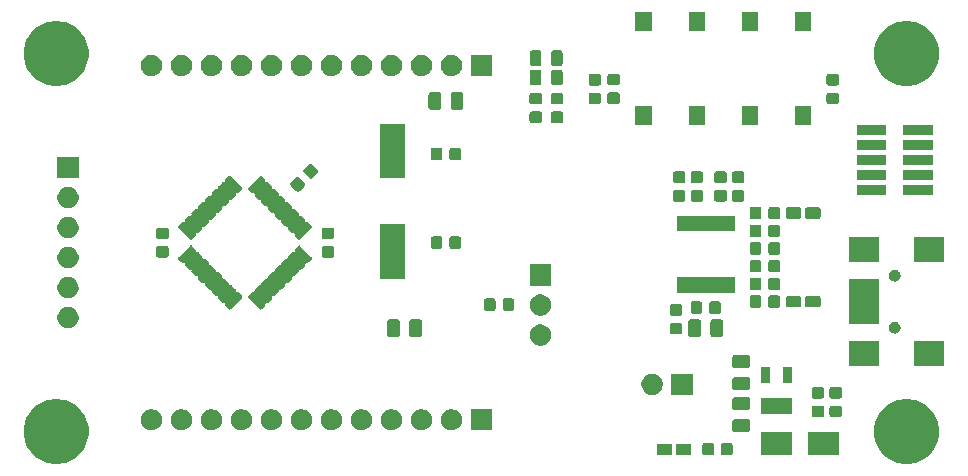
<source format=gbr>
G04 #@! TF.GenerationSoftware,KiCad,Pcbnew,5.1.5*
G04 #@! TF.CreationDate,2019-12-14T12:20:04-05:00*
G04 #@! TF.ProjectId,stm32_f0_basic,73746d33-325f-4663-905f-62617369632e,0*
G04 #@! TF.SameCoordinates,Original*
G04 #@! TF.FileFunction,Soldermask,Top*
G04 #@! TF.FilePolarity,Negative*
%FSLAX46Y46*%
G04 Gerber Fmt 4.6, Leading zero omitted, Abs format (unit mm)*
G04 Created by KiCad (PCBNEW 5.1.5) date 2019-12-14 12:20:04*
%MOMM*%
%LPD*%
G04 APERTURE LIST*
%ADD10C,0.100000*%
G04 APERTURE END LIST*
D10*
G36*
X196524268Y-88299388D02*
G01*
X196802437Y-88354719D01*
X197303087Y-88562095D01*
X197483561Y-88682684D01*
X197753660Y-88863158D01*
X198136842Y-89246340D01*
X198317316Y-89516439D01*
X198437905Y-89696913D01*
X198645281Y-90197563D01*
X198658260Y-90262812D01*
X198745193Y-90699853D01*
X198751000Y-90729050D01*
X198751000Y-91270950D01*
X198645281Y-91802437D01*
X198437905Y-92303087D01*
X198317316Y-92483561D01*
X198136842Y-92753660D01*
X197753660Y-93136842D01*
X197483561Y-93317316D01*
X197303087Y-93437905D01*
X196802437Y-93645281D01*
X196536694Y-93698140D01*
X196270951Y-93751000D01*
X195729049Y-93751000D01*
X195463306Y-93698140D01*
X195197563Y-93645281D01*
X194696913Y-93437905D01*
X194516439Y-93317316D01*
X194246340Y-93136842D01*
X193863158Y-92753660D01*
X193682684Y-92483561D01*
X193562095Y-92303087D01*
X193354719Y-91802437D01*
X193249000Y-91270950D01*
X193249000Y-90729050D01*
X193254808Y-90699853D01*
X193341740Y-90262812D01*
X193354719Y-90197563D01*
X193562095Y-89696913D01*
X193682684Y-89516439D01*
X193863158Y-89246340D01*
X194246340Y-88863158D01*
X194516439Y-88682684D01*
X194696913Y-88562095D01*
X195197563Y-88354719D01*
X195475732Y-88299388D01*
X195729049Y-88249000D01*
X196270951Y-88249000D01*
X196524268Y-88299388D01*
G37*
G36*
X124524268Y-88299388D02*
G01*
X124802437Y-88354719D01*
X125303087Y-88562095D01*
X125483561Y-88682684D01*
X125753660Y-88863158D01*
X126136842Y-89246340D01*
X126317316Y-89516439D01*
X126437905Y-89696913D01*
X126645281Y-90197563D01*
X126658260Y-90262812D01*
X126745193Y-90699853D01*
X126751000Y-90729050D01*
X126751000Y-91270950D01*
X126645281Y-91802437D01*
X126437905Y-92303087D01*
X126317316Y-92483561D01*
X126136842Y-92753660D01*
X125753660Y-93136842D01*
X125483561Y-93317316D01*
X125303087Y-93437905D01*
X124802437Y-93645281D01*
X124536694Y-93698140D01*
X124270951Y-93751000D01*
X123729049Y-93751000D01*
X123463306Y-93698140D01*
X123197563Y-93645281D01*
X122696913Y-93437905D01*
X122516439Y-93317316D01*
X122246340Y-93136842D01*
X121863158Y-92753660D01*
X121682684Y-92483561D01*
X121562095Y-92303087D01*
X121354719Y-91802437D01*
X121249000Y-91270950D01*
X121249000Y-90729050D01*
X121254808Y-90699853D01*
X121341740Y-90262812D01*
X121354719Y-90197563D01*
X121562095Y-89696913D01*
X121682684Y-89516439D01*
X121863158Y-89246340D01*
X122246340Y-88863158D01*
X122516439Y-88682684D01*
X122696913Y-88562095D01*
X123197563Y-88354719D01*
X123475732Y-88299388D01*
X123729049Y-88249000D01*
X124270951Y-88249000D01*
X124524268Y-88299388D01*
G37*
G36*
X179554591Y-91978085D02*
G01*
X179588569Y-91988393D01*
X179619890Y-92005134D01*
X179647339Y-92027661D01*
X179669866Y-92055110D01*
X179686607Y-92086431D01*
X179696915Y-92120409D01*
X179701000Y-92161890D01*
X179701000Y-92838110D01*
X179696915Y-92879591D01*
X179686607Y-92913569D01*
X179669866Y-92944890D01*
X179647339Y-92972339D01*
X179619890Y-92994866D01*
X179588569Y-93011607D01*
X179554591Y-93021915D01*
X179513110Y-93026000D01*
X178911890Y-93026000D01*
X178870409Y-93021915D01*
X178836431Y-93011607D01*
X178805110Y-92994866D01*
X178777661Y-92972339D01*
X178755134Y-92944890D01*
X178738393Y-92913569D01*
X178728085Y-92879591D01*
X178724000Y-92838110D01*
X178724000Y-92161890D01*
X178728085Y-92120409D01*
X178738393Y-92086431D01*
X178755134Y-92055110D01*
X178777661Y-92027661D01*
X178805110Y-92005134D01*
X178836431Y-91988393D01*
X178870409Y-91978085D01*
X178911890Y-91974000D01*
X179513110Y-91974000D01*
X179554591Y-91978085D01*
G37*
G36*
X181129591Y-91978085D02*
G01*
X181163569Y-91988393D01*
X181194890Y-92005134D01*
X181222339Y-92027661D01*
X181244866Y-92055110D01*
X181261607Y-92086431D01*
X181271915Y-92120409D01*
X181276000Y-92161890D01*
X181276000Y-92838110D01*
X181271915Y-92879591D01*
X181261607Y-92913569D01*
X181244866Y-92944890D01*
X181222339Y-92972339D01*
X181194890Y-92994866D01*
X181163569Y-93011607D01*
X181129591Y-93021915D01*
X181088110Y-93026000D01*
X180486890Y-93026000D01*
X180445409Y-93021915D01*
X180411431Y-93011607D01*
X180380110Y-92994866D01*
X180352661Y-92972339D01*
X180330134Y-92944890D01*
X180313393Y-92913569D01*
X180303085Y-92879591D01*
X180299000Y-92838110D01*
X180299000Y-92161890D01*
X180303085Y-92120409D01*
X180313393Y-92086431D01*
X180330134Y-92055110D01*
X180352661Y-92027661D01*
X180380110Y-92005134D01*
X180411431Y-91988393D01*
X180445409Y-91978085D01*
X180486890Y-91974000D01*
X181088110Y-91974000D01*
X181129591Y-91978085D01*
G37*
G36*
X176022118Y-92027965D02*
G01*
X176054933Y-92037919D01*
X176085165Y-92054079D01*
X176111670Y-92075830D01*
X176133421Y-92102335D01*
X176149581Y-92132567D01*
X176159535Y-92165382D01*
X176163500Y-92205640D01*
X176163500Y-92794360D01*
X176159535Y-92834618D01*
X176149581Y-92867433D01*
X176133421Y-92897665D01*
X176111670Y-92924170D01*
X176085165Y-92945921D01*
X176054933Y-92962081D01*
X176022118Y-92972035D01*
X175981860Y-92976000D01*
X175018140Y-92976000D01*
X174977882Y-92972035D01*
X174945067Y-92962081D01*
X174914835Y-92945921D01*
X174888330Y-92924170D01*
X174866579Y-92897665D01*
X174850419Y-92867433D01*
X174840465Y-92834618D01*
X174836500Y-92794360D01*
X174836500Y-92205640D01*
X174840465Y-92165382D01*
X174850419Y-92132567D01*
X174866579Y-92102335D01*
X174888330Y-92075830D01*
X174914835Y-92054079D01*
X174945067Y-92037919D01*
X174977882Y-92027965D01*
X175018140Y-92024000D01*
X175981860Y-92024000D01*
X176022118Y-92027965D01*
G37*
G36*
X177647118Y-92027965D02*
G01*
X177679933Y-92037919D01*
X177710165Y-92054079D01*
X177736670Y-92075830D01*
X177758421Y-92102335D01*
X177774581Y-92132567D01*
X177784535Y-92165382D01*
X177788500Y-92205640D01*
X177788500Y-92794360D01*
X177784535Y-92834618D01*
X177774581Y-92867433D01*
X177758421Y-92897665D01*
X177736670Y-92924170D01*
X177710165Y-92945921D01*
X177679933Y-92962081D01*
X177647118Y-92972035D01*
X177606860Y-92976000D01*
X176643140Y-92976000D01*
X176602882Y-92972035D01*
X176570067Y-92962081D01*
X176539835Y-92945921D01*
X176513330Y-92924170D01*
X176491579Y-92897665D01*
X176475419Y-92867433D01*
X176465465Y-92834618D01*
X176461500Y-92794360D01*
X176461500Y-92205640D01*
X176465465Y-92165382D01*
X176475419Y-92132567D01*
X176491579Y-92102335D01*
X176513330Y-92075830D01*
X176539835Y-92054079D01*
X176570067Y-92037919D01*
X176602882Y-92027965D01*
X176643140Y-92024000D01*
X177606860Y-92024000D01*
X177647118Y-92027965D01*
G37*
G36*
X190301000Y-92951000D02*
G01*
X187699000Y-92951000D01*
X187699000Y-91049000D01*
X190301000Y-91049000D01*
X190301000Y-92951000D01*
G37*
G36*
X186301000Y-92951000D02*
G01*
X183699000Y-92951000D01*
X183699000Y-91049000D01*
X186301000Y-91049000D01*
X186301000Y-92951000D01*
G37*
G36*
X182584468Y-89966065D02*
G01*
X182623138Y-89977796D01*
X182658777Y-89996846D01*
X182690017Y-90022483D01*
X182715654Y-90053723D01*
X182734704Y-90089362D01*
X182746435Y-90128032D01*
X182751000Y-90174388D01*
X182751000Y-90825612D01*
X182746435Y-90871968D01*
X182734704Y-90910638D01*
X182715654Y-90946277D01*
X182690017Y-90977517D01*
X182658777Y-91003154D01*
X182623138Y-91022204D01*
X182584468Y-91033935D01*
X182538112Y-91038500D01*
X181461888Y-91038500D01*
X181415532Y-91033935D01*
X181376862Y-91022204D01*
X181341223Y-91003154D01*
X181309983Y-90977517D01*
X181284346Y-90946277D01*
X181265296Y-90910638D01*
X181253565Y-90871968D01*
X181249000Y-90825612D01*
X181249000Y-90174388D01*
X181253565Y-90128032D01*
X181265296Y-90089362D01*
X181284346Y-90053723D01*
X181309983Y-90022483D01*
X181341223Y-89996846D01*
X181376862Y-89977796D01*
X181415532Y-89966065D01*
X181461888Y-89961500D01*
X182538112Y-89961500D01*
X182584468Y-89966065D01*
G37*
G36*
X149946423Y-89102517D02*
G01*
X150102812Y-89133624D01*
X150266784Y-89201544D01*
X150414354Y-89300147D01*
X150539853Y-89425646D01*
X150638456Y-89573216D01*
X150706376Y-89737188D01*
X150736073Y-89886488D01*
X150741000Y-89911258D01*
X150741000Y-90088742D01*
X150736073Y-90113512D01*
X150706376Y-90262812D01*
X150638456Y-90426784D01*
X150539853Y-90574354D01*
X150414354Y-90699853D01*
X150266784Y-90798456D01*
X150102812Y-90866376D01*
X149953512Y-90896073D01*
X149928742Y-90901000D01*
X149751258Y-90901000D01*
X149726488Y-90896073D01*
X149577188Y-90866376D01*
X149413216Y-90798456D01*
X149265646Y-90699853D01*
X149140147Y-90574354D01*
X149041544Y-90426784D01*
X148973624Y-90262812D01*
X148943927Y-90113512D01*
X148939000Y-90088742D01*
X148939000Y-89911258D01*
X148943927Y-89886488D01*
X148973624Y-89737188D01*
X149041544Y-89573216D01*
X149140147Y-89425646D01*
X149265646Y-89300147D01*
X149413216Y-89201544D01*
X149577188Y-89133624D01*
X149733577Y-89102517D01*
X149751258Y-89099000D01*
X149928742Y-89099000D01*
X149946423Y-89102517D01*
G37*
G36*
X134706423Y-89102517D02*
G01*
X134862812Y-89133624D01*
X135026784Y-89201544D01*
X135174354Y-89300147D01*
X135299853Y-89425646D01*
X135398456Y-89573216D01*
X135466376Y-89737188D01*
X135496073Y-89886488D01*
X135501000Y-89911258D01*
X135501000Y-90088742D01*
X135496073Y-90113512D01*
X135466376Y-90262812D01*
X135398456Y-90426784D01*
X135299853Y-90574354D01*
X135174354Y-90699853D01*
X135026784Y-90798456D01*
X134862812Y-90866376D01*
X134713512Y-90896073D01*
X134688742Y-90901000D01*
X134511258Y-90901000D01*
X134486488Y-90896073D01*
X134337188Y-90866376D01*
X134173216Y-90798456D01*
X134025646Y-90699853D01*
X133900147Y-90574354D01*
X133801544Y-90426784D01*
X133733624Y-90262812D01*
X133703927Y-90113512D01*
X133699000Y-90088742D01*
X133699000Y-89911258D01*
X133703927Y-89886488D01*
X133733624Y-89737188D01*
X133801544Y-89573216D01*
X133900147Y-89425646D01*
X134025646Y-89300147D01*
X134173216Y-89201544D01*
X134337188Y-89133624D01*
X134493577Y-89102517D01*
X134511258Y-89099000D01*
X134688742Y-89099000D01*
X134706423Y-89102517D01*
G37*
G36*
X137246423Y-89102517D02*
G01*
X137402812Y-89133624D01*
X137566784Y-89201544D01*
X137714354Y-89300147D01*
X137839853Y-89425646D01*
X137938456Y-89573216D01*
X138006376Y-89737188D01*
X138036073Y-89886488D01*
X138041000Y-89911258D01*
X138041000Y-90088742D01*
X138036073Y-90113512D01*
X138006376Y-90262812D01*
X137938456Y-90426784D01*
X137839853Y-90574354D01*
X137714354Y-90699853D01*
X137566784Y-90798456D01*
X137402812Y-90866376D01*
X137253512Y-90896073D01*
X137228742Y-90901000D01*
X137051258Y-90901000D01*
X137026488Y-90896073D01*
X136877188Y-90866376D01*
X136713216Y-90798456D01*
X136565646Y-90699853D01*
X136440147Y-90574354D01*
X136341544Y-90426784D01*
X136273624Y-90262812D01*
X136243927Y-90113512D01*
X136239000Y-90088742D01*
X136239000Y-89911258D01*
X136243927Y-89886488D01*
X136273624Y-89737188D01*
X136341544Y-89573216D01*
X136440147Y-89425646D01*
X136565646Y-89300147D01*
X136713216Y-89201544D01*
X136877188Y-89133624D01*
X137033577Y-89102517D01*
X137051258Y-89099000D01*
X137228742Y-89099000D01*
X137246423Y-89102517D01*
G37*
G36*
X139786423Y-89102517D02*
G01*
X139942812Y-89133624D01*
X140106784Y-89201544D01*
X140254354Y-89300147D01*
X140379853Y-89425646D01*
X140478456Y-89573216D01*
X140546376Y-89737188D01*
X140576073Y-89886488D01*
X140581000Y-89911258D01*
X140581000Y-90088742D01*
X140576073Y-90113512D01*
X140546376Y-90262812D01*
X140478456Y-90426784D01*
X140379853Y-90574354D01*
X140254354Y-90699853D01*
X140106784Y-90798456D01*
X139942812Y-90866376D01*
X139793512Y-90896073D01*
X139768742Y-90901000D01*
X139591258Y-90901000D01*
X139566488Y-90896073D01*
X139417188Y-90866376D01*
X139253216Y-90798456D01*
X139105646Y-90699853D01*
X138980147Y-90574354D01*
X138881544Y-90426784D01*
X138813624Y-90262812D01*
X138783927Y-90113512D01*
X138779000Y-90088742D01*
X138779000Y-89911258D01*
X138783927Y-89886488D01*
X138813624Y-89737188D01*
X138881544Y-89573216D01*
X138980147Y-89425646D01*
X139105646Y-89300147D01*
X139253216Y-89201544D01*
X139417188Y-89133624D01*
X139573577Y-89102517D01*
X139591258Y-89099000D01*
X139768742Y-89099000D01*
X139786423Y-89102517D01*
G37*
G36*
X142326423Y-89102517D02*
G01*
X142482812Y-89133624D01*
X142646784Y-89201544D01*
X142794354Y-89300147D01*
X142919853Y-89425646D01*
X143018456Y-89573216D01*
X143086376Y-89737188D01*
X143116073Y-89886488D01*
X143121000Y-89911258D01*
X143121000Y-90088742D01*
X143116073Y-90113512D01*
X143086376Y-90262812D01*
X143018456Y-90426784D01*
X142919853Y-90574354D01*
X142794354Y-90699853D01*
X142646784Y-90798456D01*
X142482812Y-90866376D01*
X142333512Y-90896073D01*
X142308742Y-90901000D01*
X142131258Y-90901000D01*
X142106488Y-90896073D01*
X141957188Y-90866376D01*
X141793216Y-90798456D01*
X141645646Y-90699853D01*
X141520147Y-90574354D01*
X141421544Y-90426784D01*
X141353624Y-90262812D01*
X141323927Y-90113512D01*
X141319000Y-90088742D01*
X141319000Y-89911258D01*
X141323927Y-89886488D01*
X141353624Y-89737188D01*
X141421544Y-89573216D01*
X141520147Y-89425646D01*
X141645646Y-89300147D01*
X141793216Y-89201544D01*
X141957188Y-89133624D01*
X142113577Y-89102517D01*
X142131258Y-89099000D01*
X142308742Y-89099000D01*
X142326423Y-89102517D01*
G37*
G36*
X144866423Y-89102517D02*
G01*
X145022812Y-89133624D01*
X145186784Y-89201544D01*
X145334354Y-89300147D01*
X145459853Y-89425646D01*
X145558456Y-89573216D01*
X145626376Y-89737188D01*
X145656073Y-89886488D01*
X145661000Y-89911258D01*
X145661000Y-90088742D01*
X145656073Y-90113512D01*
X145626376Y-90262812D01*
X145558456Y-90426784D01*
X145459853Y-90574354D01*
X145334354Y-90699853D01*
X145186784Y-90798456D01*
X145022812Y-90866376D01*
X144873512Y-90896073D01*
X144848742Y-90901000D01*
X144671258Y-90901000D01*
X144646488Y-90896073D01*
X144497188Y-90866376D01*
X144333216Y-90798456D01*
X144185646Y-90699853D01*
X144060147Y-90574354D01*
X143961544Y-90426784D01*
X143893624Y-90262812D01*
X143863927Y-90113512D01*
X143859000Y-90088742D01*
X143859000Y-89911258D01*
X143863927Y-89886488D01*
X143893624Y-89737188D01*
X143961544Y-89573216D01*
X144060147Y-89425646D01*
X144185646Y-89300147D01*
X144333216Y-89201544D01*
X144497188Y-89133624D01*
X144653577Y-89102517D01*
X144671258Y-89099000D01*
X144848742Y-89099000D01*
X144866423Y-89102517D01*
G37*
G36*
X147406423Y-89102517D02*
G01*
X147562812Y-89133624D01*
X147726784Y-89201544D01*
X147874354Y-89300147D01*
X147999853Y-89425646D01*
X148098456Y-89573216D01*
X148166376Y-89737188D01*
X148196073Y-89886488D01*
X148201000Y-89911258D01*
X148201000Y-90088742D01*
X148196073Y-90113512D01*
X148166376Y-90262812D01*
X148098456Y-90426784D01*
X147999853Y-90574354D01*
X147874354Y-90699853D01*
X147726784Y-90798456D01*
X147562812Y-90866376D01*
X147413512Y-90896073D01*
X147388742Y-90901000D01*
X147211258Y-90901000D01*
X147186488Y-90896073D01*
X147037188Y-90866376D01*
X146873216Y-90798456D01*
X146725646Y-90699853D01*
X146600147Y-90574354D01*
X146501544Y-90426784D01*
X146433624Y-90262812D01*
X146403927Y-90113512D01*
X146399000Y-90088742D01*
X146399000Y-89911258D01*
X146403927Y-89886488D01*
X146433624Y-89737188D01*
X146501544Y-89573216D01*
X146600147Y-89425646D01*
X146725646Y-89300147D01*
X146873216Y-89201544D01*
X147037188Y-89133624D01*
X147193577Y-89102517D01*
X147211258Y-89099000D01*
X147388742Y-89099000D01*
X147406423Y-89102517D01*
G37*
G36*
X152486423Y-89102517D02*
G01*
X152642812Y-89133624D01*
X152806784Y-89201544D01*
X152954354Y-89300147D01*
X153079853Y-89425646D01*
X153178456Y-89573216D01*
X153246376Y-89737188D01*
X153276073Y-89886488D01*
X153281000Y-89911258D01*
X153281000Y-90088742D01*
X153276073Y-90113512D01*
X153246376Y-90262812D01*
X153178456Y-90426784D01*
X153079853Y-90574354D01*
X152954354Y-90699853D01*
X152806784Y-90798456D01*
X152642812Y-90866376D01*
X152493512Y-90896073D01*
X152468742Y-90901000D01*
X152291258Y-90901000D01*
X152266488Y-90896073D01*
X152117188Y-90866376D01*
X151953216Y-90798456D01*
X151805646Y-90699853D01*
X151680147Y-90574354D01*
X151581544Y-90426784D01*
X151513624Y-90262812D01*
X151483927Y-90113512D01*
X151479000Y-90088742D01*
X151479000Y-89911258D01*
X151483927Y-89886488D01*
X151513624Y-89737188D01*
X151581544Y-89573216D01*
X151680147Y-89425646D01*
X151805646Y-89300147D01*
X151953216Y-89201544D01*
X152117188Y-89133624D01*
X152273577Y-89102517D01*
X152291258Y-89099000D01*
X152468742Y-89099000D01*
X152486423Y-89102517D01*
G37*
G36*
X155026423Y-89102517D02*
G01*
X155182812Y-89133624D01*
X155346784Y-89201544D01*
X155494354Y-89300147D01*
X155619853Y-89425646D01*
X155718456Y-89573216D01*
X155786376Y-89737188D01*
X155816073Y-89886488D01*
X155821000Y-89911258D01*
X155821000Y-90088742D01*
X155816073Y-90113512D01*
X155786376Y-90262812D01*
X155718456Y-90426784D01*
X155619853Y-90574354D01*
X155494354Y-90699853D01*
X155346784Y-90798456D01*
X155182812Y-90866376D01*
X155033512Y-90896073D01*
X155008742Y-90901000D01*
X154831258Y-90901000D01*
X154806488Y-90896073D01*
X154657188Y-90866376D01*
X154493216Y-90798456D01*
X154345646Y-90699853D01*
X154220147Y-90574354D01*
X154121544Y-90426784D01*
X154053624Y-90262812D01*
X154023927Y-90113512D01*
X154019000Y-90088742D01*
X154019000Y-89911258D01*
X154023927Y-89886488D01*
X154053624Y-89737188D01*
X154121544Y-89573216D01*
X154220147Y-89425646D01*
X154345646Y-89300147D01*
X154493216Y-89201544D01*
X154657188Y-89133624D01*
X154813577Y-89102517D01*
X154831258Y-89099000D01*
X155008742Y-89099000D01*
X155026423Y-89102517D01*
G37*
G36*
X157566423Y-89102517D02*
G01*
X157722812Y-89133624D01*
X157886784Y-89201544D01*
X158034354Y-89300147D01*
X158159853Y-89425646D01*
X158258456Y-89573216D01*
X158326376Y-89737188D01*
X158356073Y-89886488D01*
X158361000Y-89911258D01*
X158361000Y-90088742D01*
X158356073Y-90113512D01*
X158326376Y-90262812D01*
X158258456Y-90426784D01*
X158159853Y-90574354D01*
X158034354Y-90699853D01*
X157886784Y-90798456D01*
X157722812Y-90866376D01*
X157573512Y-90896073D01*
X157548742Y-90901000D01*
X157371258Y-90901000D01*
X157346488Y-90896073D01*
X157197188Y-90866376D01*
X157033216Y-90798456D01*
X156885646Y-90699853D01*
X156760147Y-90574354D01*
X156661544Y-90426784D01*
X156593624Y-90262812D01*
X156563927Y-90113512D01*
X156559000Y-90088742D01*
X156559000Y-89911258D01*
X156563927Y-89886488D01*
X156593624Y-89737188D01*
X156661544Y-89573216D01*
X156760147Y-89425646D01*
X156885646Y-89300147D01*
X157033216Y-89201544D01*
X157197188Y-89133624D01*
X157353577Y-89102517D01*
X157371258Y-89099000D01*
X157548742Y-89099000D01*
X157566423Y-89102517D01*
G37*
G36*
X132166423Y-89102517D02*
G01*
X132322812Y-89133624D01*
X132486784Y-89201544D01*
X132634354Y-89300147D01*
X132759853Y-89425646D01*
X132858456Y-89573216D01*
X132926376Y-89737188D01*
X132956073Y-89886488D01*
X132961000Y-89911258D01*
X132961000Y-90088742D01*
X132956073Y-90113512D01*
X132926376Y-90262812D01*
X132858456Y-90426784D01*
X132759853Y-90574354D01*
X132634354Y-90699853D01*
X132486784Y-90798456D01*
X132322812Y-90866376D01*
X132173512Y-90896073D01*
X132148742Y-90901000D01*
X131971258Y-90901000D01*
X131946488Y-90896073D01*
X131797188Y-90866376D01*
X131633216Y-90798456D01*
X131485646Y-90699853D01*
X131360147Y-90574354D01*
X131261544Y-90426784D01*
X131193624Y-90262812D01*
X131163927Y-90113512D01*
X131159000Y-90088742D01*
X131159000Y-89911258D01*
X131163927Y-89886488D01*
X131193624Y-89737188D01*
X131261544Y-89573216D01*
X131360147Y-89425646D01*
X131485646Y-89300147D01*
X131633216Y-89201544D01*
X131797188Y-89133624D01*
X131953577Y-89102517D01*
X131971258Y-89099000D01*
X132148742Y-89099000D01*
X132166423Y-89102517D01*
G37*
G36*
X160901000Y-90901000D02*
G01*
X159099000Y-90901000D01*
X159099000Y-89099000D01*
X160901000Y-89099000D01*
X160901000Y-90901000D01*
G37*
G36*
X188879591Y-88803085D02*
G01*
X188913569Y-88813393D01*
X188944890Y-88830134D01*
X188972339Y-88852661D01*
X188994866Y-88880110D01*
X189011607Y-88911431D01*
X189021915Y-88945409D01*
X189026000Y-88986890D01*
X189026000Y-89588110D01*
X189021915Y-89629591D01*
X189011607Y-89663569D01*
X188994866Y-89694890D01*
X188972339Y-89722339D01*
X188944890Y-89744866D01*
X188913569Y-89761607D01*
X188879591Y-89771915D01*
X188838110Y-89776000D01*
X188161890Y-89776000D01*
X188120409Y-89771915D01*
X188086431Y-89761607D01*
X188055110Y-89744866D01*
X188027661Y-89722339D01*
X188005134Y-89694890D01*
X187988393Y-89663569D01*
X187978085Y-89629591D01*
X187974000Y-89588110D01*
X187974000Y-88986890D01*
X187978085Y-88945409D01*
X187988393Y-88911431D01*
X188005134Y-88880110D01*
X188027661Y-88852661D01*
X188055110Y-88830134D01*
X188086431Y-88813393D01*
X188120409Y-88803085D01*
X188161890Y-88799000D01*
X188838110Y-88799000D01*
X188879591Y-88803085D01*
G37*
G36*
X190379591Y-88803085D02*
G01*
X190413569Y-88813393D01*
X190444890Y-88830134D01*
X190472339Y-88852661D01*
X190494866Y-88880110D01*
X190511607Y-88911431D01*
X190521915Y-88945409D01*
X190526000Y-88986890D01*
X190526000Y-89588110D01*
X190521915Y-89629591D01*
X190511607Y-89663569D01*
X190494866Y-89694890D01*
X190472339Y-89722339D01*
X190444890Y-89744866D01*
X190413569Y-89761607D01*
X190379591Y-89771915D01*
X190338110Y-89776000D01*
X189661890Y-89776000D01*
X189620409Y-89771915D01*
X189586431Y-89761607D01*
X189555110Y-89744866D01*
X189527661Y-89722339D01*
X189505134Y-89694890D01*
X189488393Y-89663569D01*
X189478085Y-89629591D01*
X189474000Y-89588110D01*
X189474000Y-88986890D01*
X189478085Y-88945409D01*
X189488393Y-88911431D01*
X189505134Y-88880110D01*
X189527661Y-88852661D01*
X189555110Y-88830134D01*
X189586431Y-88813393D01*
X189620409Y-88803085D01*
X189661890Y-88799000D01*
X190338110Y-88799000D01*
X190379591Y-88803085D01*
G37*
G36*
X186326000Y-89471000D02*
G01*
X183674000Y-89471000D01*
X183674000Y-88149000D01*
X186326000Y-88149000D01*
X186326000Y-89471000D01*
G37*
G36*
X182584468Y-88091065D02*
G01*
X182623138Y-88102796D01*
X182658777Y-88121846D01*
X182690017Y-88147483D01*
X182715654Y-88178723D01*
X182734704Y-88214362D01*
X182746435Y-88253032D01*
X182751000Y-88299388D01*
X182751000Y-88950612D01*
X182746435Y-88996968D01*
X182734704Y-89035638D01*
X182715654Y-89071277D01*
X182690017Y-89102517D01*
X182658777Y-89128154D01*
X182623138Y-89147204D01*
X182584468Y-89158935D01*
X182538112Y-89163500D01*
X181461888Y-89163500D01*
X181415532Y-89158935D01*
X181376862Y-89147204D01*
X181341223Y-89128154D01*
X181309983Y-89102517D01*
X181284346Y-89071277D01*
X181265296Y-89035638D01*
X181253565Y-88996968D01*
X181249000Y-88950612D01*
X181249000Y-88299388D01*
X181253565Y-88253032D01*
X181265296Y-88214362D01*
X181284346Y-88178723D01*
X181309983Y-88147483D01*
X181341223Y-88121846D01*
X181376862Y-88102796D01*
X181415532Y-88091065D01*
X181461888Y-88086500D01*
X182538112Y-88086500D01*
X182584468Y-88091065D01*
G37*
G36*
X188879591Y-87228085D02*
G01*
X188913569Y-87238393D01*
X188944890Y-87255134D01*
X188972339Y-87277661D01*
X188994866Y-87305110D01*
X189011607Y-87336431D01*
X189021915Y-87370409D01*
X189026000Y-87411890D01*
X189026000Y-88013110D01*
X189021915Y-88054591D01*
X189011607Y-88088569D01*
X188994866Y-88119890D01*
X188972339Y-88147339D01*
X188944890Y-88169866D01*
X188913569Y-88186607D01*
X188879591Y-88196915D01*
X188838110Y-88201000D01*
X188161890Y-88201000D01*
X188120409Y-88196915D01*
X188086431Y-88186607D01*
X188055110Y-88169866D01*
X188027661Y-88147339D01*
X188005134Y-88119890D01*
X187988393Y-88088569D01*
X187978085Y-88054591D01*
X187974000Y-88013110D01*
X187974000Y-87411890D01*
X187978085Y-87370409D01*
X187988393Y-87336431D01*
X188005134Y-87305110D01*
X188027661Y-87277661D01*
X188055110Y-87255134D01*
X188086431Y-87238393D01*
X188120409Y-87228085D01*
X188161890Y-87224000D01*
X188838110Y-87224000D01*
X188879591Y-87228085D01*
G37*
G36*
X190379591Y-87228085D02*
G01*
X190413569Y-87238393D01*
X190444890Y-87255134D01*
X190472339Y-87277661D01*
X190494866Y-87305110D01*
X190511607Y-87336431D01*
X190521915Y-87370409D01*
X190526000Y-87411890D01*
X190526000Y-88013110D01*
X190521915Y-88054591D01*
X190511607Y-88088569D01*
X190494866Y-88119890D01*
X190472339Y-88147339D01*
X190444890Y-88169866D01*
X190413569Y-88186607D01*
X190379591Y-88196915D01*
X190338110Y-88201000D01*
X189661890Y-88201000D01*
X189620409Y-88196915D01*
X189586431Y-88186607D01*
X189555110Y-88169866D01*
X189527661Y-88147339D01*
X189505134Y-88119890D01*
X189488393Y-88088569D01*
X189478085Y-88054591D01*
X189474000Y-88013110D01*
X189474000Y-87411890D01*
X189478085Y-87370409D01*
X189488393Y-87336431D01*
X189505134Y-87305110D01*
X189527661Y-87277661D01*
X189555110Y-87255134D01*
X189586431Y-87238393D01*
X189620409Y-87228085D01*
X189661890Y-87224000D01*
X190338110Y-87224000D01*
X190379591Y-87228085D01*
G37*
G36*
X177901000Y-87901000D02*
G01*
X176099000Y-87901000D01*
X176099000Y-86099000D01*
X177901000Y-86099000D01*
X177901000Y-87901000D01*
G37*
G36*
X174573512Y-86103927D02*
G01*
X174722812Y-86133624D01*
X174886784Y-86201544D01*
X175034354Y-86300147D01*
X175159853Y-86425646D01*
X175258456Y-86573216D01*
X175326376Y-86737188D01*
X175361000Y-86911259D01*
X175361000Y-87088741D01*
X175326376Y-87262812D01*
X175258456Y-87426784D01*
X175159853Y-87574354D01*
X175034354Y-87699853D01*
X174886784Y-87798456D01*
X174722812Y-87866376D01*
X174573512Y-87896073D01*
X174548742Y-87901000D01*
X174371258Y-87901000D01*
X174346488Y-87896073D01*
X174197188Y-87866376D01*
X174033216Y-87798456D01*
X173885646Y-87699853D01*
X173760147Y-87574354D01*
X173661544Y-87426784D01*
X173593624Y-87262812D01*
X173559000Y-87088741D01*
X173559000Y-86911259D01*
X173593624Y-86737188D01*
X173661544Y-86573216D01*
X173760147Y-86425646D01*
X173885646Y-86300147D01*
X174033216Y-86201544D01*
X174197188Y-86133624D01*
X174346488Y-86103927D01*
X174371258Y-86099000D01*
X174548742Y-86099000D01*
X174573512Y-86103927D01*
G37*
G36*
X182584468Y-86403565D02*
G01*
X182623138Y-86415296D01*
X182658777Y-86434346D01*
X182690017Y-86459983D01*
X182715654Y-86491223D01*
X182734704Y-86526862D01*
X182746435Y-86565532D01*
X182751000Y-86611888D01*
X182751000Y-87263112D01*
X182746435Y-87309468D01*
X182734704Y-87348138D01*
X182715654Y-87383777D01*
X182690017Y-87415017D01*
X182658777Y-87440654D01*
X182623138Y-87459704D01*
X182584468Y-87471435D01*
X182538112Y-87476000D01*
X181461888Y-87476000D01*
X181415532Y-87471435D01*
X181376862Y-87459704D01*
X181341223Y-87440654D01*
X181309983Y-87415017D01*
X181284346Y-87383777D01*
X181265296Y-87348138D01*
X181253565Y-87309468D01*
X181249000Y-87263112D01*
X181249000Y-86611888D01*
X181253565Y-86565532D01*
X181265296Y-86526862D01*
X181284346Y-86491223D01*
X181309983Y-86459983D01*
X181341223Y-86434346D01*
X181376862Y-86415296D01*
X181415532Y-86403565D01*
X181461888Y-86399000D01*
X182538112Y-86399000D01*
X182584468Y-86403565D01*
G37*
G36*
X184426000Y-86851000D02*
G01*
X183674000Y-86851000D01*
X183674000Y-85529000D01*
X184426000Y-85529000D01*
X184426000Y-86851000D01*
G37*
G36*
X186326000Y-86851000D02*
G01*
X185574000Y-86851000D01*
X185574000Y-85529000D01*
X186326000Y-85529000D01*
X186326000Y-86851000D01*
G37*
G36*
X182584468Y-84528565D02*
G01*
X182623138Y-84540296D01*
X182658777Y-84559346D01*
X182690017Y-84584983D01*
X182715654Y-84616223D01*
X182734704Y-84651862D01*
X182746435Y-84690532D01*
X182751000Y-84736888D01*
X182751000Y-85388112D01*
X182746435Y-85434468D01*
X182734704Y-85473138D01*
X182715654Y-85508777D01*
X182690017Y-85540017D01*
X182658777Y-85565654D01*
X182623138Y-85584704D01*
X182584468Y-85596435D01*
X182538112Y-85601000D01*
X181461888Y-85601000D01*
X181415532Y-85596435D01*
X181376862Y-85584704D01*
X181341223Y-85565654D01*
X181309983Y-85540017D01*
X181284346Y-85508777D01*
X181265296Y-85473138D01*
X181253565Y-85434468D01*
X181249000Y-85388112D01*
X181249000Y-84736888D01*
X181253565Y-84690532D01*
X181265296Y-84651862D01*
X181284346Y-84616223D01*
X181309983Y-84584983D01*
X181341223Y-84559346D01*
X181376862Y-84540296D01*
X181415532Y-84528565D01*
X181461888Y-84524000D01*
X182538112Y-84524000D01*
X182584468Y-84528565D01*
G37*
G36*
X193701000Y-85451000D02*
G01*
X191099000Y-85451000D01*
X191099000Y-83349000D01*
X193701000Y-83349000D01*
X193701000Y-85451000D01*
G37*
G36*
X199201000Y-85451000D02*
G01*
X196599000Y-85451000D01*
X196599000Y-83349000D01*
X199201000Y-83349000D01*
X199201000Y-85451000D01*
G37*
G36*
X165113512Y-81933927D02*
G01*
X165262812Y-81963624D01*
X165426784Y-82031544D01*
X165574354Y-82130147D01*
X165699853Y-82255646D01*
X165798456Y-82403216D01*
X165866376Y-82567188D01*
X165891777Y-82694890D01*
X165899723Y-82734836D01*
X165901000Y-82741259D01*
X165901000Y-82918741D01*
X165866376Y-83092812D01*
X165798456Y-83256784D01*
X165699853Y-83404354D01*
X165574354Y-83529853D01*
X165426784Y-83628456D01*
X165262812Y-83696376D01*
X165113512Y-83726073D01*
X165088742Y-83731000D01*
X164911258Y-83731000D01*
X164886488Y-83726073D01*
X164737188Y-83696376D01*
X164573216Y-83628456D01*
X164425646Y-83529853D01*
X164300147Y-83404354D01*
X164201544Y-83256784D01*
X164133624Y-83092812D01*
X164099000Y-82918741D01*
X164099000Y-82741259D01*
X164100278Y-82734836D01*
X164108223Y-82694890D01*
X164133624Y-82567188D01*
X164201544Y-82403216D01*
X164300147Y-82255646D01*
X164425646Y-82130147D01*
X164573216Y-82031544D01*
X164737188Y-81963624D01*
X164886488Y-81933927D01*
X164911258Y-81929000D01*
X165088742Y-81929000D01*
X165113512Y-81933927D01*
G37*
G36*
X180309468Y-81503565D02*
G01*
X180348138Y-81515296D01*
X180383777Y-81534346D01*
X180415017Y-81559983D01*
X180440654Y-81591223D01*
X180459704Y-81626862D01*
X180471435Y-81665532D01*
X180476000Y-81711888D01*
X180476000Y-82788112D01*
X180471435Y-82834468D01*
X180459704Y-82873138D01*
X180440654Y-82908777D01*
X180415017Y-82940017D01*
X180383777Y-82965654D01*
X180348138Y-82984704D01*
X180309468Y-82996435D01*
X180263112Y-83001000D01*
X179611888Y-83001000D01*
X179565532Y-82996435D01*
X179526862Y-82984704D01*
X179491223Y-82965654D01*
X179459983Y-82940017D01*
X179434346Y-82908777D01*
X179415296Y-82873138D01*
X179403565Y-82834468D01*
X179399000Y-82788112D01*
X179399000Y-81711888D01*
X179403565Y-81665532D01*
X179415296Y-81626862D01*
X179434346Y-81591223D01*
X179459983Y-81559983D01*
X179491223Y-81534346D01*
X179526862Y-81515296D01*
X179565532Y-81503565D01*
X179611888Y-81499000D01*
X180263112Y-81499000D01*
X180309468Y-81503565D01*
G37*
G36*
X152934468Y-81503565D02*
G01*
X152973138Y-81515296D01*
X153008777Y-81534346D01*
X153040017Y-81559983D01*
X153065654Y-81591223D01*
X153084704Y-81626862D01*
X153096435Y-81665532D01*
X153101000Y-81711888D01*
X153101000Y-82788112D01*
X153096435Y-82834468D01*
X153084704Y-82873138D01*
X153065654Y-82908777D01*
X153040017Y-82940017D01*
X153008777Y-82965654D01*
X152973138Y-82984704D01*
X152934468Y-82996435D01*
X152888112Y-83001000D01*
X152236888Y-83001000D01*
X152190532Y-82996435D01*
X152151862Y-82984704D01*
X152116223Y-82965654D01*
X152084983Y-82940017D01*
X152059346Y-82908777D01*
X152040296Y-82873138D01*
X152028565Y-82834468D01*
X152024000Y-82788112D01*
X152024000Y-81711888D01*
X152028565Y-81665532D01*
X152040296Y-81626862D01*
X152059346Y-81591223D01*
X152084983Y-81559983D01*
X152116223Y-81534346D01*
X152151862Y-81515296D01*
X152190532Y-81503565D01*
X152236888Y-81499000D01*
X152888112Y-81499000D01*
X152934468Y-81503565D01*
G37*
G36*
X154809468Y-81503565D02*
G01*
X154848138Y-81515296D01*
X154883777Y-81534346D01*
X154915017Y-81559983D01*
X154940654Y-81591223D01*
X154959704Y-81626862D01*
X154971435Y-81665532D01*
X154976000Y-81711888D01*
X154976000Y-82788112D01*
X154971435Y-82834468D01*
X154959704Y-82873138D01*
X154940654Y-82908777D01*
X154915017Y-82940017D01*
X154883777Y-82965654D01*
X154848138Y-82984704D01*
X154809468Y-82996435D01*
X154763112Y-83001000D01*
X154111888Y-83001000D01*
X154065532Y-82996435D01*
X154026862Y-82984704D01*
X153991223Y-82965654D01*
X153959983Y-82940017D01*
X153934346Y-82908777D01*
X153915296Y-82873138D01*
X153903565Y-82834468D01*
X153899000Y-82788112D01*
X153899000Y-81711888D01*
X153903565Y-81665532D01*
X153915296Y-81626862D01*
X153934346Y-81591223D01*
X153959983Y-81559983D01*
X153991223Y-81534346D01*
X154026862Y-81515296D01*
X154065532Y-81503565D01*
X154111888Y-81499000D01*
X154763112Y-81499000D01*
X154809468Y-81503565D01*
G37*
G36*
X178434468Y-81503565D02*
G01*
X178473138Y-81515296D01*
X178508777Y-81534346D01*
X178540017Y-81559983D01*
X178565654Y-81591223D01*
X178584704Y-81626862D01*
X178596435Y-81665532D01*
X178601000Y-81711888D01*
X178601000Y-82788112D01*
X178596435Y-82834468D01*
X178584704Y-82873138D01*
X178565654Y-82908777D01*
X178540017Y-82940017D01*
X178508777Y-82965654D01*
X178473138Y-82984704D01*
X178434468Y-82996435D01*
X178388112Y-83001000D01*
X177736888Y-83001000D01*
X177690532Y-82996435D01*
X177651862Y-82984704D01*
X177616223Y-82965654D01*
X177584983Y-82940017D01*
X177559346Y-82908777D01*
X177540296Y-82873138D01*
X177528565Y-82834468D01*
X177524000Y-82788112D01*
X177524000Y-81711888D01*
X177528565Y-81665532D01*
X177540296Y-81626862D01*
X177559346Y-81591223D01*
X177584983Y-81559983D01*
X177616223Y-81534346D01*
X177651862Y-81515296D01*
X177690532Y-81503565D01*
X177736888Y-81499000D01*
X178388112Y-81499000D01*
X178434468Y-81503565D01*
G37*
G36*
X176879591Y-81803085D02*
G01*
X176913569Y-81813393D01*
X176944890Y-81830134D01*
X176972339Y-81852661D01*
X176994866Y-81880110D01*
X177011607Y-81911431D01*
X177021915Y-81945409D01*
X177026000Y-81986890D01*
X177026000Y-82588110D01*
X177021915Y-82629591D01*
X177011607Y-82663569D01*
X176994866Y-82694890D01*
X176972339Y-82722339D01*
X176944890Y-82744866D01*
X176913569Y-82761607D01*
X176879591Y-82771915D01*
X176838110Y-82776000D01*
X176161890Y-82776000D01*
X176120409Y-82771915D01*
X176086431Y-82761607D01*
X176055110Y-82744866D01*
X176027661Y-82722339D01*
X176005134Y-82694890D01*
X175988393Y-82663569D01*
X175978085Y-82629591D01*
X175974000Y-82588110D01*
X175974000Y-81986890D01*
X175978085Y-81945409D01*
X175988393Y-81911431D01*
X176005134Y-81880110D01*
X176027661Y-81852661D01*
X176055110Y-81830134D01*
X176086431Y-81813393D01*
X176120409Y-81803085D01*
X176161890Y-81799000D01*
X176838110Y-81799000D01*
X176879591Y-81803085D01*
G37*
G36*
X195097740Y-81708626D02*
G01*
X195146136Y-81718253D01*
X195183902Y-81733896D01*
X195237311Y-81756019D01*
X195237312Y-81756020D01*
X195319369Y-81810848D01*
X195389152Y-81880631D01*
X195389153Y-81880633D01*
X195443981Y-81962689D01*
X195466104Y-82016098D01*
X195480086Y-82049853D01*
X195481747Y-82053865D01*
X195501000Y-82150655D01*
X195501000Y-82249345D01*
X195481747Y-82346135D01*
X195443981Y-82437311D01*
X195443980Y-82437312D01*
X195389152Y-82519369D01*
X195319369Y-82589152D01*
X195278062Y-82616752D01*
X195237311Y-82643981D01*
X195190021Y-82663569D01*
X195146136Y-82681747D01*
X195097740Y-82691374D01*
X195049345Y-82701000D01*
X194950655Y-82701000D01*
X194902260Y-82691373D01*
X194853864Y-82681747D01*
X194809979Y-82663569D01*
X194762689Y-82643981D01*
X194721938Y-82616752D01*
X194680631Y-82589152D01*
X194610848Y-82519369D01*
X194556020Y-82437312D01*
X194556019Y-82437311D01*
X194518253Y-82346135D01*
X194499000Y-82249345D01*
X194499000Y-82150655D01*
X194518253Y-82053865D01*
X194519915Y-82049853D01*
X194533896Y-82016098D01*
X194556019Y-81962689D01*
X194610847Y-81880633D01*
X194610848Y-81880631D01*
X194680631Y-81810848D01*
X194762688Y-81756020D01*
X194762689Y-81756019D01*
X194816098Y-81733896D01*
X194853864Y-81718253D01*
X194902260Y-81708626D01*
X194950655Y-81699000D01*
X195049345Y-81699000D01*
X195097740Y-81708626D01*
G37*
G36*
X125113512Y-80453927D02*
G01*
X125262812Y-80483624D01*
X125426784Y-80551544D01*
X125574354Y-80650147D01*
X125699853Y-80775646D01*
X125798456Y-80923216D01*
X125866376Y-81087188D01*
X125901000Y-81261259D01*
X125901000Y-81438741D01*
X125866376Y-81612812D01*
X125798456Y-81776784D01*
X125699853Y-81924354D01*
X125574354Y-82049853D01*
X125426784Y-82148456D01*
X125262812Y-82216376D01*
X125113512Y-82246073D01*
X125088742Y-82251000D01*
X124911258Y-82251000D01*
X124886488Y-82246073D01*
X124737188Y-82216376D01*
X124573216Y-82148456D01*
X124425646Y-82049853D01*
X124300147Y-81924354D01*
X124201544Y-81776784D01*
X124133624Y-81612812D01*
X124099000Y-81438741D01*
X124099000Y-81261259D01*
X124133624Y-81087188D01*
X124201544Y-80923216D01*
X124300147Y-80775646D01*
X124425646Y-80650147D01*
X124573216Y-80551544D01*
X124737188Y-80483624D01*
X124886488Y-80453927D01*
X124911258Y-80449000D01*
X125088742Y-80449000D01*
X125113512Y-80453927D01*
G37*
G36*
X193701000Y-81901000D02*
G01*
X191099000Y-81901000D01*
X191099000Y-78099000D01*
X193701000Y-78099000D01*
X193701000Y-81901000D01*
G37*
G36*
X176879591Y-80228085D02*
G01*
X176913569Y-80238393D01*
X176944890Y-80255134D01*
X176972339Y-80277661D01*
X176994866Y-80305110D01*
X177011607Y-80336431D01*
X177021915Y-80370409D01*
X177026000Y-80411890D01*
X177026000Y-81013110D01*
X177021915Y-81054591D01*
X177011607Y-81088569D01*
X176994866Y-81119890D01*
X176972339Y-81147339D01*
X176944890Y-81169866D01*
X176913569Y-81186607D01*
X176879591Y-81196915D01*
X176838110Y-81201000D01*
X176161890Y-81201000D01*
X176120409Y-81196915D01*
X176086431Y-81186607D01*
X176055110Y-81169866D01*
X176027661Y-81147339D01*
X176005134Y-81119890D01*
X175988393Y-81088569D01*
X175978085Y-81054591D01*
X175974000Y-81013110D01*
X175974000Y-80411890D01*
X175978085Y-80370409D01*
X175988393Y-80336431D01*
X176005134Y-80305110D01*
X176027661Y-80277661D01*
X176055110Y-80255134D01*
X176086431Y-80238393D01*
X176120409Y-80228085D01*
X176161890Y-80224000D01*
X176838110Y-80224000D01*
X176879591Y-80228085D01*
G37*
G36*
X165113512Y-79393927D02*
G01*
X165262812Y-79423624D01*
X165426784Y-79491544D01*
X165574354Y-79590147D01*
X165699853Y-79715646D01*
X165798456Y-79863216D01*
X165866376Y-80027188D01*
X165901000Y-80201259D01*
X165901000Y-80378741D01*
X165866376Y-80552812D01*
X165798456Y-80716784D01*
X165699853Y-80864354D01*
X165574354Y-80989853D01*
X165426784Y-81088456D01*
X165262812Y-81156376D01*
X165113512Y-81186073D01*
X165088742Y-81191000D01*
X164911258Y-81191000D01*
X164886488Y-81186073D01*
X164737188Y-81156376D01*
X164573216Y-81088456D01*
X164425646Y-80989853D01*
X164300147Y-80864354D01*
X164201544Y-80716784D01*
X164133624Y-80552812D01*
X164099000Y-80378741D01*
X164099000Y-80201259D01*
X164133624Y-80027188D01*
X164201544Y-79863216D01*
X164300147Y-79715646D01*
X164425646Y-79590147D01*
X164573216Y-79491544D01*
X164737188Y-79423624D01*
X164886488Y-79393927D01*
X164911258Y-79389000D01*
X165088742Y-79389000D01*
X165113512Y-79393927D01*
G37*
G36*
X178554591Y-79978085D02*
G01*
X178588569Y-79988393D01*
X178619890Y-80005134D01*
X178647339Y-80027661D01*
X178669866Y-80055110D01*
X178686607Y-80086431D01*
X178696915Y-80120409D01*
X178701000Y-80161890D01*
X178701000Y-80838110D01*
X178696915Y-80879591D01*
X178686607Y-80913569D01*
X178669866Y-80944890D01*
X178647339Y-80972339D01*
X178619890Y-80994866D01*
X178588569Y-81011607D01*
X178554591Y-81021915D01*
X178513110Y-81026000D01*
X177911890Y-81026000D01*
X177870409Y-81021915D01*
X177836431Y-81011607D01*
X177805110Y-80994866D01*
X177777661Y-80972339D01*
X177755134Y-80944890D01*
X177738393Y-80913569D01*
X177728085Y-80879591D01*
X177724000Y-80838110D01*
X177724000Y-80161890D01*
X177728085Y-80120409D01*
X177738393Y-80086431D01*
X177755134Y-80055110D01*
X177777661Y-80027661D01*
X177805110Y-80005134D01*
X177836431Y-79988393D01*
X177870409Y-79978085D01*
X177911890Y-79974000D01*
X178513110Y-79974000D01*
X178554591Y-79978085D01*
G37*
G36*
X180129591Y-79978085D02*
G01*
X180163569Y-79988393D01*
X180194890Y-80005134D01*
X180222339Y-80027661D01*
X180244866Y-80055110D01*
X180261607Y-80086431D01*
X180271915Y-80120409D01*
X180276000Y-80161890D01*
X180276000Y-80838110D01*
X180271915Y-80879591D01*
X180261607Y-80913569D01*
X180244866Y-80944890D01*
X180222339Y-80972339D01*
X180194890Y-80994866D01*
X180163569Y-81011607D01*
X180129591Y-81021915D01*
X180088110Y-81026000D01*
X179486890Y-81026000D01*
X179445409Y-81021915D01*
X179411431Y-81011607D01*
X179380110Y-80994866D01*
X179352661Y-80972339D01*
X179330134Y-80944890D01*
X179313393Y-80913569D01*
X179303085Y-80879591D01*
X179299000Y-80838110D01*
X179299000Y-80161890D01*
X179303085Y-80120409D01*
X179313393Y-80086431D01*
X179330134Y-80055110D01*
X179352661Y-80027661D01*
X179380110Y-80005134D01*
X179411431Y-79988393D01*
X179445409Y-79978085D01*
X179486890Y-79974000D01*
X180088110Y-79974000D01*
X180129591Y-79978085D01*
G37*
G36*
X161054591Y-79728085D02*
G01*
X161088569Y-79738393D01*
X161119890Y-79755134D01*
X161147339Y-79777661D01*
X161169866Y-79805110D01*
X161186607Y-79836431D01*
X161196915Y-79870409D01*
X161201000Y-79911890D01*
X161201000Y-80588110D01*
X161196915Y-80629591D01*
X161186607Y-80663569D01*
X161169866Y-80694890D01*
X161147339Y-80722339D01*
X161119890Y-80744866D01*
X161088569Y-80761607D01*
X161054591Y-80771915D01*
X161013110Y-80776000D01*
X160411890Y-80776000D01*
X160370409Y-80771915D01*
X160336431Y-80761607D01*
X160305110Y-80744866D01*
X160277661Y-80722339D01*
X160255134Y-80694890D01*
X160238393Y-80663569D01*
X160228085Y-80629591D01*
X160224000Y-80588110D01*
X160224000Y-79911890D01*
X160228085Y-79870409D01*
X160238393Y-79836431D01*
X160255134Y-79805110D01*
X160277661Y-79777661D01*
X160305110Y-79755134D01*
X160336431Y-79738393D01*
X160370409Y-79728085D01*
X160411890Y-79724000D01*
X161013110Y-79724000D01*
X161054591Y-79728085D01*
G37*
G36*
X162629591Y-79728085D02*
G01*
X162663569Y-79738393D01*
X162694890Y-79755134D01*
X162722339Y-79777661D01*
X162744866Y-79805110D01*
X162761607Y-79836431D01*
X162771915Y-79870409D01*
X162776000Y-79911890D01*
X162776000Y-80588110D01*
X162771915Y-80629591D01*
X162761607Y-80663569D01*
X162744866Y-80694890D01*
X162722339Y-80722339D01*
X162694890Y-80744866D01*
X162663569Y-80761607D01*
X162629591Y-80771915D01*
X162588110Y-80776000D01*
X161986890Y-80776000D01*
X161945409Y-80771915D01*
X161911431Y-80761607D01*
X161880110Y-80744866D01*
X161852661Y-80722339D01*
X161830134Y-80694890D01*
X161813393Y-80663569D01*
X161803085Y-80629591D01*
X161799000Y-80588110D01*
X161799000Y-79911890D01*
X161803085Y-79870409D01*
X161813393Y-79836431D01*
X161830134Y-79805110D01*
X161852661Y-79777661D01*
X161880110Y-79755134D01*
X161911431Y-79738393D01*
X161945409Y-79728085D01*
X161986890Y-79724000D01*
X162588110Y-79724000D01*
X162629591Y-79728085D01*
G37*
G36*
X135438534Y-75231775D02*
G01*
X135454926Y-75236748D01*
X135470038Y-75244825D01*
X135488047Y-75259605D01*
X135527892Y-75299450D01*
X135527903Y-75299459D01*
X135740743Y-75512299D01*
X135740752Y-75512310D01*
X135780597Y-75552155D01*
X135795377Y-75570164D01*
X135803454Y-75585276D01*
X135808427Y-75601668D01*
X135810106Y-75618719D01*
X135808427Y-75635770D01*
X135805906Y-75644079D01*
X135801125Y-75668112D01*
X135801125Y-75692616D01*
X135805905Y-75716649D01*
X135815282Y-75739288D01*
X135828896Y-75759663D01*
X135846223Y-75776990D01*
X135866597Y-75790604D01*
X135889236Y-75799981D01*
X135913269Y-75804762D01*
X135937773Y-75804762D01*
X135961807Y-75799982D01*
X135970121Y-75797460D01*
X135987169Y-75795781D01*
X136004220Y-75797460D01*
X136020612Y-75802433D01*
X136035724Y-75810510D01*
X136053733Y-75825290D01*
X136093578Y-75865135D01*
X136093589Y-75865144D01*
X136306429Y-76077984D01*
X136306438Y-76077995D01*
X136346283Y-76117840D01*
X136361063Y-76135849D01*
X136369140Y-76150961D01*
X136374113Y-76167353D01*
X136375792Y-76184404D01*
X136374113Y-76201452D01*
X136371591Y-76209766D01*
X136366811Y-76233800D01*
X136366811Y-76258304D01*
X136371592Y-76282337D01*
X136380969Y-76304976D01*
X136394583Y-76325350D01*
X136411910Y-76342677D01*
X136432285Y-76356291D01*
X136454923Y-76365668D01*
X136478957Y-76370448D01*
X136503461Y-76370448D01*
X136527494Y-76365667D01*
X136535803Y-76363146D01*
X136552854Y-76361467D01*
X136569905Y-76363146D01*
X136586297Y-76368119D01*
X136601409Y-76376196D01*
X136619418Y-76390976D01*
X136659263Y-76430821D01*
X136659274Y-76430830D01*
X136872114Y-76643670D01*
X136872123Y-76643681D01*
X136911968Y-76683526D01*
X136926748Y-76701535D01*
X136934825Y-76716647D01*
X136939798Y-76733039D01*
X136941477Y-76750090D01*
X136939798Y-76767141D01*
X136937277Y-76775450D01*
X136932496Y-76799483D01*
X136932496Y-76823987D01*
X136937276Y-76848020D01*
X136946653Y-76870659D01*
X136960267Y-76891034D01*
X136977594Y-76908361D01*
X136997968Y-76921975D01*
X137020607Y-76931352D01*
X137044640Y-76936133D01*
X137069144Y-76936133D01*
X137093179Y-76931352D01*
X137101488Y-76928831D01*
X137118539Y-76927152D01*
X137135590Y-76928831D01*
X137151982Y-76933804D01*
X137167094Y-76941881D01*
X137185103Y-76956661D01*
X137224948Y-76996506D01*
X137224959Y-76996515D01*
X137437799Y-77209355D01*
X137437808Y-77209366D01*
X137477653Y-77249211D01*
X137492433Y-77267220D01*
X137500510Y-77282332D01*
X137505483Y-77298724D01*
X137507162Y-77315775D01*
X137505483Y-77332823D01*
X137502961Y-77341137D01*
X137498181Y-77365171D01*
X137498181Y-77389675D01*
X137502962Y-77413708D01*
X137512339Y-77436347D01*
X137525953Y-77456721D01*
X137543280Y-77474048D01*
X137563655Y-77487662D01*
X137586293Y-77497039D01*
X137610327Y-77501819D01*
X137634831Y-77501819D01*
X137658863Y-77497039D01*
X137667177Y-77494517D01*
X137684225Y-77492838D01*
X137701276Y-77494517D01*
X137717668Y-77499490D01*
X137732780Y-77507567D01*
X137750789Y-77522347D01*
X137790634Y-77562192D01*
X137790645Y-77562201D01*
X138003485Y-77775041D01*
X138003494Y-77775052D01*
X138043339Y-77814897D01*
X138058119Y-77832906D01*
X138066196Y-77848018D01*
X138071169Y-77864410D01*
X138072848Y-77881461D01*
X138071169Y-77898512D01*
X138068648Y-77906821D01*
X138063867Y-77930854D01*
X138063867Y-77955358D01*
X138068647Y-77979391D01*
X138078024Y-78002030D01*
X138091638Y-78022405D01*
X138108965Y-78039732D01*
X138129339Y-78053346D01*
X138151978Y-78062723D01*
X138176011Y-78067504D01*
X138200515Y-78067504D01*
X138224550Y-78062723D01*
X138232859Y-78060202D01*
X138249910Y-78058523D01*
X138266961Y-78060202D01*
X138283353Y-78065175D01*
X138298465Y-78073252D01*
X138316474Y-78088032D01*
X138356319Y-78127877D01*
X138356330Y-78127886D01*
X138569170Y-78340726D01*
X138569179Y-78340737D01*
X138609024Y-78380582D01*
X138623804Y-78398591D01*
X138631881Y-78413703D01*
X138636854Y-78430095D01*
X138638533Y-78447146D01*
X138636854Y-78464197D01*
X138634333Y-78472506D01*
X138629552Y-78496539D01*
X138629552Y-78521043D01*
X138634332Y-78545076D01*
X138643709Y-78567715D01*
X138657323Y-78588090D01*
X138674650Y-78605417D01*
X138695024Y-78619031D01*
X138717663Y-78628408D01*
X138741696Y-78633189D01*
X138766200Y-78633189D01*
X138790234Y-78628409D01*
X138798548Y-78625887D01*
X138815596Y-78624208D01*
X138832647Y-78625887D01*
X138849039Y-78630860D01*
X138864151Y-78638937D01*
X138882160Y-78653717D01*
X138922005Y-78693562D01*
X138922016Y-78693571D01*
X139134856Y-78906411D01*
X139134865Y-78906422D01*
X139174710Y-78946267D01*
X139189490Y-78964276D01*
X139197567Y-78979388D01*
X139202540Y-78995780D01*
X139204219Y-79012831D01*
X139202540Y-79029879D01*
X139200018Y-79038193D01*
X139195238Y-79062227D01*
X139195238Y-79086731D01*
X139200019Y-79110764D01*
X139209396Y-79133403D01*
X139223010Y-79153777D01*
X139240337Y-79171104D01*
X139260712Y-79184718D01*
X139283350Y-79194095D01*
X139307384Y-79198875D01*
X139331888Y-79198875D01*
X139355921Y-79194094D01*
X139364230Y-79191573D01*
X139381281Y-79189894D01*
X139398332Y-79191573D01*
X139414724Y-79196546D01*
X139429836Y-79204623D01*
X139447845Y-79219403D01*
X139487690Y-79259248D01*
X139487701Y-79259257D01*
X139700541Y-79472097D01*
X139700550Y-79472108D01*
X139740395Y-79511953D01*
X139755175Y-79529962D01*
X139763252Y-79545074D01*
X139768225Y-79561466D01*
X139769904Y-79578517D01*
X139768225Y-79595568D01*
X139763252Y-79611960D01*
X139755175Y-79627072D01*
X139740395Y-79645081D01*
X139700550Y-79684926D01*
X139700541Y-79684937D01*
X138780595Y-80604883D01*
X138780584Y-80604892D01*
X138740739Y-80644737D01*
X138722730Y-80659517D01*
X138707618Y-80667594D01*
X138691226Y-80672567D01*
X138674175Y-80674246D01*
X138657124Y-80672567D01*
X138640732Y-80667594D01*
X138625620Y-80659517D01*
X138607611Y-80644737D01*
X138567766Y-80604892D01*
X138567755Y-80604883D01*
X138354915Y-80392043D01*
X138354906Y-80392032D01*
X138315061Y-80352187D01*
X138300281Y-80334178D01*
X138292204Y-80319066D01*
X138287231Y-80302674D01*
X138285552Y-80285623D01*
X138287231Y-80268575D01*
X138289753Y-80260261D01*
X138294533Y-80236227D01*
X138294533Y-80211723D01*
X138289752Y-80187690D01*
X138280375Y-80165051D01*
X138266761Y-80144677D01*
X138249434Y-80127350D01*
X138229059Y-80113736D01*
X138206421Y-80104359D01*
X138182387Y-80099579D01*
X138157883Y-80099579D01*
X138133850Y-80104360D01*
X138125541Y-80106881D01*
X138108490Y-80108560D01*
X138091439Y-80106881D01*
X138075047Y-80101908D01*
X138059935Y-80093831D01*
X138041926Y-80079051D01*
X138002081Y-80039206D01*
X138002070Y-80039197D01*
X137789230Y-79826357D01*
X137789221Y-79826346D01*
X137749376Y-79786501D01*
X137734596Y-79768492D01*
X137726519Y-79753380D01*
X137721546Y-79736988D01*
X137719867Y-79719937D01*
X137721546Y-79702886D01*
X137724067Y-79694577D01*
X137728848Y-79670544D01*
X137728848Y-79646040D01*
X137724068Y-79622007D01*
X137714691Y-79599368D01*
X137701077Y-79578993D01*
X137683750Y-79561666D01*
X137663376Y-79548052D01*
X137640737Y-79538675D01*
X137616704Y-79533894D01*
X137592200Y-79533894D01*
X137568166Y-79538674D01*
X137559852Y-79541196D01*
X137542804Y-79542875D01*
X137525753Y-79541196D01*
X137509361Y-79536223D01*
X137494249Y-79528146D01*
X137476240Y-79513366D01*
X137436395Y-79473521D01*
X137436384Y-79473512D01*
X137223544Y-79260672D01*
X137223535Y-79260661D01*
X137183690Y-79220816D01*
X137168910Y-79202807D01*
X137160833Y-79187695D01*
X137155860Y-79171303D01*
X137154181Y-79154252D01*
X137155860Y-79137201D01*
X137158381Y-79128892D01*
X137163162Y-79104859D01*
X137163162Y-79080355D01*
X137158382Y-79056322D01*
X137149005Y-79033683D01*
X137135391Y-79013308D01*
X137118064Y-78995981D01*
X137097690Y-78982367D01*
X137075051Y-78972990D01*
X137051018Y-78968209D01*
X137026514Y-78968209D01*
X137002479Y-78972990D01*
X136994170Y-78975511D01*
X136977119Y-78977190D01*
X136960068Y-78975511D01*
X136943676Y-78970538D01*
X136928564Y-78962461D01*
X136910555Y-78947681D01*
X136870710Y-78907836D01*
X136870699Y-78907827D01*
X136657859Y-78694987D01*
X136657850Y-78694976D01*
X136618005Y-78655131D01*
X136603225Y-78637122D01*
X136595148Y-78622010D01*
X136590175Y-78605618D01*
X136588496Y-78588567D01*
X136590175Y-78571519D01*
X136592697Y-78563205D01*
X136597477Y-78539171D01*
X136597477Y-78514667D01*
X136592696Y-78490634D01*
X136583319Y-78467995D01*
X136569705Y-78447621D01*
X136552378Y-78430294D01*
X136532003Y-78416680D01*
X136509365Y-78407303D01*
X136485331Y-78402523D01*
X136460827Y-78402523D01*
X136436795Y-78407303D01*
X136428481Y-78409825D01*
X136411433Y-78411504D01*
X136394382Y-78409825D01*
X136377990Y-78404852D01*
X136362878Y-78396775D01*
X136344869Y-78381995D01*
X136305024Y-78342150D01*
X136305013Y-78342141D01*
X136092173Y-78129301D01*
X136092164Y-78129290D01*
X136052319Y-78089445D01*
X136037539Y-78071436D01*
X136029462Y-78056324D01*
X136024489Y-78039932D01*
X136022810Y-78022881D01*
X136024489Y-78005830D01*
X136027010Y-77997521D01*
X136031791Y-77973488D01*
X136031791Y-77948984D01*
X136027011Y-77924951D01*
X136017634Y-77902312D01*
X136004020Y-77881937D01*
X135986693Y-77864610D01*
X135966319Y-77850996D01*
X135943680Y-77841619D01*
X135919647Y-77836838D01*
X135895143Y-77836838D01*
X135871108Y-77841619D01*
X135862799Y-77844140D01*
X135845748Y-77845819D01*
X135828697Y-77844140D01*
X135812305Y-77839167D01*
X135797193Y-77831090D01*
X135779184Y-77816310D01*
X135739339Y-77776465D01*
X135739328Y-77776456D01*
X135526488Y-77563616D01*
X135526479Y-77563605D01*
X135486634Y-77523760D01*
X135471854Y-77505751D01*
X135463777Y-77490639D01*
X135458804Y-77474247D01*
X135457125Y-77457196D01*
X135458804Y-77440148D01*
X135461326Y-77431834D01*
X135466106Y-77407800D01*
X135466106Y-77383296D01*
X135461325Y-77359263D01*
X135451948Y-77336624D01*
X135438334Y-77316250D01*
X135421007Y-77298923D01*
X135400632Y-77285309D01*
X135377994Y-77275932D01*
X135353960Y-77271152D01*
X135329456Y-77271152D01*
X135305423Y-77275933D01*
X135297114Y-77278454D01*
X135280063Y-77280133D01*
X135263012Y-77278454D01*
X135246620Y-77273481D01*
X135231508Y-77265404D01*
X135213499Y-77250624D01*
X135173654Y-77210779D01*
X135173643Y-77210770D01*
X134960803Y-76997930D01*
X134960794Y-76997919D01*
X134920949Y-76958074D01*
X134906169Y-76940065D01*
X134898092Y-76924953D01*
X134893119Y-76908561D01*
X134891440Y-76891510D01*
X134893119Y-76874459D01*
X134895640Y-76866150D01*
X134900421Y-76842117D01*
X134900421Y-76817613D01*
X134895641Y-76793580D01*
X134886264Y-76770941D01*
X134872650Y-76750566D01*
X134855323Y-76733239D01*
X134834949Y-76719625D01*
X134812310Y-76710248D01*
X134788277Y-76705467D01*
X134763773Y-76705467D01*
X134739739Y-76710247D01*
X134731425Y-76712769D01*
X134714377Y-76714448D01*
X134697326Y-76712769D01*
X134680934Y-76707796D01*
X134665822Y-76699719D01*
X134647813Y-76684939D01*
X134607968Y-76645094D01*
X134607957Y-76645085D01*
X134395117Y-76432245D01*
X134395108Y-76432234D01*
X134355263Y-76392389D01*
X134340483Y-76374380D01*
X134332406Y-76359268D01*
X134327433Y-76342876D01*
X134325754Y-76325825D01*
X134327433Y-76308774D01*
X134332406Y-76292382D01*
X134340483Y-76277270D01*
X134355263Y-76259261D01*
X134395108Y-76219416D01*
X134395117Y-76219405D01*
X135315063Y-75299459D01*
X135315074Y-75299450D01*
X135354919Y-75259605D01*
X135372928Y-75244825D01*
X135388040Y-75236748D01*
X135404432Y-75231775D01*
X135421483Y-75230096D01*
X135438534Y-75231775D01*
G37*
G36*
X144595568Y-75231775D02*
G01*
X144611960Y-75236748D01*
X144627072Y-75244825D01*
X144645081Y-75259605D01*
X144684926Y-75299450D01*
X144684937Y-75299459D01*
X145604883Y-76219405D01*
X145604892Y-76219416D01*
X145644737Y-76259261D01*
X145659517Y-76277270D01*
X145667594Y-76292382D01*
X145672567Y-76308774D01*
X145674246Y-76325825D01*
X145672567Y-76342876D01*
X145667594Y-76359268D01*
X145659517Y-76374380D01*
X145644737Y-76392389D01*
X145604892Y-76432234D01*
X145604883Y-76432245D01*
X145392043Y-76645085D01*
X145392032Y-76645094D01*
X145352187Y-76684939D01*
X145334178Y-76699719D01*
X145319066Y-76707796D01*
X145302674Y-76712769D01*
X145285623Y-76714448D01*
X145268575Y-76712769D01*
X145260261Y-76710247D01*
X145236227Y-76705467D01*
X145211723Y-76705467D01*
X145187690Y-76710248D01*
X145165051Y-76719625D01*
X145144677Y-76733239D01*
X145127350Y-76750566D01*
X145113736Y-76770941D01*
X145104359Y-76793579D01*
X145099579Y-76817613D01*
X145099579Y-76842117D01*
X145104360Y-76866150D01*
X145106881Y-76874459D01*
X145108560Y-76891510D01*
X145106881Y-76908561D01*
X145101908Y-76924953D01*
X145093831Y-76940065D01*
X145079051Y-76958074D01*
X145039206Y-76997919D01*
X145039197Y-76997930D01*
X144826357Y-77210770D01*
X144826346Y-77210779D01*
X144786501Y-77250624D01*
X144768492Y-77265404D01*
X144753380Y-77273481D01*
X144736988Y-77278454D01*
X144719937Y-77280133D01*
X144702886Y-77278454D01*
X144694577Y-77275933D01*
X144670544Y-77271152D01*
X144646040Y-77271152D01*
X144622007Y-77275932D01*
X144599368Y-77285309D01*
X144578993Y-77298923D01*
X144561666Y-77316250D01*
X144548052Y-77336624D01*
X144538675Y-77359263D01*
X144533894Y-77383296D01*
X144533894Y-77407800D01*
X144538674Y-77431834D01*
X144541196Y-77440148D01*
X144542875Y-77457196D01*
X144541196Y-77474247D01*
X144536223Y-77490639D01*
X144528146Y-77505751D01*
X144513366Y-77523760D01*
X144473521Y-77563605D01*
X144473512Y-77563616D01*
X144260672Y-77776456D01*
X144260661Y-77776465D01*
X144220816Y-77816310D01*
X144202807Y-77831090D01*
X144187695Y-77839167D01*
X144171303Y-77844140D01*
X144154252Y-77845819D01*
X144137201Y-77844140D01*
X144128892Y-77841619D01*
X144104859Y-77836838D01*
X144080355Y-77836838D01*
X144056322Y-77841618D01*
X144033683Y-77850995D01*
X144013308Y-77864609D01*
X143995981Y-77881936D01*
X143982367Y-77902310D01*
X143972990Y-77924949D01*
X143968209Y-77948982D01*
X143968209Y-77973486D01*
X143972990Y-77997521D01*
X143975511Y-78005830D01*
X143977190Y-78022881D01*
X143975511Y-78039932D01*
X143970538Y-78056324D01*
X143962461Y-78071436D01*
X143947681Y-78089445D01*
X143907836Y-78129290D01*
X143907827Y-78129301D01*
X143694987Y-78342141D01*
X143694976Y-78342150D01*
X143655131Y-78381995D01*
X143637122Y-78396775D01*
X143622010Y-78404852D01*
X143605618Y-78409825D01*
X143588567Y-78411504D01*
X143571519Y-78409825D01*
X143563205Y-78407303D01*
X143539171Y-78402523D01*
X143514667Y-78402523D01*
X143490634Y-78407304D01*
X143467995Y-78416681D01*
X143447621Y-78430295D01*
X143430294Y-78447622D01*
X143416680Y-78467997D01*
X143407303Y-78490635D01*
X143402523Y-78514669D01*
X143402523Y-78539173D01*
X143407303Y-78563205D01*
X143409825Y-78571519D01*
X143411504Y-78588567D01*
X143409825Y-78605618D01*
X143404852Y-78622010D01*
X143396775Y-78637122D01*
X143381995Y-78655131D01*
X143342150Y-78694976D01*
X143342141Y-78694987D01*
X143129301Y-78907827D01*
X143129290Y-78907836D01*
X143089445Y-78947681D01*
X143071436Y-78962461D01*
X143056324Y-78970538D01*
X143039932Y-78975511D01*
X143022881Y-78977190D01*
X143005830Y-78975511D01*
X142997521Y-78972990D01*
X142973488Y-78968209D01*
X142948984Y-78968209D01*
X142924951Y-78972989D01*
X142902312Y-78982366D01*
X142881937Y-78995980D01*
X142864610Y-79013307D01*
X142850996Y-79033681D01*
X142841619Y-79056320D01*
X142836838Y-79080353D01*
X142836838Y-79104857D01*
X142841619Y-79128892D01*
X142844140Y-79137201D01*
X142845819Y-79154252D01*
X142844140Y-79171303D01*
X142839167Y-79187695D01*
X142831090Y-79202807D01*
X142816310Y-79220816D01*
X142776465Y-79260661D01*
X142776456Y-79260672D01*
X142563616Y-79473512D01*
X142563605Y-79473521D01*
X142523760Y-79513366D01*
X142505751Y-79528146D01*
X142490639Y-79536223D01*
X142474247Y-79541196D01*
X142457196Y-79542875D01*
X142440148Y-79541196D01*
X142431834Y-79538674D01*
X142407800Y-79533894D01*
X142383296Y-79533894D01*
X142359263Y-79538675D01*
X142336624Y-79548052D01*
X142316250Y-79561666D01*
X142298923Y-79578993D01*
X142285309Y-79599368D01*
X142275932Y-79622006D01*
X142271152Y-79646040D01*
X142271152Y-79670544D01*
X142275933Y-79694577D01*
X142278454Y-79702886D01*
X142280133Y-79719937D01*
X142278454Y-79736988D01*
X142273481Y-79753380D01*
X142265404Y-79768492D01*
X142250624Y-79786501D01*
X142210779Y-79826346D01*
X142210770Y-79826357D01*
X141997930Y-80039197D01*
X141997919Y-80039206D01*
X141958074Y-80079051D01*
X141940065Y-80093831D01*
X141924953Y-80101908D01*
X141908561Y-80106881D01*
X141891510Y-80108560D01*
X141874459Y-80106881D01*
X141866150Y-80104360D01*
X141842117Y-80099579D01*
X141817613Y-80099579D01*
X141793580Y-80104359D01*
X141770941Y-80113736D01*
X141750566Y-80127350D01*
X141733239Y-80144677D01*
X141719625Y-80165051D01*
X141710248Y-80187690D01*
X141705467Y-80211723D01*
X141705467Y-80236227D01*
X141710247Y-80260261D01*
X141712769Y-80268575D01*
X141714448Y-80285623D01*
X141712769Y-80302674D01*
X141707796Y-80319066D01*
X141699719Y-80334178D01*
X141684939Y-80352187D01*
X141645094Y-80392032D01*
X141645085Y-80392043D01*
X141432245Y-80604883D01*
X141432234Y-80604892D01*
X141392389Y-80644737D01*
X141374380Y-80659517D01*
X141359268Y-80667594D01*
X141342876Y-80672567D01*
X141325825Y-80674246D01*
X141308774Y-80672567D01*
X141292382Y-80667594D01*
X141277270Y-80659517D01*
X141259261Y-80644737D01*
X141219416Y-80604892D01*
X141219405Y-80604883D01*
X140299459Y-79684937D01*
X140299450Y-79684926D01*
X140259605Y-79645081D01*
X140244825Y-79627072D01*
X140236748Y-79611960D01*
X140231775Y-79595568D01*
X140230096Y-79578517D01*
X140231775Y-79561466D01*
X140236748Y-79545074D01*
X140244825Y-79529962D01*
X140259605Y-79511953D01*
X140299450Y-79472108D01*
X140299459Y-79472097D01*
X140512299Y-79259257D01*
X140512310Y-79259248D01*
X140552155Y-79219403D01*
X140570164Y-79204623D01*
X140585276Y-79196546D01*
X140601668Y-79191573D01*
X140618719Y-79189894D01*
X140635770Y-79191573D01*
X140644079Y-79194094D01*
X140668112Y-79198875D01*
X140692616Y-79198875D01*
X140716649Y-79194095D01*
X140739288Y-79184718D01*
X140759663Y-79171104D01*
X140776990Y-79153777D01*
X140790604Y-79133403D01*
X140799981Y-79110764D01*
X140804762Y-79086731D01*
X140804762Y-79062227D01*
X140799982Y-79038193D01*
X140797460Y-79029879D01*
X140795781Y-79012831D01*
X140797460Y-78995780D01*
X140802433Y-78979388D01*
X140810510Y-78964276D01*
X140825290Y-78946267D01*
X140865135Y-78906422D01*
X140865144Y-78906411D01*
X141077984Y-78693571D01*
X141077995Y-78693562D01*
X141117840Y-78653717D01*
X141135849Y-78638937D01*
X141150961Y-78630860D01*
X141167353Y-78625887D01*
X141184404Y-78624208D01*
X141201452Y-78625887D01*
X141209766Y-78628409D01*
X141233800Y-78633189D01*
X141258304Y-78633189D01*
X141282337Y-78628408D01*
X141304976Y-78619031D01*
X141325350Y-78605417D01*
X141342677Y-78588090D01*
X141356291Y-78567715D01*
X141365668Y-78545077D01*
X141370448Y-78521043D01*
X141370448Y-78496539D01*
X141365667Y-78472506D01*
X141363146Y-78464197D01*
X141361467Y-78447146D01*
X141363146Y-78430095D01*
X141368119Y-78413703D01*
X141376196Y-78398591D01*
X141390976Y-78380582D01*
X141430821Y-78340737D01*
X141430830Y-78340726D01*
X141643670Y-78127886D01*
X141643681Y-78127877D01*
X141683526Y-78088032D01*
X141701535Y-78073252D01*
X141716647Y-78065175D01*
X141733039Y-78060202D01*
X141750090Y-78058523D01*
X141767141Y-78060202D01*
X141775450Y-78062723D01*
X141799483Y-78067504D01*
X141823987Y-78067504D01*
X141848020Y-78062724D01*
X141870659Y-78053347D01*
X141891034Y-78039733D01*
X141908361Y-78022406D01*
X141921975Y-78002032D01*
X141931352Y-77979393D01*
X141936133Y-77955360D01*
X141936133Y-77930856D01*
X141931352Y-77906821D01*
X141928831Y-77898512D01*
X141927152Y-77881461D01*
X141928831Y-77864410D01*
X141933804Y-77848018D01*
X141941881Y-77832906D01*
X141956661Y-77814897D01*
X141996506Y-77775052D01*
X141996515Y-77775041D01*
X142209355Y-77562201D01*
X142209366Y-77562192D01*
X142249211Y-77522347D01*
X142267220Y-77507567D01*
X142282332Y-77499490D01*
X142298724Y-77494517D01*
X142315775Y-77492838D01*
X142332823Y-77494517D01*
X142341137Y-77497039D01*
X142365171Y-77501819D01*
X142389675Y-77501819D01*
X142413708Y-77497038D01*
X142436347Y-77487661D01*
X142456721Y-77474047D01*
X142474048Y-77456720D01*
X142487662Y-77436345D01*
X142497039Y-77413707D01*
X142501819Y-77389673D01*
X142501819Y-77365169D01*
X142497039Y-77341137D01*
X142494517Y-77332823D01*
X142492838Y-77315775D01*
X142494517Y-77298724D01*
X142499490Y-77282332D01*
X142507567Y-77267220D01*
X142522347Y-77249211D01*
X142562192Y-77209366D01*
X142562201Y-77209355D01*
X142775041Y-76996515D01*
X142775052Y-76996506D01*
X142814897Y-76956661D01*
X142832906Y-76941881D01*
X142848018Y-76933804D01*
X142864410Y-76928831D01*
X142881461Y-76927152D01*
X142898512Y-76928831D01*
X142906821Y-76931352D01*
X142930854Y-76936133D01*
X142955358Y-76936133D01*
X142979391Y-76931353D01*
X143002030Y-76921976D01*
X143022405Y-76908362D01*
X143039732Y-76891035D01*
X143053346Y-76870661D01*
X143062723Y-76848022D01*
X143067504Y-76823989D01*
X143067504Y-76799485D01*
X143062723Y-76775450D01*
X143060202Y-76767141D01*
X143058523Y-76750090D01*
X143060202Y-76733039D01*
X143065175Y-76716647D01*
X143073252Y-76701535D01*
X143088032Y-76683526D01*
X143127877Y-76643681D01*
X143127886Y-76643670D01*
X143340726Y-76430830D01*
X143340737Y-76430821D01*
X143380582Y-76390976D01*
X143398591Y-76376196D01*
X143413703Y-76368119D01*
X143430095Y-76363146D01*
X143447146Y-76361467D01*
X143464197Y-76363146D01*
X143472506Y-76365667D01*
X143496539Y-76370448D01*
X143521043Y-76370448D01*
X143545076Y-76365668D01*
X143567715Y-76356291D01*
X143588090Y-76342677D01*
X143605417Y-76325350D01*
X143619031Y-76304976D01*
X143628408Y-76282337D01*
X143633189Y-76258304D01*
X143633189Y-76233800D01*
X143628409Y-76209766D01*
X143625887Y-76201452D01*
X143624208Y-76184404D01*
X143625887Y-76167353D01*
X143630860Y-76150961D01*
X143638937Y-76135849D01*
X143653717Y-76117840D01*
X143693562Y-76077995D01*
X143693571Y-76077984D01*
X143906411Y-75865144D01*
X143906422Y-75865135D01*
X143946267Y-75825290D01*
X143964276Y-75810510D01*
X143979388Y-75802433D01*
X143995780Y-75797460D01*
X144012831Y-75795781D01*
X144029879Y-75797460D01*
X144038193Y-75799982D01*
X144062227Y-75804762D01*
X144086731Y-75804762D01*
X144110764Y-75799981D01*
X144133403Y-75790604D01*
X144153777Y-75776990D01*
X144171104Y-75759663D01*
X144184718Y-75739288D01*
X144194095Y-75716650D01*
X144198875Y-75692616D01*
X144198875Y-75668112D01*
X144194094Y-75644079D01*
X144191573Y-75635770D01*
X144189894Y-75618719D01*
X144191573Y-75601668D01*
X144196546Y-75585276D01*
X144204623Y-75570164D01*
X144219403Y-75552155D01*
X144259248Y-75512310D01*
X144259257Y-75512299D01*
X144472097Y-75299459D01*
X144472108Y-75299450D01*
X144511953Y-75259605D01*
X144529962Y-75244825D01*
X144545074Y-75236748D01*
X144561466Y-75231775D01*
X144578517Y-75230096D01*
X144595568Y-75231775D01*
G37*
G36*
X185129591Y-79478085D02*
G01*
X185163569Y-79488393D01*
X185194890Y-79505134D01*
X185222339Y-79527661D01*
X185244866Y-79555110D01*
X185261607Y-79586431D01*
X185271915Y-79620409D01*
X185276000Y-79661890D01*
X185276000Y-80338110D01*
X185271915Y-80379591D01*
X185261607Y-80413569D01*
X185244866Y-80444890D01*
X185222339Y-80472339D01*
X185194890Y-80494866D01*
X185163569Y-80511607D01*
X185129591Y-80521915D01*
X185088110Y-80526000D01*
X184486890Y-80526000D01*
X184445409Y-80521915D01*
X184411431Y-80511607D01*
X184380110Y-80494866D01*
X184352661Y-80472339D01*
X184330134Y-80444890D01*
X184313393Y-80413569D01*
X184303085Y-80379591D01*
X184299000Y-80338110D01*
X184299000Y-79661890D01*
X184303085Y-79620409D01*
X184313393Y-79586431D01*
X184330134Y-79555110D01*
X184352661Y-79527661D01*
X184380110Y-79505134D01*
X184411431Y-79488393D01*
X184445409Y-79478085D01*
X184486890Y-79474000D01*
X185088110Y-79474000D01*
X185129591Y-79478085D01*
G37*
G36*
X183554591Y-79478085D02*
G01*
X183588569Y-79488393D01*
X183619890Y-79505134D01*
X183647339Y-79527661D01*
X183669866Y-79555110D01*
X183686607Y-79586431D01*
X183696915Y-79620409D01*
X183701000Y-79661890D01*
X183701000Y-80338110D01*
X183696915Y-80379591D01*
X183686607Y-80413569D01*
X183669866Y-80444890D01*
X183647339Y-80472339D01*
X183619890Y-80494866D01*
X183588569Y-80511607D01*
X183554591Y-80521915D01*
X183513110Y-80526000D01*
X182911890Y-80526000D01*
X182870409Y-80521915D01*
X182836431Y-80511607D01*
X182805110Y-80494866D01*
X182777661Y-80472339D01*
X182755134Y-80444890D01*
X182738393Y-80413569D01*
X182728085Y-80379591D01*
X182724000Y-80338110D01*
X182724000Y-79661890D01*
X182728085Y-79620409D01*
X182738393Y-79586431D01*
X182755134Y-79555110D01*
X182777661Y-79527661D01*
X182805110Y-79505134D01*
X182836431Y-79488393D01*
X182870409Y-79478085D01*
X182911890Y-79474000D01*
X183513110Y-79474000D01*
X183554591Y-79478085D01*
G37*
G36*
X188584618Y-79527965D02*
G01*
X188617433Y-79537919D01*
X188647665Y-79554079D01*
X188674170Y-79575830D01*
X188695921Y-79602335D01*
X188712081Y-79632567D01*
X188722035Y-79665382D01*
X188726000Y-79705640D01*
X188726000Y-80294360D01*
X188722035Y-80334618D01*
X188712081Y-80367433D01*
X188695921Y-80397665D01*
X188674170Y-80424170D01*
X188647665Y-80445921D01*
X188617433Y-80462081D01*
X188584618Y-80472035D01*
X188544360Y-80476000D01*
X187580640Y-80476000D01*
X187540382Y-80472035D01*
X187507567Y-80462081D01*
X187477335Y-80445921D01*
X187450830Y-80424170D01*
X187429079Y-80397665D01*
X187412919Y-80367433D01*
X187402965Y-80334618D01*
X187399000Y-80294360D01*
X187399000Y-79705640D01*
X187402965Y-79665382D01*
X187412919Y-79632567D01*
X187429079Y-79602335D01*
X187450830Y-79575830D01*
X187477335Y-79554079D01*
X187507567Y-79537919D01*
X187540382Y-79527965D01*
X187580640Y-79524000D01*
X188544360Y-79524000D01*
X188584618Y-79527965D01*
G37*
G36*
X186959618Y-79527965D02*
G01*
X186992433Y-79537919D01*
X187022665Y-79554079D01*
X187049170Y-79575830D01*
X187070921Y-79602335D01*
X187087081Y-79632567D01*
X187097035Y-79665382D01*
X187101000Y-79705640D01*
X187101000Y-80294360D01*
X187097035Y-80334618D01*
X187087081Y-80367433D01*
X187070921Y-80397665D01*
X187049170Y-80424170D01*
X187022665Y-80445921D01*
X186992433Y-80462081D01*
X186959618Y-80472035D01*
X186919360Y-80476000D01*
X185955640Y-80476000D01*
X185915382Y-80472035D01*
X185882567Y-80462081D01*
X185852335Y-80445921D01*
X185825830Y-80424170D01*
X185804079Y-80397665D01*
X185787919Y-80367433D01*
X185777965Y-80334618D01*
X185774000Y-80294360D01*
X185774000Y-79705640D01*
X185777965Y-79665382D01*
X185787919Y-79632567D01*
X185804079Y-79602335D01*
X185825830Y-79575830D01*
X185852335Y-79554079D01*
X185882567Y-79537919D01*
X185915382Y-79527965D01*
X185955640Y-79524000D01*
X186919360Y-79524000D01*
X186959618Y-79527965D01*
G37*
G36*
X125113512Y-77913927D02*
G01*
X125262812Y-77943624D01*
X125426784Y-78011544D01*
X125574354Y-78110147D01*
X125699853Y-78235646D01*
X125798456Y-78383216D01*
X125866376Y-78547188D01*
X125891238Y-78672180D01*
X125901000Y-78721258D01*
X125901000Y-78898742D01*
X125899193Y-78907827D01*
X125866376Y-79072812D01*
X125798456Y-79236784D01*
X125699853Y-79384354D01*
X125574354Y-79509853D01*
X125426784Y-79608456D01*
X125262812Y-79676376D01*
X125115688Y-79705640D01*
X125088742Y-79711000D01*
X124911258Y-79711000D01*
X124884312Y-79705640D01*
X124737188Y-79676376D01*
X124573216Y-79608456D01*
X124425646Y-79509853D01*
X124300147Y-79384354D01*
X124201544Y-79236784D01*
X124133624Y-79072812D01*
X124100807Y-78907827D01*
X124099000Y-78898742D01*
X124099000Y-78721258D01*
X124108762Y-78672180D01*
X124133624Y-78547188D01*
X124201544Y-78383216D01*
X124300147Y-78235646D01*
X124425646Y-78110147D01*
X124573216Y-78011544D01*
X124737188Y-77943624D01*
X124886488Y-77913927D01*
X124911258Y-77909000D01*
X125088742Y-77909000D01*
X125113512Y-77913927D01*
G37*
G36*
X181473500Y-79251000D02*
G01*
X176526500Y-79251000D01*
X176526500Y-77949000D01*
X181473500Y-77949000D01*
X181473500Y-79251000D01*
G37*
G36*
X185129591Y-77978085D02*
G01*
X185163569Y-77988393D01*
X185194890Y-78005134D01*
X185222339Y-78027661D01*
X185244866Y-78055110D01*
X185261607Y-78086431D01*
X185271915Y-78120409D01*
X185276000Y-78161890D01*
X185276000Y-78838110D01*
X185271915Y-78879591D01*
X185261607Y-78913569D01*
X185244866Y-78944890D01*
X185222339Y-78972339D01*
X185194890Y-78994866D01*
X185163569Y-79011607D01*
X185129591Y-79021915D01*
X185088110Y-79026000D01*
X184486890Y-79026000D01*
X184445409Y-79021915D01*
X184411431Y-79011607D01*
X184380110Y-78994866D01*
X184352661Y-78972339D01*
X184330134Y-78944890D01*
X184313393Y-78913569D01*
X184303085Y-78879591D01*
X184299000Y-78838110D01*
X184299000Y-78161890D01*
X184303085Y-78120409D01*
X184313393Y-78086431D01*
X184330134Y-78055110D01*
X184352661Y-78027661D01*
X184380110Y-78005134D01*
X184411431Y-77988393D01*
X184445409Y-77978085D01*
X184486890Y-77974000D01*
X185088110Y-77974000D01*
X185129591Y-77978085D01*
G37*
G36*
X183554591Y-77978085D02*
G01*
X183588569Y-77988393D01*
X183619890Y-78005134D01*
X183647339Y-78027661D01*
X183669866Y-78055110D01*
X183686607Y-78086431D01*
X183696915Y-78120409D01*
X183701000Y-78161890D01*
X183701000Y-78838110D01*
X183696915Y-78879591D01*
X183686607Y-78913569D01*
X183669866Y-78944890D01*
X183647339Y-78972339D01*
X183619890Y-78994866D01*
X183588569Y-79011607D01*
X183554591Y-79021915D01*
X183513110Y-79026000D01*
X182911890Y-79026000D01*
X182870409Y-79021915D01*
X182836431Y-79011607D01*
X182805110Y-78994866D01*
X182777661Y-78972339D01*
X182755134Y-78944890D01*
X182738393Y-78913569D01*
X182728085Y-78879591D01*
X182724000Y-78838110D01*
X182724000Y-78161890D01*
X182728085Y-78120409D01*
X182738393Y-78086431D01*
X182755134Y-78055110D01*
X182777661Y-78027661D01*
X182805110Y-78005134D01*
X182836431Y-77988393D01*
X182870409Y-77978085D01*
X182911890Y-77974000D01*
X183513110Y-77974000D01*
X183554591Y-77978085D01*
G37*
G36*
X165901000Y-78651000D02*
G01*
X164099000Y-78651000D01*
X164099000Y-76849000D01*
X165901000Y-76849000D01*
X165901000Y-78651000D01*
G37*
G36*
X195097740Y-77308627D02*
G01*
X195146136Y-77318253D01*
X195173049Y-77329401D01*
X195237311Y-77356019D01*
X195237312Y-77356020D01*
X195319369Y-77410848D01*
X195389152Y-77480631D01*
X195407150Y-77507567D01*
X195443981Y-77562689D01*
X195481747Y-77653865D01*
X195501000Y-77750655D01*
X195501000Y-77849345D01*
X195494612Y-77881461D01*
X195481747Y-77946136D01*
X195477927Y-77955358D01*
X195443981Y-78037311D01*
X195425363Y-78065175D01*
X195389152Y-78119369D01*
X195319369Y-78189152D01*
X195278062Y-78216752D01*
X195237311Y-78243981D01*
X195183902Y-78266104D01*
X195146136Y-78281747D01*
X195097740Y-78291373D01*
X195049345Y-78301000D01*
X194950655Y-78301000D01*
X194902260Y-78291373D01*
X194853864Y-78281747D01*
X194816098Y-78266104D01*
X194762689Y-78243981D01*
X194721938Y-78216752D01*
X194680631Y-78189152D01*
X194610848Y-78119369D01*
X194574637Y-78065175D01*
X194556019Y-78037311D01*
X194522073Y-77955358D01*
X194518253Y-77946136D01*
X194505388Y-77881461D01*
X194499000Y-77849345D01*
X194499000Y-77750655D01*
X194518253Y-77653865D01*
X194556019Y-77562689D01*
X194592850Y-77507567D01*
X194610848Y-77480631D01*
X194680631Y-77410848D01*
X194762688Y-77356020D01*
X194762689Y-77356019D01*
X194826951Y-77329401D01*
X194853864Y-77318253D01*
X194902260Y-77308627D01*
X194950655Y-77299000D01*
X195049345Y-77299000D01*
X195097740Y-77308627D01*
G37*
G36*
X153551000Y-78051000D02*
G01*
X151449000Y-78051000D01*
X151449000Y-73449000D01*
X153551000Y-73449000D01*
X153551000Y-78051000D01*
G37*
G36*
X185129591Y-76478085D02*
G01*
X185163569Y-76488393D01*
X185194890Y-76505134D01*
X185222339Y-76527661D01*
X185244866Y-76555110D01*
X185261607Y-76586431D01*
X185271915Y-76620409D01*
X185276000Y-76661890D01*
X185276000Y-77338110D01*
X185271915Y-77379591D01*
X185261607Y-77413569D01*
X185244866Y-77444890D01*
X185222339Y-77472339D01*
X185194890Y-77494866D01*
X185163569Y-77511607D01*
X185129591Y-77521915D01*
X185088110Y-77526000D01*
X184486890Y-77526000D01*
X184445409Y-77521915D01*
X184411431Y-77511607D01*
X184380110Y-77494866D01*
X184352661Y-77472339D01*
X184330134Y-77444890D01*
X184313393Y-77413569D01*
X184303085Y-77379591D01*
X184299000Y-77338110D01*
X184299000Y-76661890D01*
X184303085Y-76620409D01*
X184313393Y-76586431D01*
X184330134Y-76555110D01*
X184352661Y-76527661D01*
X184380110Y-76505134D01*
X184411431Y-76488393D01*
X184445409Y-76478085D01*
X184486890Y-76474000D01*
X185088110Y-76474000D01*
X185129591Y-76478085D01*
G37*
G36*
X183554591Y-76478085D02*
G01*
X183588569Y-76488393D01*
X183619890Y-76505134D01*
X183647339Y-76527661D01*
X183669866Y-76555110D01*
X183686607Y-76586431D01*
X183696915Y-76620409D01*
X183701000Y-76661890D01*
X183701000Y-77338110D01*
X183696915Y-77379591D01*
X183686607Y-77413569D01*
X183669866Y-77444890D01*
X183647339Y-77472339D01*
X183619890Y-77494866D01*
X183588569Y-77511607D01*
X183554591Y-77521915D01*
X183513110Y-77526000D01*
X182911890Y-77526000D01*
X182870409Y-77521915D01*
X182836431Y-77511607D01*
X182805110Y-77494866D01*
X182777661Y-77472339D01*
X182755134Y-77444890D01*
X182738393Y-77413569D01*
X182728085Y-77379591D01*
X182724000Y-77338110D01*
X182724000Y-76661890D01*
X182728085Y-76620409D01*
X182738393Y-76586431D01*
X182755134Y-76555110D01*
X182777661Y-76527661D01*
X182805110Y-76505134D01*
X182836431Y-76488393D01*
X182870409Y-76478085D01*
X182911890Y-76474000D01*
X183513110Y-76474000D01*
X183554591Y-76478085D01*
G37*
G36*
X125113512Y-75373927D02*
G01*
X125262812Y-75403624D01*
X125426784Y-75471544D01*
X125574354Y-75570147D01*
X125699853Y-75695646D01*
X125798456Y-75843216D01*
X125866376Y-76007188D01*
X125895785Y-76155043D01*
X125901000Y-76181258D01*
X125901000Y-76358742D01*
X125899622Y-76365668D01*
X125866376Y-76532812D01*
X125798456Y-76696784D01*
X125699853Y-76844354D01*
X125574354Y-76969853D01*
X125426784Y-77068456D01*
X125262812Y-77136376D01*
X125113512Y-77166073D01*
X125088742Y-77171000D01*
X124911258Y-77171000D01*
X124886488Y-77166073D01*
X124737188Y-77136376D01*
X124573216Y-77068456D01*
X124425646Y-76969853D01*
X124300147Y-76844354D01*
X124201544Y-76696784D01*
X124133624Y-76532812D01*
X124100378Y-76365668D01*
X124099000Y-76358742D01*
X124099000Y-76181258D01*
X124104215Y-76155043D01*
X124133624Y-76007188D01*
X124201544Y-75843216D01*
X124300147Y-75695646D01*
X124425646Y-75570147D01*
X124573216Y-75471544D01*
X124737188Y-75403624D01*
X124886488Y-75373927D01*
X124911258Y-75369000D01*
X125088742Y-75369000D01*
X125113512Y-75373927D01*
G37*
G36*
X199201000Y-76651000D02*
G01*
X196599000Y-76651000D01*
X196599000Y-74549000D01*
X199201000Y-74549000D01*
X199201000Y-76651000D01*
G37*
G36*
X193701000Y-76651000D02*
G01*
X191099000Y-76651000D01*
X191099000Y-74549000D01*
X193701000Y-74549000D01*
X193701000Y-76651000D01*
G37*
G36*
X147379591Y-75303085D02*
G01*
X147413569Y-75313393D01*
X147444890Y-75330134D01*
X147472339Y-75352661D01*
X147494866Y-75380110D01*
X147511607Y-75411431D01*
X147521915Y-75445409D01*
X147526000Y-75486890D01*
X147526000Y-76088110D01*
X147521915Y-76129591D01*
X147511607Y-76163569D01*
X147494866Y-76194890D01*
X147472339Y-76222339D01*
X147444890Y-76244866D01*
X147413569Y-76261607D01*
X147379591Y-76271915D01*
X147338110Y-76276000D01*
X146661890Y-76276000D01*
X146620409Y-76271915D01*
X146586431Y-76261607D01*
X146555110Y-76244866D01*
X146527661Y-76222339D01*
X146505134Y-76194890D01*
X146488393Y-76163569D01*
X146478085Y-76129591D01*
X146474000Y-76088110D01*
X146474000Y-75486890D01*
X146478085Y-75445409D01*
X146488393Y-75411431D01*
X146505134Y-75380110D01*
X146527661Y-75352661D01*
X146555110Y-75330134D01*
X146586431Y-75313393D01*
X146620409Y-75303085D01*
X146661890Y-75299000D01*
X147338110Y-75299000D01*
X147379591Y-75303085D01*
G37*
G36*
X133379591Y-75303085D02*
G01*
X133413569Y-75313393D01*
X133444890Y-75330134D01*
X133472339Y-75352661D01*
X133494866Y-75380110D01*
X133511607Y-75411431D01*
X133521915Y-75445409D01*
X133526000Y-75486890D01*
X133526000Y-76088110D01*
X133521915Y-76129591D01*
X133511607Y-76163569D01*
X133494866Y-76194890D01*
X133472339Y-76222339D01*
X133444890Y-76244866D01*
X133413569Y-76261607D01*
X133379591Y-76271915D01*
X133338110Y-76276000D01*
X132661890Y-76276000D01*
X132620409Y-76271915D01*
X132586431Y-76261607D01*
X132555110Y-76244866D01*
X132527661Y-76222339D01*
X132505134Y-76194890D01*
X132488393Y-76163569D01*
X132478085Y-76129591D01*
X132474000Y-76088110D01*
X132474000Y-75486890D01*
X132478085Y-75445409D01*
X132488393Y-75411431D01*
X132505134Y-75380110D01*
X132527661Y-75352661D01*
X132555110Y-75330134D01*
X132586431Y-75313393D01*
X132620409Y-75303085D01*
X132661890Y-75299000D01*
X133338110Y-75299000D01*
X133379591Y-75303085D01*
G37*
G36*
X183554591Y-74978085D02*
G01*
X183588569Y-74988393D01*
X183619890Y-75005134D01*
X183647339Y-75027661D01*
X183669866Y-75055110D01*
X183686607Y-75086431D01*
X183696915Y-75120409D01*
X183701000Y-75161890D01*
X183701000Y-75838110D01*
X183696915Y-75879591D01*
X183686607Y-75913569D01*
X183669866Y-75944890D01*
X183647339Y-75972339D01*
X183619890Y-75994866D01*
X183588569Y-76011607D01*
X183554591Y-76021915D01*
X183513110Y-76026000D01*
X182911890Y-76026000D01*
X182870409Y-76021915D01*
X182836431Y-76011607D01*
X182805110Y-75994866D01*
X182777661Y-75972339D01*
X182755134Y-75944890D01*
X182738393Y-75913569D01*
X182728085Y-75879591D01*
X182724000Y-75838110D01*
X182724000Y-75161890D01*
X182728085Y-75120409D01*
X182738393Y-75086431D01*
X182755134Y-75055110D01*
X182777661Y-75027661D01*
X182805110Y-75005134D01*
X182836431Y-74988393D01*
X182870409Y-74978085D01*
X182911890Y-74974000D01*
X183513110Y-74974000D01*
X183554591Y-74978085D01*
G37*
G36*
X185129591Y-74978085D02*
G01*
X185163569Y-74988393D01*
X185194890Y-75005134D01*
X185222339Y-75027661D01*
X185244866Y-75055110D01*
X185261607Y-75086431D01*
X185271915Y-75120409D01*
X185276000Y-75161890D01*
X185276000Y-75838110D01*
X185271915Y-75879591D01*
X185261607Y-75913569D01*
X185244866Y-75944890D01*
X185222339Y-75972339D01*
X185194890Y-75994866D01*
X185163569Y-76011607D01*
X185129591Y-76021915D01*
X185088110Y-76026000D01*
X184486890Y-76026000D01*
X184445409Y-76021915D01*
X184411431Y-76011607D01*
X184380110Y-75994866D01*
X184352661Y-75972339D01*
X184330134Y-75944890D01*
X184313393Y-75913569D01*
X184303085Y-75879591D01*
X184299000Y-75838110D01*
X184299000Y-75161890D01*
X184303085Y-75120409D01*
X184313393Y-75086431D01*
X184330134Y-75055110D01*
X184352661Y-75027661D01*
X184380110Y-75005134D01*
X184411431Y-74988393D01*
X184445409Y-74978085D01*
X184486890Y-74974000D01*
X185088110Y-74974000D01*
X185129591Y-74978085D01*
G37*
G36*
X158129591Y-74478085D02*
G01*
X158163569Y-74488393D01*
X158194890Y-74505134D01*
X158222339Y-74527661D01*
X158244866Y-74555110D01*
X158261607Y-74586431D01*
X158271915Y-74620409D01*
X158276000Y-74661890D01*
X158276000Y-75338110D01*
X158271915Y-75379591D01*
X158261607Y-75413569D01*
X158244866Y-75444890D01*
X158222339Y-75472339D01*
X158194890Y-75494866D01*
X158163569Y-75511607D01*
X158129591Y-75521915D01*
X158088110Y-75526000D01*
X157486890Y-75526000D01*
X157445409Y-75521915D01*
X157411431Y-75511607D01*
X157380110Y-75494866D01*
X157352661Y-75472339D01*
X157330134Y-75444890D01*
X157313393Y-75413569D01*
X157303085Y-75379591D01*
X157299000Y-75338110D01*
X157299000Y-74661890D01*
X157303085Y-74620409D01*
X157313393Y-74586431D01*
X157330134Y-74555110D01*
X157352661Y-74527661D01*
X157380110Y-74505134D01*
X157411431Y-74488393D01*
X157445409Y-74478085D01*
X157486890Y-74474000D01*
X158088110Y-74474000D01*
X158129591Y-74478085D01*
G37*
G36*
X156554591Y-74478085D02*
G01*
X156588569Y-74488393D01*
X156619890Y-74505134D01*
X156647339Y-74527661D01*
X156669866Y-74555110D01*
X156686607Y-74586431D01*
X156696915Y-74620409D01*
X156701000Y-74661890D01*
X156701000Y-75338110D01*
X156696915Y-75379591D01*
X156686607Y-75413569D01*
X156669866Y-75444890D01*
X156647339Y-75472339D01*
X156619890Y-75494866D01*
X156588569Y-75511607D01*
X156554591Y-75521915D01*
X156513110Y-75526000D01*
X155911890Y-75526000D01*
X155870409Y-75521915D01*
X155836431Y-75511607D01*
X155805110Y-75494866D01*
X155777661Y-75472339D01*
X155755134Y-75444890D01*
X155738393Y-75413569D01*
X155728085Y-75379591D01*
X155724000Y-75338110D01*
X155724000Y-74661890D01*
X155728085Y-74620409D01*
X155738393Y-74586431D01*
X155755134Y-74555110D01*
X155777661Y-74527661D01*
X155805110Y-74505134D01*
X155836431Y-74488393D01*
X155870409Y-74478085D01*
X155911890Y-74474000D01*
X156513110Y-74474000D01*
X156554591Y-74478085D01*
G37*
G36*
X141342876Y-69327433D02*
G01*
X141359268Y-69332406D01*
X141374380Y-69340483D01*
X141392389Y-69355263D01*
X141432234Y-69395108D01*
X141432245Y-69395117D01*
X141645085Y-69607957D01*
X141645094Y-69607968D01*
X141684939Y-69647813D01*
X141699719Y-69665822D01*
X141707796Y-69680934D01*
X141712769Y-69697326D01*
X141714448Y-69714377D01*
X141712769Y-69731425D01*
X141710247Y-69739739D01*
X141705467Y-69763773D01*
X141705467Y-69788277D01*
X141710248Y-69812310D01*
X141719625Y-69834949D01*
X141733239Y-69855323D01*
X141750566Y-69872650D01*
X141770941Y-69886264D01*
X141793579Y-69895641D01*
X141817613Y-69900421D01*
X141842117Y-69900421D01*
X141866150Y-69895640D01*
X141874459Y-69893119D01*
X141891510Y-69891440D01*
X141908561Y-69893119D01*
X141924953Y-69898092D01*
X141940065Y-69906169D01*
X141958074Y-69920949D01*
X141997919Y-69960794D01*
X141997930Y-69960803D01*
X142210770Y-70173643D01*
X142210779Y-70173654D01*
X142250624Y-70213499D01*
X142265404Y-70231508D01*
X142273481Y-70246620D01*
X142278454Y-70263012D01*
X142280133Y-70280063D01*
X142278454Y-70297114D01*
X142275933Y-70305423D01*
X142271152Y-70329456D01*
X142271152Y-70353960D01*
X142275932Y-70377993D01*
X142285309Y-70400632D01*
X142298923Y-70421007D01*
X142316250Y-70438334D01*
X142336624Y-70451948D01*
X142359263Y-70461325D01*
X142383296Y-70466106D01*
X142407800Y-70466106D01*
X142431834Y-70461326D01*
X142440148Y-70458804D01*
X142457196Y-70457125D01*
X142474247Y-70458804D01*
X142490639Y-70463777D01*
X142505751Y-70471854D01*
X142523760Y-70486634D01*
X142563605Y-70526479D01*
X142563616Y-70526488D01*
X142776456Y-70739328D01*
X142776465Y-70739339D01*
X142816310Y-70779184D01*
X142831090Y-70797193D01*
X142839167Y-70812305D01*
X142844140Y-70828697D01*
X142845819Y-70845748D01*
X142844140Y-70862799D01*
X142841619Y-70871108D01*
X142836838Y-70895141D01*
X142836838Y-70919645D01*
X142841618Y-70943678D01*
X142850995Y-70966317D01*
X142864609Y-70986692D01*
X142881936Y-71004019D01*
X142902310Y-71017633D01*
X142924949Y-71027010D01*
X142948982Y-71031791D01*
X142973486Y-71031791D01*
X142997521Y-71027010D01*
X143005830Y-71024489D01*
X143022881Y-71022810D01*
X143039932Y-71024489D01*
X143056324Y-71029462D01*
X143071436Y-71037539D01*
X143089445Y-71052319D01*
X143129290Y-71092164D01*
X143129301Y-71092173D01*
X143342141Y-71305013D01*
X143342150Y-71305024D01*
X143381995Y-71344869D01*
X143396775Y-71362878D01*
X143404852Y-71377990D01*
X143409825Y-71394382D01*
X143411504Y-71411433D01*
X143409825Y-71428481D01*
X143407303Y-71436795D01*
X143402523Y-71460829D01*
X143402523Y-71485333D01*
X143407304Y-71509366D01*
X143416681Y-71532005D01*
X143430295Y-71552379D01*
X143447622Y-71569706D01*
X143467997Y-71583320D01*
X143490635Y-71592697D01*
X143514669Y-71597477D01*
X143539173Y-71597477D01*
X143563205Y-71592697D01*
X143571519Y-71590175D01*
X143588567Y-71588496D01*
X143605618Y-71590175D01*
X143622010Y-71595148D01*
X143637122Y-71603225D01*
X143655131Y-71618005D01*
X143694976Y-71657850D01*
X143694987Y-71657859D01*
X143907827Y-71870699D01*
X143907836Y-71870710D01*
X143947681Y-71910555D01*
X143962461Y-71928564D01*
X143970538Y-71943676D01*
X143975511Y-71960068D01*
X143977190Y-71977119D01*
X143975511Y-71994170D01*
X143972990Y-72002479D01*
X143968209Y-72026512D01*
X143968209Y-72051016D01*
X143972989Y-72075049D01*
X143982366Y-72097688D01*
X143995980Y-72118063D01*
X144013307Y-72135390D01*
X144033681Y-72149004D01*
X144056320Y-72158381D01*
X144080353Y-72163162D01*
X144104857Y-72163162D01*
X144128892Y-72158381D01*
X144137201Y-72155860D01*
X144154252Y-72154181D01*
X144171303Y-72155860D01*
X144187695Y-72160833D01*
X144202807Y-72168910D01*
X144220816Y-72183690D01*
X144260661Y-72223535D01*
X144260672Y-72223544D01*
X144473512Y-72436384D01*
X144473521Y-72436395D01*
X144513366Y-72476240D01*
X144528146Y-72494249D01*
X144536223Y-72509361D01*
X144541196Y-72525753D01*
X144542875Y-72542804D01*
X144541196Y-72559852D01*
X144538674Y-72568166D01*
X144533894Y-72592200D01*
X144533894Y-72616704D01*
X144538675Y-72640737D01*
X144548052Y-72663376D01*
X144561666Y-72683750D01*
X144578993Y-72701077D01*
X144599368Y-72714691D01*
X144622006Y-72724068D01*
X144646040Y-72728848D01*
X144670544Y-72728848D01*
X144694577Y-72724067D01*
X144702886Y-72721546D01*
X144719937Y-72719867D01*
X144736988Y-72721546D01*
X144753380Y-72726519D01*
X144768492Y-72734596D01*
X144786501Y-72749376D01*
X144826346Y-72789221D01*
X144826357Y-72789230D01*
X145039197Y-73002070D01*
X145039206Y-73002081D01*
X145079051Y-73041926D01*
X145093831Y-73059935D01*
X145101908Y-73075047D01*
X145106881Y-73091439D01*
X145108560Y-73108490D01*
X145106881Y-73125541D01*
X145104360Y-73133850D01*
X145099579Y-73157883D01*
X145099579Y-73182387D01*
X145104359Y-73206420D01*
X145113736Y-73229059D01*
X145127350Y-73249434D01*
X145144677Y-73266761D01*
X145165051Y-73280375D01*
X145187690Y-73289752D01*
X145211723Y-73294533D01*
X145236227Y-73294533D01*
X145260261Y-73289753D01*
X145268575Y-73287231D01*
X145285623Y-73285552D01*
X145302674Y-73287231D01*
X145319066Y-73292204D01*
X145334178Y-73300281D01*
X145352187Y-73315061D01*
X145392032Y-73354906D01*
X145392043Y-73354915D01*
X145604883Y-73567755D01*
X145604892Y-73567766D01*
X145644737Y-73607611D01*
X145659517Y-73625620D01*
X145667594Y-73640732D01*
X145672567Y-73657124D01*
X145674246Y-73674175D01*
X145672567Y-73691226D01*
X145667594Y-73707618D01*
X145659517Y-73722730D01*
X145644737Y-73740739D01*
X145604892Y-73780584D01*
X145604883Y-73780595D01*
X144684937Y-74700541D01*
X144684926Y-74700550D01*
X144645081Y-74740395D01*
X144627072Y-74755175D01*
X144611960Y-74763252D01*
X144595568Y-74768225D01*
X144578517Y-74769904D01*
X144561466Y-74768225D01*
X144545074Y-74763252D01*
X144529962Y-74755175D01*
X144511953Y-74740395D01*
X144472108Y-74700550D01*
X144472097Y-74700541D01*
X144259257Y-74487701D01*
X144259248Y-74487690D01*
X144219403Y-74447845D01*
X144204623Y-74429836D01*
X144196546Y-74414724D01*
X144191573Y-74398332D01*
X144189894Y-74381281D01*
X144191573Y-74364230D01*
X144194094Y-74355921D01*
X144198875Y-74331888D01*
X144198875Y-74307384D01*
X144194095Y-74283351D01*
X144184718Y-74260712D01*
X144171104Y-74240337D01*
X144153777Y-74223010D01*
X144133403Y-74209396D01*
X144110764Y-74200019D01*
X144086731Y-74195238D01*
X144062227Y-74195238D01*
X144038193Y-74200018D01*
X144029879Y-74202540D01*
X144012831Y-74204219D01*
X143995780Y-74202540D01*
X143979388Y-74197567D01*
X143964276Y-74189490D01*
X143946267Y-74174710D01*
X143906422Y-74134865D01*
X143906411Y-74134856D01*
X143693571Y-73922016D01*
X143693562Y-73922005D01*
X143653717Y-73882160D01*
X143638937Y-73864151D01*
X143630860Y-73849039D01*
X143625887Y-73832647D01*
X143624208Y-73815596D01*
X143625887Y-73798548D01*
X143628409Y-73790234D01*
X143633189Y-73766200D01*
X143633189Y-73741696D01*
X143628408Y-73717663D01*
X143619031Y-73695024D01*
X143605417Y-73674650D01*
X143588090Y-73657323D01*
X143567715Y-73643709D01*
X143545077Y-73634332D01*
X143521043Y-73629552D01*
X143496539Y-73629552D01*
X143472506Y-73634333D01*
X143464197Y-73636854D01*
X143447146Y-73638533D01*
X143430095Y-73636854D01*
X143413703Y-73631881D01*
X143398591Y-73623804D01*
X143380582Y-73609024D01*
X143340737Y-73569179D01*
X143340726Y-73569170D01*
X143127886Y-73356330D01*
X143127877Y-73356319D01*
X143088032Y-73316474D01*
X143073252Y-73298465D01*
X143065175Y-73283353D01*
X143060202Y-73266961D01*
X143058523Y-73249910D01*
X143060202Y-73232859D01*
X143062723Y-73224550D01*
X143067504Y-73200517D01*
X143067504Y-73176013D01*
X143062724Y-73151980D01*
X143053347Y-73129341D01*
X143039733Y-73108966D01*
X143022406Y-73091639D01*
X143002032Y-73078025D01*
X142979393Y-73068648D01*
X142955360Y-73063867D01*
X142930856Y-73063867D01*
X142906821Y-73068648D01*
X142898512Y-73071169D01*
X142881461Y-73072848D01*
X142864410Y-73071169D01*
X142848018Y-73066196D01*
X142832906Y-73058119D01*
X142814897Y-73043339D01*
X142775052Y-73003494D01*
X142775041Y-73003485D01*
X142562201Y-72790645D01*
X142562192Y-72790634D01*
X142522347Y-72750789D01*
X142507567Y-72732780D01*
X142499490Y-72717668D01*
X142494517Y-72701276D01*
X142492838Y-72684225D01*
X142494517Y-72667177D01*
X142497039Y-72658863D01*
X142501819Y-72634829D01*
X142501819Y-72610325D01*
X142497038Y-72586292D01*
X142487661Y-72563653D01*
X142474047Y-72543279D01*
X142456720Y-72525952D01*
X142436345Y-72512338D01*
X142413707Y-72502961D01*
X142389673Y-72498181D01*
X142365169Y-72498181D01*
X142341137Y-72502961D01*
X142332823Y-72505483D01*
X142315775Y-72507162D01*
X142298724Y-72505483D01*
X142282332Y-72500510D01*
X142267220Y-72492433D01*
X142249211Y-72477653D01*
X142209366Y-72437808D01*
X142209355Y-72437799D01*
X141996515Y-72224959D01*
X141996506Y-72224948D01*
X141956661Y-72185103D01*
X141941881Y-72167094D01*
X141933804Y-72151982D01*
X141928831Y-72135590D01*
X141927152Y-72118539D01*
X141928831Y-72101488D01*
X141931352Y-72093179D01*
X141936133Y-72069146D01*
X141936133Y-72044642D01*
X141931353Y-72020609D01*
X141921976Y-71997970D01*
X141908362Y-71977595D01*
X141891035Y-71960268D01*
X141870661Y-71946654D01*
X141848022Y-71937277D01*
X141823989Y-71932496D01*
X141799485Y-71932496D01*
X141775450Y-71937277D01*
X141767141Y-71939798D01*
X141750090Y-71941477D01*
X141733039Y-71939798D01*
X141716647Y-71934825D01*
X141701535Y-71926748D01*
X141683526Y-71911968D01*
X141643681Y-71872123D01*
X141643670Y-71872114D01*
X141430830Y-71659274D01*
X141430821Y-71659263D01*
X141390976Y-71619418D01*
X141376196Y-71601409D01*
X141368119Y-71586297D01*
X141363146Y-71569905D01*
X141361467Y-71552854D01*
X141363146Y-71535803D01*
X141365667Y-71527494D01*
X141370448Y-71503461D01*
X141370448Y-71478957D01*
X141365668Y-71454924D01*
X141356291Y-71432285D01*
X141342677Y-71411910D01*
X141325350Y-71394583D01*
X141304976Y-71380969D01*
X141282337Y-71371592D01*
X141258304Y-71366811D01*
X141233800Y-71366811D01*
X141209766Y-71371591D01*
X141201452Y-71374113D01*
X141184404Y-71375792D01*
X141167353Y-71374113D01*
X141150961Y-71369140D01*
X141135849Y-71361063D01*
X141117840Y-71346283D01*
X141077995Y-71306438D01*
X141077984Y-71306429D01*
X140865144Y-71093589D01*
X140865135Y-71093578D01*
X140825290Y-71053733D01*
X140810510Y-71035724D01*
X140802433Y-71020612D01*
X140797460Y-71004220D01*
X140795781Y-70987169D01*
X140797460Y-70970121D01*
X140799982Y-70961807D01*
X140804762Y-70937773D01*
X140804762Y-70913269D01*
X140799981Y-70889236D01*
X140790604Y-70866597D01*
X140776990Y-70846223D01*
X140759663Y-70828896D01*
X140739288Y-70815282D01*
X140716650Y-70805905D01*
X140692616Y-70801125D01*
X140668112Y-70801125D01*
X140644079Y-70805906D01*
X140635770Y-70808427D01*
X140618719Y-70810106D01*
X140601668Y-70808427D01*
X140585276Y-70803454D01*
X140570164Y-70795377D01*
X140552155Y-70780597D01*
X140512310Y-70740752D01*
X140512299Y-70740743D01*
X140299459Y-70527903D01*
X140299450Y-70527892D01*
X140259605Y-70488047D01*
X140244825Y-70470038D01*
X140236748Y-70454926D01*
X140231775Y-70438534D01*
X140230096Y-70421483D01*
X140231775Y-70404432D01*
X140236748Y-70388040D01*
X140244825Y-70372928D01*
X140259605Y-70354919D01*
X140299450Y-70315074D01*
X140299459Y-70315063D01*
X141219405Y-69395117D01*
X141219416Y-69395108D01*
X141259261Y-69355263D01*
X141277270Y-69340483D01*
X141292382Y-69332406D01*
X141308774Y-69327433D01*
X141325825Y-69325754D01*
X141342876Y-69327433D01*
G37*
G36*
X138691226Y-69327433D02*
G01*
X138707618Y-69332406D01*
X138722730Y-69340483D01*
X138740739Y-69355263D01*
X138780584Y-69395108D01*
X138780595Y-69395117D01*
X139700541Y-70315063D01*
X139700550Y-70315074D01*
X139740395Y-70354919D01*
X139755175Y-70372928D01*
X139763252Y-70388040D01*
X139768225Y-70404432D01*
X139769904Y-70421483D01*
X139768225Y-70438534D01*
X139763252Y-70454926D01*
X139755175Y-70470038D01*
X139740395Y-70488047D01*
X139700550Y-70527892D01*
X139700541Y-70527903D01*
X139487701Y-70740743D01*
X139487690Y-70740752D01*
X139447845Y-70780597D01*
X139429836Y-70795377D01*
X139414724Y-70803454D01*
X139398332Y-70808427D01*
X139381281Y-70810106D01*
X139364230Y-70808427D01*
X139355921Y-70805906D01*
X139331888Y-70801125D01*
X139307384Y-70801125D01*
X139283351Y-70805905D01*
X139260712Y-70815282D01*
X139240337Y-70828896D01*
X139223010Y-70846223D01*
X139209396Y-70866597D01*
X139200019Y-70889236D01*
X139195238Y-70913269D01*
X139195238Y-70937773D01*
X139200018Y-70961807D01*
X139202540Y-70970121D01*
X139204219Y-70987169D01*
X139202540Y-71004220D01*
X139197567Y-71020612D01*
X139189490Y-71035724D01*
X139174710Y-71053733D01*
X139134865Y-71093578D01*
X139134856Y-71093589D01*
X138922016Y-71306429D01*
X138922005Y-71306438D01*
X138882160Y-71346283D01*
X138864151Y-71361063D01*
X138849039Y-71369140D01*
X138832647Y-71374113D01*
X138815596Y-71375792D01*
X138798548Y-71374113D01*
X138790234Y-71371591D01*
X138766200Y-71366811D01*
X138741696Y-71366811D01*
X138717663Y-71371592D01*
X138695024Y-71380969D01*
X138674650Y-71394583D01*
X138657323Y-71411910D01*
X138643709Y-71432285D01*
X138634332Y-71454923D01*
X138629552Y-71478957D01*
X138629552Y-71503461D01*
X138634333Y-71527494D01*
X138636854Y-71535803D01*
X138638533Y-71552854D01*
X138636854Y-71569905D01*
X138631881Y-71586297D01*
X138623804Y-71601409D01*
X138609024Y-71619418D01*
X138569179Y-71659263D01*
X138569170Y-71659274D01*
X138356330Y-71872114D01*
X138356319Y-71872123D01*
X138316474Y-71911968D01*
X138298465Y-71926748D01*
X138283353Y-71934825D01*
X138266961Y-71939798D01*
X138249910Y-71941477D01*
X138232859Y-71939798D01*
X138224550Y-71937277D01*
X138200517Y-71932496D01*
X138176013Y-71932496D01*
X138151980Y-71937276D01*
X138129341Y-71946653D01*
X138108966Y-71960267D01*
X138091639Y-71977594D01*
X138078025Y-71997968D01*
X138068648Y-72020607D01*
X138063867Y-72044640D01*
X138063867Y-72069144D01*
X138068648Y-72093179D01*
X138071169Y-72101488D01*
X138072848Y-72118539D01*
X138071169Y-72135590D01*
X138066196Y-72151982D01*
X138058119Y-72167094D01*
X138043339Y-72185103D01*
X138003494Y-72224948D01*
X138003485Y-72224959D01*
X137790645Y-72437799D01*
X137790634Y-72437808D01*
X137750789Y-72477653D01*
X137732780Y-72492433D01*
X137717668Y-72500510D01*
X137701276Y-72505483D01*
X137684225Y-72507162D01*
X137667177Y-72505483D01*
X137658863Y-72502961D01*
X137634829Y-72498181D01*
X137610325Y-72498181D01*
X137586292Y-72502962D01*
X137563653Y-72512339D01*
X137543279Y-72525953D01*
X137525952Y-72543280D01*
X137512338Y-72563655D01*
X137502961Y-72586293D01*
X137498181Y-72610327D01*
X137498181Y-72634831D01*
X137502961Y-72658863D01*
X137505483Y-72667177D01*
X137507162Y-72684225D01*
X137505483Y-72701276D01*
X137500510Y-72717668D01*
X137492433Y-72732780D01*
X137477653Y-72750789D01*
X137437808Y-72790634D01*
X137437799Y-72790645D01*
X137224959Y-73003485D01*
X137224948Y-73003494D01*
X137185103Y-73043339D01*
X137167094Y-73058119D01*
X137151982Y-73066196D01*
X137135590Y-73071169D01*
X137118539Y-73072848D01*
X137101488Y-73071169D01*
X137093179Y-73068648D01*
X137069146Y-73063867D01*
X137044642Y-73063867D01*
X137020609Y-73068647D01*
X136997970Y-73078024D01*
X136977595Y-73091638D01*
X136960268Y-73108965D01*
X136946654Y-73129339D01*
X136937277Y-73151978D01*
X136932496Y-73176011D01*
X136932496Y-73200515D01*
X136937277Y-73224550D01*
X136939798Y-73232859D01*
X136941477Y-73249910D01*
X136939798Y-73266961D01*
X136934825Y-73283353D01*
X136926748Y-73298465D01*
X136911968Y-73316474D01*
X136872123Y-73356319D01*
X136872114Y-73356330D01*
X136659274Y-73569170D01*
X136659263Y-73569179D01*
X136619418Y-73609024D01*
X136601409Y-73623804D01*
X136586297Y-73631881D01*
X136569905Y-73636854D01*
X136552854Y-73638533D01*
X136535803Y-73636854D01*
X136527494Y-73634333D01*
X136503461Y-73629552D01*
X136478957Y-73629552D01*
X136454924Y-73634332D01*
X136432285Y-73643709D01*
X136411910Y-73657323D01*
X136394583Y-73674650D01*
X136380969Y-73695024D01*
X136371592Y-73717663D01*
X136366811Y-73741696D01*
X136366811Y-73766200D01*
X136371591Y-73790234D01*
X136374113Y-73798548D01*
X136375792Y-73815596D01*
X136374113Y-73832647D01*
X136369140Y-73849039D01*
X136361063Y-73864151D01*
X136346283Y-73882160D01*
X136306438Y-73922005D01*
X136306429Y-73922016D01*
X136093589Y-74134856D01*
X136093578Y-74134865D01*
X136053733Y-74174710D01*
X136035724Y-74189490D01*
X136020612Y-74197567D01*
X136004220Y-74202540D01*
X135987169Y-74204219D01*
X135970121Y-74202540D01*
X135961807Y-74200018D01*
X135937773Y-74195238D01*
X135913269Y-74195238D01*
X135889236Y-74200019D01*
X135866597Y-74209396D01*
X135846223Y-74223010D01*
X135828896Y-74240337D01*
X135815282Y-74260712D01*
X135805905Y-74283350D01*
X135801125Y-74307384D01*
X135801125Y-74331888D01*
X135805906Y-74355921D01*
X135808427Y-74364230D01*
X135810106Y-74381281D01*
X135808427Y-74398332D01*
X135803454Y-74414724D01*
X135795377Y-74429836D01*
X135780597Y-74447845D01*
X135740752Y-74487690D01*
X135740743Y-74487701D01*
X135527903Y-74700541D01*
X135527892Y-74700550D01*
X135488047Y-74740395D01*
X135470038Y-74755175D01*
X135454926Y-74763252D01*
X135438534Y-74768225D01*
X135421483Y-74769904D01*
X135404432Y-74768225D01*
X135388040Y-74763252D01*
X135372928Y-74755175D01*
X135354919Y-74740395D01*
X135315074Y-74700550D01*
X135315063Y-74700541D01*
X134395117Y-73780595D01*
X134395108Y-73780584D01*
X134355263Y-73740739D01*
X134340483Y-73722730D01*
X134332406Y-73707618D01*
X134327433Y-73691226D01*
X134325754Y-73674175D01*
X134327433Y-73657124D01*
X134332406Y-73640732D01*
X134340483Y-73625620D01*
X134355263Y-73607611D01*
X134395108Y-73567766D01*
X134395117Y-73567755D01*
X134607957Y-73354915D01*
X134607968Y-73354906D01*
X134647813Y-73315061D01*
X134665822Y-73300281D01*
X134680934Y-73292204D01*
X134697326Y-73287231D01*
X134714377Y-73285552D01*
X134731425Y-73287231D01*
X134739739Y-73289753D01*
X134763773Y-73294533D01*
X134788277Y-73294533D01*
X134812310Y-73289752D01*
X134834949Y-73280375D01*
X134855323Y-73266761D01*
X134872650Y-73249434D01*
X134886264Y-73229059D01*
X134895641Y-73206421D01*
X134900421Y-73182387D01*
X134900421Y-73157883D01*
X134895640Y-73133850D01*
X134893119Y-73125541D01*
X134891440Y-73108490D01*
X134893119Y-73091439D01*
X134898092Y-73075047D01*
X134906169Y-73059935D01*
X134920949Y-73041926D01*
X134960794Y-73002081D01*
X134960803Y-73002070D01*
X135173643Y-72789230D01*
X135173654Y-72789221D01*
X135213499Y-72749376D01*
X135231508Y-72734596D01*
X135246620Y-72726519D01*
X135263012Y-72721546D01*
X135280063Y-72719867D01*
X135297114Y-72721546D01*
X135305423Y-72724067D01*
X135329456Y-72728848D01*
X135353960Y-72728848D01*
X135377993Y-72724068D01*
X135400632Y-72714691D01*
X135421007Y-72701077D01*
X135438334Y-72683750D01*
X135451948Y-72663376D01*
X135461325Y-72640737D01*
X135466106Y-72616704D01*
X135466106Y-72592200D01*
X135461326Y-72568166D01*
X135458804Y-72559852D01*
X135457125Y-72542804D01*
X135458804Y-72525753D01*
X135463777Y-72509361D01*
X135471854Y-72494249D01*
X135486634Y-72476240D01*
X135526479Y-72436395D01*
X135526488Y-72436384D01*
X135739328Y-72223544D01*
X135739339Y-72223535D01*
X135779184Y-72183690D01*
X135797193Y-72168910D01*
X135812305Y-72160833D01*
X135828697Y-72155860D01*
X135845748Y-72154181D01*
X135862799Y-72155860D01*
X135871108Y-72158381D01*
X135895141Y-72163162D01*
X135919645Y-72163162D01*
X135943678Y-72158382D01*
X135966317Y-72149005D01*
X135986692Y-72135391D01*
X136004019Y-72118064D01*
X136017633Y-72097690D01*
X136027010Y-72075051D01*
X136031791Y-72051018D01*
X136031791Y-72026514D01*
X136027010Y-72002479D01*
X136024489Y-71994170D01*
X136022810Y-71977119D01*
X136024489Y-71960068D01*
X136029462Y-71943676D01*
X136037539Y-71928564D01*
X136052319Y-71910555D01*
X136092164Y-71870710D01*
X136092173Y-71870699D01*
X136305013Y-71657859D01*
X136305024Y-71657850D01*
X136344869Y-71618005D01*
X136362878Y-71603225D01*
X136377990Y-71595148D01*
X136394382Y-71590175D01*
X136411433Y-71588496D01*
X136428481Y-71590175D01*
X136436795Y-71592697D01*
X136460829Y-71597477D01*
X136485333Y-71597477D01*
X136509366Y-71592696D01*
X136532005Y-71583319D01*
X136552379Y-71569705D01*
X136569706Y-71552378D01*
X136583320Y-71532003D01*
X136592697Y-71509365D01*
X136597477Y-71485331D01*
X136597477Y-71460827D01*
X136592697Y-71436795D01*
X136590175Y-71428481D01*
X136588496Y-71411433D01*
X136590175Y-71394382D01*
X136595148Y-71377990D01*
X136603225Y-71362878D01*
X136618005Y-71344869D01*
X136657850Y-71305024D01*
X136657859Y-71305013D01*
X136870699Y-71092173D01*
X136870710Y-71092164D01*
X136910555Y-71052319D01*
X136928564Y-71037539D01*
X136943676Y-71029462D01*
X136960068Y-71024489D01*
X136977119Y-71022810D01*
X136994170Y-71024489D01*
X137002479Y-71027010D01*
X137026512Y-71031791D01*
X137051016Y-71031791D01*
X137075049Y-71027011D01*
X137097688Y-71017634D01*
X137118063Y-71004020D01*
X137135390Y-70986693D01*
X137149004Y-70966319D01*
X137158381Y-70943680D01*
X137163162Y-70919647D01*
X137163162Y-70895143D01*
X137158381Y-70871108D01*
X137155860Y-70862799D01*
X137154181Y-70845748D01*
X137155860Y-70828697D01*
X137160833Y-70812305D01*
X137168910Y-70797193D01*
X137183690Y-70779184D01*
X137223535Y-70739339D01*
X137223544Y-70739328D01*
X137436384Y-70526488D01*
X137436395Y-70526479D01*
X137476240Y-70486634D01*
X137494249Y-70471854D01*
X137509361Y-70463777D01*
X137525753Y-70458804D01*
X137542804Y-70457125D01*
X137559852Y-70458804D01*
X137568166Y-70461326D01*
X137592200Y-70466106D01*
X137616704Y-70466106D01*
X137640737Y-70461325D01*
X137663376Y-70451948D01*
X137683750Y-70438334D01*
X137701077Y-70421007D01*
X137714691Y-70400632D01*
X137724068Y-70377994D01*
X137728848Y-70353960D01*
X137728848Y-70329456D01*
X137724067Y-70305423D01*
X137721546Y-70297114D01*
X137719867Y-70280063D01*
X137721546Y-70263012D01*
X137726519Y-70246620D01*
X137734596Y-70231508D01*
X137749376Y-70213499D01*
X137789221Y-70173654D01*
X137789230Y-70173643D01*
X138002070Y-69960803D01*
X138002081Y-69960794D01*
X138041926Y-69920949D01*
X138059935Y-69906169D01*
X138075047Y-69898092D01*
X138091439Y-69893119D01*
X138108490Y-69891440D01*
X138125541Y-69893119D01*
X138133850Y-69895640D01*
X138157883Y-69900421D01*
X138182387Y-69900421D01*
X138206420Y-69895641D01*
X138229059Y-69886264D01*
X138249434Y-69872650D01*
X138266761Y-69855323D01*
X138280375Y-69834949D01*
X138289752Y-69812310D01*
X138294533Y-69788277D01*
X138294533Y-69763773D01*
X138289753Y-69739739D01*
X138287231Y-69731425D01*
X138285552Y-69714377D01*
X138287231Y-69697326D01*
X138292204Y-69680934D01*
X138300281Y-69665822D01*
X138315061Y-69647813D01*
X138354906Y-69607968D01*
X138354915Y-69607957D01*
X138567755Y-69395117D01*
X138567766Y-69395108D01*
X138607611Y-69355263D01*
X138625620Y-69340483D01*
X138640732Y-69332406D01*
X138657124Y-69327433D01*
X138674175Y-69325754D01*
X138691226Y-69327433D01*
G37*
G36*
X147379591Y-73728085D02*
G01*
X147413569Y-73738393D01*
X147444890Y-73755134D01*
X147472339Y-73777661D01*
X147494866Y-73805110D01*
X147511607Y-73836431D01*
X147521915Y-73870409D01*
X147526000Y-73911890D01*
X147526000Y-74513110D01*
X147521915Y-74554591D01*
X147511607Y-74588569D01*
X147494866Y-74619890D01*
X147472339Y-74647339D01*
X147444890Y-74669866D01*
X147413569Y-74686607D01*
X147379591Y-74696915D01*
X147338110Y-74701000D01*
X146661890Y-74701000D01*
X146620409Y-74696915D01*
X146586431Y-74686607D01*
X146555110Y-74669866D01*
X146527661Y-74647339D01*
X146505134Y-74619890D01*
X146488393Y-74588569D01*
X146478085Y-74554591D01*
X146474000Y-74513110D01*
X146474000Y-73911890D01*
X146478085Y-73870409D01*
X146488393Y-73836431D01*
X146505134Y-73805110D01*
X146527661Y-73777661D01*
X146555110Y-73755134D01*
X146586431Y-73738393D01*
X146620409Y-73728085D01*
X146661890Y-73724000D01*
X147338110Y-73724000D01*
X147379591Y-73728085D01*
G37*
G36*
X133379591Y-73728085D02*
G01*
X133413569Y-73738393D01*
X133444890Y-73755134D01*
X133472339Y-73777661D01*
X133494866Y-73805110D01*
X133511607Y-73836431D01*
X133521915Y-73870409D01*
X133526000Y-73911890D01*
X133526000Y-74513110D01*
X133521915Y-74554591D01*
X133511607Y-74588569D01*
X133494866Y-74619890D01*
X133472339Y-74647339D01*
X133444890Y-74669866D01*
X133413569Y-74686607D01*
X133379591Y-74696915D01*
X133338110Y-74701000D01*
X132661890Y-74701000D01*
X132620409Y-74696915D01*
X132586431Y-74686607D01*
X132555110Y-74669866D01*
X132527661Y-74647339D01*
X132505134Y-74619890D01*
X132488393Y-74588569D01*
X132478085Y-74554591D01*
X132474000Y-74513110D01*
X132474000Y-73911890D01*
X132478085Y-73870409D01*
X132488393Y-73836431D01*
X132505134Y-73805110D01*
X132527661Y-73777661D01*
X132555110Y-73755134D01*
X132586431Y-73738393D01*
X132620409Y-73728085D01*
X132661890Y-73724000D01*
X133338110Y-73724000D01*
X133379591Y-73728085D01*
G37*
G36*
X125113512Y-72833927D02*
G01*
X125262812Y-72863624D01*
X125426784Y-72931544D01*
X125574354Y-73030147D01*
X125699853Y-73155646D01*
X125798456Y-73303216D01*
X125866376Y-73467188D01*
X125890916Y-73590562D01*
X125899623Y-73634333D01*
X125901000Y-73641259D01*
X125901000Y-73818741D01*
X125866376Y-73992812D01*
X125798456Y-74156784D01*
X125699853Y-74304354D01*
X125574354Y-74429853D01*
X125426784Y-74528456D01*
X125262812Y-74596376D01*
X125120012Y-74624780D01*
X125088742Y-74631000D01*
X124911258Y-74631000D01*
X124879988Y-74624780D01*
X124737188Y-74596376D01*
X124573216Y-74528456D01*
X124425646Y-74429853D01*
X124300147Y-74304354D01*
X124201544Y-74156784D01*
X124133624Y-73992812D01*
X124099000Y-73818741D01*
X124099000Y-73641259D01*
X124100378Y-73634333D01*
X124109084Y-73590562D01*
X124133624Y-73467188D01*
X124201544Y-73303216D01*
X124300147Y-73155646D01*
X124425646Y-73030147D01*
X124573216Y-72931544D01*
X124737188Y-72863624D01*
X124886488Y-72833927D01*
X124911258Y-72829000D01*
X125088742Y-72829000D01*
X125113512Y-72833927D01*
G37*
G36*
X185129591Y-73478085D02*
G01*
X185163569Y-73488393D01*
X185194890Y-73505134D01*
X185222339Y-73527661D01*
X185244866Y-73555110D01*
X185261607Y-73586431D01*
X185271915Y-73620409D01*
X185276000Y-73661890D01*
X185276000Y-74338110D01*
X185271915Y-74379591D01*
X185261607Y-74413569D01*
X185244866Y-74444890D01*
X185222339Y-74472339D01*
X185194890Y-74494866D01*
X185163569Y-74511607D01*
X185129591Y-74521915D01*
X185088110Y-74526000D01*
X184486890Y-74526000D01*
X184445409Y-74521915D01*
X184411431Y-74511607D01*
X184380110Y-74494866D01*
X184352661Y-74472339D01*
X184330134Y-74444890D01*
X184313393Y-74413569D01*
X184303085Y-74379591D01*
X184299000Y-74338110D01*
X184299000Y-73661890D01*
X184303085Y-73620409D01*
X184313393Y-73586431D01*
X184330134Y-73555110D01*
X184352661Y-73527661D01*
X184380110Y-73505134D01*
X184411431Y-73488393D01*
X184445409Y-73478085D01*
X184486890Y-73474000D01*
X185088110Y-73474000D01*
X185129591Y-73478085D01*
G37*
G36*
X183554591Y-73478085D02*
G01*
X183588569Y-73488393D01*
X183619890Y-73505134D01*
X183647339Y-73527661D01*
X183669866Y-73555110D01*
X183686607Y-73586431D01*
X183696915Y-73620409D01*
X183701000Y-73661890D01*
X183701000Y-74338110D01*
X183696915Y-74379591D01*
X183686607Y-74413569D01*
X183669866Y-74444890D01*
X183647339Y-74472339D01*
X183619890Y-74494866D01*
X183588569Y-74511607D01*
X183554591Y-74521915D01*
X183513110Y-74526000D01*
X182911890Y-74526000D01*
X182870409Y-74521915D01*
X182836431Y-74511607D01*
X182805110Y-74494866D01*
X182777661Y-74472339D01*
X182755134Y-74444890D01*
X182738393Y-74413569D01*
X182728085Y-74379591D01*
X182724000Y-74338110D01*
X182724000Y-73661890D01*
X182728085Y-73620409D01*
X182738393Y-73586431D01*
X182755134Y-73555110D01*
X182777661Y-73527661D01*
X182805110Y-73505134D01*
X182836431Y-73488393D01*
X182870409Y-73478085D01*
X182911890Y-73474000D01*
X183513110Y-73474000D01*
X183554591Y-73478085D01*
G37*
G36*
X181473500Y-74051000D02*
G01*
X176526500Y-74051000D01*
X176526500Y-72749000D01*
X181473500Y-72749000D01*
X181473500Y-74051000D01*
G37*
G36*
X185129591Y-71978085D02*
G01*
X185163569Y-71988393D01*
X185194890Y-72005134D01*
X185222339Y-72027661D01*
X185244866Y-72055110D01*
X185261607Y-72086431D01*
X185271915Y-72120409D01*
X185276000Y-72161890D01*
X185276000Y-72838110D01*
X185271915Y-72879591D01*
X185261607Y-72913569D01*
X185244866Y-72944890D01*
X185222339Y-72972339D01*
X185194890Y-72994866D01*
X185163569Y-73011607D01*
X185129591Y-73021915D01*
X185088110Y-73026000D01*
X184486890Y-73026000D01*
X184445409Y-73021915D01*
X184411431Y-73011607D01*
X184380110Y-72994866D01*
X184352661Y-72972339D01*
X184330134Y-72944890D01*
X184313393Y-72913569D01*
X184303085Y-72879591D01*
X184299000Y-72838110D01*
X184299000Y-72161890D01*
X184303085Y-72120409D01*
X184313393Y-72086431D01*
X184330134Y-72055110D01*
X184352661Y-72027661D01*
X184380110Y-72005134D01*
X184411431Y-71988393D01*
X184445409Y-71978085D01*
X184486890Y-71974000D01*
X185088110Y-71974000D01*
X185129591Y-71978085D01*
G37*
G36*
X183554591Y-71978085D02*
G01*
X183588569Y-71988393D01*
X183619890Y-72005134D01*
X183647339Y-72027661D01*
X183669866Y-72055110D01*
X183686607Y-72086431D01*
X183696915Y-72120409D01*
X183701000Y-72161890D01*
X183701000Y-72838110D01*
X183696915Y-72879591D01*
X183686607Y-72913569D01*
X183669866Y-72944890D01*
X183647339Y-72972339D01*
X183619890Y-72994866D01*
X183588569Y-73011607D01*
X183554591Y-73021915D01*
X183513110Y-73026000D01*
X182911890Y-73026000D01*
X182870409Y-73021915D01*
X182836431Y-73011607D01*
X182805110Y-72994866D01*
X182777661Y-72972339D01*
X182755134Y-72944890D01*
X182738393Y-72913569D01*
X182728085Y-72879591D01*
X182724000Y-72838110D01*
X182724000Y-72161890D01*
X182728085Y-72120409D01*
X182738393Y-72086431D01*
X182755134Y-72055110D01*
X182777661Y-72027661D01*
X182805110Y-72005134D01*
X182836431Y-71988393D01*
X182870409Y-71978085D01*
X182911890Y-71974000D01*
X183513110Y-71974000D01*
X183554591Y-71978085D01*
G37*
G36*
X186959618Y-72027965D02*
G01*
X186992433Y-72037919D01*
X187022665Y-72054079D01*
X187049170Y-72075830D01*
X187070921Y-72102335D01*
X187087081Y-72132567D01*
X187097035Y-72165382D01*
X187101000Y-72205640D01*
X187101000Y-72794360D01*
X187097035Y-72834618D01*
X187087081Y-72867433D01*
X187070921Y-72897665D01*
X187049170Y-72924170D01*
X187022665Y-72945921D01*
X186992433Y-72962081D01*
X186959618Y-72972035D01*
X186919360Y-72976000D01*
X185955640Y-72976000D01*
X185915382Y-72972035D01*
X185882567Y-72962081D01*
X185852335Y-72945921D01*
X185825830Y-72924170D01*
X185804079Y-72897665D01*
X185787919Y-72867433D01*
X185777965Y-72834618D01*
X185774000Y-72794360D01*
X185774000Y-72205640D01*
X185777965Y-72165382D01*
X185787919Y-72132567D01*
X185804079Y-72102335D01*
X185825830Y-72075830D01*
X185852335Y-72054079D01*
X185882567Y-72037919D01*
X185915382Y-72027965D01*
X185955640Y-72024000D01*
X186919360Y-72024000D01*
X186959618Y-72027965D01*
G37*
G36*
X188584618Y-72027965D02*
G01*
X188617433Y-72037919D01*
X188647665Y-72054079D01*
X188674170Y-72075830D01*
X188695921Y-72102335D01*
X188712081Y-72132567D01*
X188722035Y-72165382D01*
X188726000Y-72205640D01*
X188726000Y-72794360D01*
X188722035Y-72834618D01*
X188712081Y-72867433D01*
X188695921Y-72897665D01*
X188674170Y-72924170D01*
X188647665Y-72945921D01*
X188617433Y-72962081D01*
X188584618Y-72972035D01*
X188544360Y-72976000D01*
X187580640Y-72976000D01*
X187540382Y-72972035D01*
X187507567Y-72962081D01*
X187477335Y-72945921D01*
X187450830Y-72924170D01*
X187429079Y-72897665D01*
X187412919Y-72867433D01*
X187402965Y-72834618D01*
X187399000Y-72794360D01*
X187399000Y-72205640D01*
X187402965Y-72165382D01*
X187412919Y-72132567D01*
X187429079Y-72102335D01*
X187450830Y-72075830D01*
X187477335Y-72054079D01*
X187507567Y-72037919D01*
X187540382Y-72027965D01*
X187580640Y-72024000D01*
X188544360Y-72024000D01*
X188584618Y-72027965D01*
G37*
G36*
X125113512Y-70293927D02*
G01*
X125262812Y-70323624D01*
X125426784Y-70391544D01*
X125574354Y-70490147D01*
X125699853Y-70615646D01*
X125798456Y-70763216D01*
X125866376Y-70927188D01*
X125894938Y-71070782D01*
X125901000Y-71101258D01*
X125901000Y-71278742D01*
X125896073Y-71303512D01*
X125866376Y-71452812D01*
X125798456Y-71616784D01*
X125699853Y-71764354D01*
X125574354Y-71889853D01*
X125426784Y-71988456D01*
X125262812Y-72056376D01*
X125113512Y-72086073D01*
X125088742Y-72091000D01*
X124911258Y-72091000D01*
X124886488Y-72086073D01*
X124737188Y-72056376D01*
X124573216Y-71988456D01*
X124425646Y-71889853D01*
X124300147Y-71764354D01*
X124201544Y-71616784D01*
X124133624Y-71452812D01*
X124103927Y-71303512D01*
X124099000Y-71278742D01*
X124099000Y-71101258D01*
X124105062Y-71070782D01*
X124133624Y-70927188D01*
X124201544Y-70763216D01*
X124300147Y-70615646D01*
X124425646Y-70490147D01*
X124573216Y-70391544D01*
X124737188Y-70323624D01*
X124886488Y-70293927D01*
X124911258Y-70289000D01*
X125088742Y-70289000D01*
X125113512Y-70293927D01*
G37*
G36*
X180629591Y-70553085D02*
G01*
X180663569Y-70563393D01*
X180694890Y-70580134D01*
X180722339Y-70602661D01*
X180744866Y-70630110D01*
X180761607Y-70661431D01*
X180771915Y-70695409D01*
X180776000Y-70736890D01*
X180776000Y-71338110D01*
X180771915Y-71379591D01*
X180761607Y-71413569D01*
X180744866Y-71444890D01*
X180722339Y-71472339D01*
X180694890Y-71494866D01*
X180663569Y-71511607D01*
X180629591Y-71521915D01*
X180588110Y-71526000D01*
X179911890Y-71526000D01*
X179870409Y-71521915D01*
X179836431Y-71511607D01*
X179805110Y-71494866D01*
X179777661Y-71472339D01*
X179755134Y-71444890D01*
X179738393Y-71413569D01*
X179728085Y-71379591D01*
X179724000Y-71338110D01*
X179724000Y-70736890D01*
X179728085Y-70695409D01*
X179738393Y-70661431D01*
X179755134Y-70630110D01*
X179777661Y-70602661D01*
X179805110Y-70580134D01*
X179836431Y-70563393D01*
X179870409Y-70553085D01*
X179911890Y-70549000D01*
X180588110Y-70549000D01*
X180629591Y-70553085D01*
G37*
G36*
X178629591Y-70553085D02*
G01*
X178663569Y-70563393D01*
X178694890Y-70580134D01*
X178722339Y-70602661D01*
X178744866Y-70630110D01*
X178761607Y-70661431D01*
X178771915Y-70695409D01*
X178776000Y-70736890D01*
X178776000Y-71338110D01*
X178771915Y-71379591D01*
X178761607Y-71413569D01*
X178744866Y-71444890D01*
X178722339Y-71472339D01*
X178694890Y-71494866D01*
X178663569Y-71511607D01*
X178629591Y-71521915D01*
X178588110Y-71526000D01*
X177911890Y-71526000D01*
X177870409Y-71521915D01*
X177836431Y-71511607D01*
X177805110Y-71494866D01*
X177777661Y-71472339D01*
X177755134Y-71444890D01*
X177738393Y-71413569D01*
X177728085Y-71379591D01*
X177724000Y-71338110D01*
X177724000Y-70736890D01*
X177728085Y-70695409D01*
X177738393Y-70661431D01*
X177755134Y-70630110D01*
X177777661Y-70602661D01*
X177805110Y-70580134D01*
X177836431Y-70563393D01*
X177870409Y-70553085D01*
X177911890Y-70549000D01*
X178588110Y-70549000D01*
X178629591Y-70553085D01*
G37*
G36*
X177129591Y-70553085D02*
G01*
X177163569Y-70563393D01*
X177194890Y-70580134D01*
X177222339Y-70602661D01*
X177244866Y-70630110D01*
X177261607Y-70661431D01*
X177271915Y-70695409D01*
X177276000Y-70736890D01*
X177276000Y-71338110D01*
X177271915Y-71379591D01*
X177261607Y-71413569D01*
X177244866Y-71444890D01*
X177222339Y-71472339D01*
X177194890Y-71494866D01*
X177163569Y-71511607D01*
X177129591Y-71521915D01*
X177088110Y-71526000D01*
X176411890Y-71526000D01*
X176370409Y-71521915D01*
X176336431Y-71511607D01*
X176305110Y-71494866D01*
X176277661Y-71472339D01*
X176255134Y-71444890D01*
X176238393Y-71413569D01*
X176228085Y-71379591D01*
X176224000Y-71338110D01*
X176224000Y-70736890D01*
X176228085Y-70695409D01*
X176238393Y-70661431D01*
X176255134Y-70630110D01*
X176277661Y-70602661D01*
X176305110Y-70580134D01*
X176336431Y-70563393D01*
X176370409Y-70553085D01*
X176411890Y-70549000D01*
X177088110Y-70549000D01*
X177129591Y-70553085D01*
G37*
G36*
X182129591Y-70553085D02*
G01*
X182163569Y-70563393D01*
X182194890Y-70580134D01*
X182222339Y-70602661D01*
X182244866Y-70630110D01*
X182261607Y-70661431D01*
X182271915Y-70695409D01*
X182276000Y-70736890D01*
X182276000Y-71338110D01*
X182271915Y-71379591D01*
X182261607Y-71413569D01*
X182244866Y-71444890D01*
X182222339Y-71472339D01*
X182194890Y-71494866D01*
X182163569Y-71511607D01*
X182129591Y-71521915D01*
X182088110Y-71526000D01*
X181411890Y-71526000D01*
X181370409Y-71521915D01*
X181336431Y-71511607D01*
X181305110Y-71494866D01*
X181277661Y-71472339D01*
X181255134Y-71444890D01*
X181238393Y-71413569D01*
X181228085Y-71379591D01*
X181224000Y-71338110D01*
X181224000Y-70736890D01*
X181228085Y-70695409D01*
X181238393Y-70661431D01*
X181255134Y-70630110D01*
X181277661Y-70602661D01*
X181305110Y-70580134D01*
X181336431Y-70563393D01*
X181370409Y-70553085D01*
X181411890Y-70549000D01*
X182088110Y-70549000D01*
X182129591Y-70553085D01*
G37*
G36*
X198201000Y-70961000D02*
G01*
X195699000Y-70961000D01*
X195699000Y-70119000D01*
X198201000Y-70119000D01*
X198201000Y-70961000D01*
G37*
G36*
X194301000Y-70961000D02*
G01*
X191799000Y-70961000D01*
X191799000Y-70119000D01*
X194301000Y-70119000D01*
X194301000Y-70961000D01*
G37*
G36*
X144451977Y-69418855D02*
G01*
X144485955Y-69429163D01*
X144517276Y-69445904D01*
X144549490Y-69472342D01*
X144589341Y-69512193D01*
X144589347Y-69512198D01*
X144987802Y-69910653D01*
X144987807Y-69910659D01*
X145027658Y-69950510D01*
X145054096Y-69982724D01*
X145070837Y-70014045D01*
X145081145Y-70048023D01*
X145084625Y-70083364D01*
X145081145Y-70118705D01*
X145070837Y-70152683D01*
X145054096Y-70184004D01*
X145027658Y-70216218D01*
X144987807Y-70256069D01*
X144987802Y-70256075D01*
X144642381Y-70601496D01*
X144642375Y-70601501D01*
X144602524Y-70641352D01*
X144570310Y-70667790D01*
X144538989Y-70684531D01*
X144505011Y-70694839D01*
X144469670Y-70698319D01*
X144434329Y-70694839D01*
X144400351Y-70684531D01*
X144369030Y-70667790D01*
X144336816Y-70641352D01*
X144296965Y-70601501D01*
X144296959Y-70601496D01*
X143898504Y-70203041D01*
X143898499Y-70203035D01*
X143858648Y-70163184D01*
X143832210Y-70130970D01*
X143815469Y-70099649D01*
X143805161Y-70065671D01*
X143801681Y-70030330D01*
X143805161Y-69994989D01*
X143815469Y-69961011D01*
X143832210Y-69929690D01*
X143858648Y-69897476D01*
X143898499Y-69857625D01*
X143898504Y-69857619D01*
X144243925Y-69512198D01*
X144243931Y-69512193D01*
X144283782Y-69472342D01*
X144315996Y-69445904D01*
X144347317Y-69429163D01*
X144381295Y-69418855D01*
X144416636Y-69415375D01*
X144451977Y-69418855D01*
G37*
G36*
X177129591Y-68978085D02*
G01*
X177163569Y-68988393D01*
X177194890Y-69005134D01*
X177222339Y-69027661D01*
X177244866Y-69055110D01*
X177261607Y-69086431D01*
X177271915Y-69120409D01*
X177276000Y-69161890D01*
X177276000Y-69763110D01*
X177271915Y-69804591D01*
X177261607Y-69838569D01*
X177244866Y-69869890D01*
X177222339Y-69897339D01*
X177194890Y-69919866D01*
X177163569Y-69936607D01*
X177129591Y-69946915D01*
X177088110Y-69951000D01*
X176411890Y-69951000D01*
X176370409Y-69946915D01*
X176336431Y-69936607D01*
X176305110Y-69919866D01*
X176277661Y-69897339D01*
X176255134Y-69869890D01*
X176238393Y-69838569D01*
X176228085Y-69804591D01*
X176224000Y-69763110D01*
X176224000Y-69161890D01*
X176228085Y-69120409D01*
X176238393Y-69086431D01*
X176255134Y-69055110D01*
X176277661Y-69027661D01*
X176305110Y-69005134D01*
X176336431Y-68988393D01*
X176370409Y-68978085D01*
X176411890Y-68974000D01*
X177088110Y-68974000D01*
X177129591Y-68978085D01*
G37*
G36*
X178629591Y-68978085D02*
G01*
X178663569Y-68988393D01*
X178694890Y-69005134D01*
X178722339Y-69027661D01*
X178744866Y-69055110D01*
X178761607Y-69086431D01*
X178771915Y-69120409D01*
X178776000Y-69161890D01*
X178776000Y-69763110D01*
X178771915Y-69804591D01*
X178761607Y-69838569D01*
X178744866Y-69869890D01*
X178722339Y-69897339D01*
X178694890Y-69919866D01*
X178663569Y-69936607D01*
X178629591Y-69946915D01*
X178588110Y-69951000D01*
X177911890Y-69951000D01*
X177870409Y-69946915D01*
X177836431Y-69936607D01*
X177805110Y-69919866D01*
X177777661Y-69897339D01*
X177755134Y-69869890D01*
X177738393Y-69838569D01*
X177728085Y-69804591D01*
X177724000Y-69763110D01*
X177724000Y-69161890D01*
X177728085Y-69120409D01*
X177738393Y-69086431D01*
X177755134Y-69055110D01*
X177777661Y-69027661D01*
X177805110Y-69005134D01*
X177836431Y-68988393D01*
X177870409Y-68978085D01*
X177911890Y-68974000D01*
X178588110Y-68974000D01*
X178629591Y-68978085D01*
G37*
G36*
X180629591Y-68978085D02*
G01*
X180663569Y-68988393D01*
X180694890Y-69005134D01*
X180722339Y-69027661D01*
X180744866Y-69055110D01*
X180761607Y-69086431D01*
X180771915Y-69120409D01*
X180776000Y-69161890D01*
X180776000Y-69763110D01*
X180771915Y-69804591D01*
X180761607Y-69838569D01*
X180744866Y-69869890D01*
X180722339Y-69897339D01*
X180694890Y-69919866D01*
X180663569Y-69936607D01*
X180629591Y-69946915D01*
X180588110Y-69951000D01*
X179911890Y-69951000D01*
X179870409Y-69946915D01*
X179836431Y-69936607D01*
X179805110Y-69919866D01*
X179777661Y-69897339D01*
X179755134Y-69869890D01*
X179738393Y-69838569D01*
X179728085Y-69804591D01*
X179724000Y-69763110D01*
X179724000Y-69161890D01*
X179728085Y-69120409D01*
X179738393Y-69086431D01*
X179755134Y-69055110D01*
X179777661Y-69027661D01*
X179805110Y-69005134D01*
X179836431Y-68988393D01*
X179870409Y-68978085D01*
X179911890Y-68974000D01*
X180588110Y-68974000D01*
X180629591Y-68978085D01*
G37*
G36*
X182129591Y-68978085D02*
G01*
X182163569Y-68988393D01*
X182194890Y-69005134D01*
X182222339Y-69027661D01*
X182244866Y-69055110D01*
X182261607Y-69086431D01*
X182271915Y-69120409D01*
X182276000Y-69161890D01*
X182276000Y-69763110D01*
X182271915Y-69804591D01*
X182261607Y-69838569D01*
X182244866Y-69869890D01*
X182222339Y-69897339D01*
X182194890Y-69919866D01*
X182163569Y-69936607D01*
X182129591Y-69946915D01*
X182088110Y-69951000D01*
X181411890Y-69951000D01*
X181370409Y-69946915D01*
X181336431Y-69936607D01*
X181305110Y-69919866D01*
X181277661Y-69897339D01*
X181255134Y-69869890D01*
X181238393Y-69838569D01*
X181228085Y-69804591D01*
X181224000Y-69763110D01*
X181224000Y-69161890D01*
X181228085Y-69120409D01*
X181238393Y-69086431D01*
X181255134Y-69055110D01*
X181277661Y-69027661D01*
X181305110Y-69005134D01*
X181336431Y-68988393D01*
X181370409Y-68978085D01*
X181411890Y-68974000D01*
X182088110Y-68974000D01*
X182129591Y-68978085D01*
G37*
G36*
X194301000Y-69691000D02*
G01*
X191799000Y-69691000D01*
X191799000Y-68849000D01*
X194301000Y-68849000D01*
X194301000Y-69691000D01*
G37*
G36*
X198201000Y-69691000D02*
G01*
X195699000Y-69691000D01*
X195699000Y-68849000D01*
X198201000Y-68849000D01*
X198201000Y-69691000D01*
G37*
G36*
X145565671Y-68305161D02*
G01*
X145599649Y-68315469D01*
X145630970Y-68332210D01*
X145663184Y-68358648D01*
X145703035Y-68398499D01*
X145703041Y-68398504D01*
X146101496Y-68796959D01*
X146101501Y-68796965D01*
X146141352Y-68836816D01*
X146167790Y-68869030D01*
X146184531Y-68900351D01*
X146194839Y-68934329D01*
X146198319Y-68969670D01*
X146194839Y-69005011D01*
X146184531Y-69038989D01*
X146167790Y-69070310D01*
X146141352Y-69102524D01*
X146101501Y-69142375D01*
X146101496Y-69142381D01*
X145756075Y-69487802D01*
X145756069Y-69487807D01*
X145716218Y-69527658D01*
X145684004Y-69554096D01*
X145652683Y-69570837D01*
X145618705Y-69581145D01*
X145583364Y-69584625D01*
X145548023Y-69581145D01*
X145514045Y-69570837D01*
X145482724Y-69554096D01*
X145450510Y-69527658D01*
X145410659Y-69487807D01*
X145410653Y-69487802D01*
X145012198Y-69089347D01*
X145012193Y-69089341D01*
X144972342Y-69049490D01*
X144945904Y-69017276D01*
X144929163Y-68985955D01*
X144918855Y-68951977D01*
X144915375Y-68916636D01*
X144918855Y-68881295D01*
X144929163Y-68847317D01*
X144945904Y-68815996D01*
X144972342Y-68783782D01*
X145012193Y-68743931D01*
X145012198Y-68743925D01*
X145357619Y-68398504D01*
X145357625Y-68398499D01*
X145397476Y-68358648D01*
X145429690Y-68332210D01*
X145461011Y-68315469D01*
X145494989Y-68305161D01*
X145530330Y-68301681D01*
X145565671Y-68305161D01*
G37*
G36*
X153551000Y-69551000D02*
G01*
X151449000Y-69551000D01*
X151449000Y-64949000D01*
X153551000Y-64949000D01*
X153551000Y-69551000D01*
G37*
G36*
X125901000Y-69551000D02*
G01*
X124099000Y-69551000D01*
X124099000Y-67749000D01*
X125901000Y-67749000D01*
X125901000Y-69551000D01*
G37*
G36*
X198201000Y-68421000D02*
G01*
X195699000Y-68421000D01*
X195699000Y-67579000D01*
X198201000Y-67579000D01*
X198201000Y-68421000D01*
G37*
G36*
X194301000Y-68421000D02*
G01*
X191799000Y-68421000D01*
X191799000Y-67579000D01*
X194301000Y-67579000D01*
X194301000Y-68421000D01*
G37*
G36*
X156554591Y-66978085D02*
G01*
X156588569Y-66988393D01*
X156619890Y-67005134D01*
X156647339Y-67027661D01*
X156669866Y-67055110D01*
X156686607Y-67086431D01*
X156696915Y-67120409D01*
X156701000Y-67161890D01*
X156701000Y-67838110D01*
X156696915Y-67879591D01*
X156686607Y-67913569D01*
X156669866Y-67944890D01*
X156647339Y-67972339D01*
X156619890Y-67994866D01*
X156588569Y-68011607D01*
X156554591Y-68021915D01*
X156513110Y-68026000D01*
X155911890Y-68026000D01*
X155870409Y-68021915D01*
X155836431Y-68011607D01*
X155805110Y-67994866D01*
X155777661Y-67972339D01*
X155755134Y-67944890D01*
X155738393Y-67913569D01*
X155728085Y-67879591D01*
X155724000Y-67838110D01*
X155724000Y-67161890D01*
X155728085Y-67120409D01*
X155738393Y-67086431D01*
X155755134Y-67055110D01*
X155777661Y-67027661D01*
X155805110Y-67005134D01*
X155836431Y-66988393D01*
X155870409Y-66978085D01*
X155911890Y-66974000D01*
X156513110Y-66974000D01*
X156554591Y-66978085D01*
G37*
G36*
X158129591Y-66978085D02*
G01*
X158163569Y-66988393D01*
X158194890Y-67005134D01*
X158222339Y-67027661D01*
X158244866Y-67055110D01*
X158261607Y-67086431D01*
X158271915Y-67120409D01*
X158276000Y-67161890D01*
X158276000Y-67838110D01*
X158271915Y-67879591D01*
X158261607Y-67913569D01*
X158244866Y-67944890D01*
X158222339Y-67972339D01*
X158194890Y-67994866D01*
X158163569Y-68011607D01*
X158129591Y-68021915D01*
X158088110Y-68026000D01*
X157486890Y-68026000D01*
X157445409Y-68021915D01*
X157411431Y-68011607D01*
X157380110Y-67994866D01*
X157352661Y-67972339D01*
X157330134Y-67944890D01*
X157313393Y-67913569D01*
X157303085Y-67879591D01*
X157299000Y-67838110D01*
X157299000Y-67161890D01*
X157303085Y-67120409D01*
X157313393Y-67086431D01*
X157330134Y-67055110D01*
X157352661Y-67027661D01*
X157380110Y-67005134D01*
X157411431Y-66988393D01*
X157445409Y-66978085D01*
X157486890Y-66974000D01*
X158088110Y-66974000D01*
X158129591Y-66978085D01*
G37*
G36*
X194301000Y-67151000D02*
G01*
X191799000Y-67151000D01*
X191799000Y-66309000D01*
X194301000Y-66309000D01*
X194301000Y-67151000D01*
G37*
G36*
X198201000Y-67151000D02*
G01*
X195699000Y-67151000D01*
X195699000Y-66309000D01*
X198201000Y-66309000D01*
X198201000Y-67151000D01*
G37*
G36*
X194301000Y-65881000D02*
G01*
X191799000Y-65881000D01*
X191799000Y-65039000D01*
X194301000Y-65039000D01*
X194301000Y-65881000D01*
G37*
G36*
X198201000Y-65881000D02*
G01*
X195699000Y-65881000D01*
X195699000Y-65039000D01*
X198201000Y-65039000D01*
X198201000Y-65881000D01*
G37*
G36*
X183451000Y-65051000D02*
G01*
X182049000Y-65051000D01*
X182049000Y-63399000D01*
X183451000Y-63399000D01*
X183451000Y-65051000D01*
G37*
G36*
X187951000Y-65051000D02*
G01*
X186549000Y-65051000D01*
X186549000Y-63399000D01*
X187951000Y-63399000D01*
X187951000Y-65051000D01*
G37*
G36*
X178951000Y-65051000D02*
G01*
X177549000Y-65051000D01*
X177549000Y-63399000D01*
X178951000Y-63399000D01*
X178951000Y-65051000D01*
G37*
G36*
X174451000Y-65051000D02*
G01*
X173049000Y-65051000D01*
X173049000Y-63399000D01*
X174451000Y-63399000D01*
X174451000Y-65051000D01*
G37*
G36*
X164979591Y-63903085D02*
G01*
X165013569Y-63913393D01*
X165044890Y-63930134D01*
X165072339Y-63952661D01*
X165094866Y-63980110D01*
X165111607Y-64011431D01*
X165121915Y-64045409D01*
X165126000Y-64086890D01*
X165126000Y-64688110D01*
X165121915Y-64729591D01*
X165111607Y-64763569D01*
X165094866Y-64794890D01*
X165072339Y-64822339D01*
X165044890Y-64844866D01*
X165013569Y-64861607D01*
X164979591Y-64871915D01*
X164938110Y-64876000D01*
X164261890Y-64876000D01*
X164220409Y-64871915D01*
X164186431Y-64861607D01*
X164155110Y-64844866D01*
X164127661Y-64822339D01*
X164105134Y-64794890D01*
X164088393Y-64763569D01*
X164078085Y-64729591D01*
X164074000Y-64688110D01*
X164074000Y-64086890D01*
X164078085Y-64045409D01*
X164088393Y-64011431D01*
X164105134Y-63980110D01*
X164127661Y-63952661D01*
X164155110Y-63930134D01*
X164186431Y-63913393D01*
X164220409Y-63903085D01*
X164261890Y-63899000D01*
X164938110Y-63899000D01*
X164979591Y-63903085D01*
G37*
G36*
X166779591Y-63903085D02*
G01*
X166813569Y-63913393D01*
X166844890Y-63930134D01*
X166872339Y-63952661D01*
X166894866Y-63980110D01*
X166911607Y-64011431D01*
X166921915Y-64045409D01*
X166926000Y-64086890D01*
X166926000Y-64688110D01*
X166921915Y-64729591D01*
X166911607Y-64763569D01*
X166894866Y-64794890D01*
X166872339Y-64822339D01*
X166844890Y-64844866D01*
X166813569Y-64861607D01*
X166779591Y-64871915D01*
X166738110Y-64876000D01*
X166061890Y-64876000D01*
X166020409Y-64871915D01*
X165986431Y-64861607D01*
X165955110Y-64844866D01*
X165927661Y-64822339D01*
X165905134Y-64794890D01*
X165888393Y-64763569D01*
X165878085Y-64729591D01*
X165874000Y-64688110D01*
X165874000Y-64086890D01*
X165878085Y-64045409D01*
X165888393Y-64011431D01*
X165905134Y-63980110D01*
X165927661Y-63952661D01*
X165955110Y-63930134D01*
X165986431Y-63913393D01*
X166020409Y-63903085D01*
X166061890Y-63899000D01*
X166738110Y-63899000D01*
X166779591Y-63903085D01*
G37*
G36*
X156434468Y-62253565D02*
G01*
X156473138Y-62265296D01*
X156508777Y-62284346D01*
X156540017Y-62309983D01*
X156565654Y-62341223D01*
X156584704Y-62376862D01*
X156596435Y-62415532D01*
X156601000Y-62461888D01*
X156601000Y-63538112D01*
X156596435Y-63584468D01*
X156584704Y-63623138D01*
X156565654Y-63658777D01*
X156540017Y-63690017D01*
X156508777Y-63715654D01*
X156473138Y-63734704D01*
X156434468Y-63746435D01*
X156388112Y-63751000D01*
X155736888Y-63751000D01*
X155690532Y-63746435D01*
X155651862Y-63734704D01*
X155616223Y-63715654D01*
X155584983Y-63690017D01*
X155559346Y-63658777D01*
X155540296Y-63623138D01*
X155528565Y-63584468D01*
X155524000Y-63538112D01*
X155524000Y-62461888D01*
X155528565Y-62415532D01*
X155540296Y-62376862D01*
X155559346Y-62341223D01*
X155584983Y-62309983D01*
X155616223Y-62284346D01*
X155651862Y-62265296D01*
X155690532Y-62253565D01*
X155736888Y-62249000D01*
X156388112Y-62249000D01*
X156434468Y-62253565D01*
G37*
G36*
X158309468Y-62253565D02*
G01*
X158348138Y-62265296D01*
X158383777Y-62284346D01*
X158415017Y-62309983D01*
X158440654Y-62341223D01*
X158459704Y-62376862D01*
X158471435Y-62415532D01*
X158476000Y-62461888D01*
X158476000Y-63538112D01*
X158471435Y-63584468D01*
X158459704Y-63623138D01*
X158440654Y-63658777D01*
X158415017Y-63690017D01*
X158383777Y-63715654D01*
X158348138Y-63734704D01*
X158309468Y-63746435D01*
X158263112Y-63751000D01*
X157611888Y-63751000D01*
X157565532Y-63746435D01*
X157526862Y-63734704D01*
X157491223Y-63715654D01*
X157459983Y-63690017D01*
X157434346Y-63658777D01*
X157415296Y-63623138D01*
X157403565Y-63584468D01*
X157399000Y-63538112D01*
X157399000Y-62461888D01*
X157403565Y-62415532D01*
X157415296Y-62376862D01*
X157434346Y-62341223D01*
X157459983Y-62309983D01*
X157491223Y-62284346D01*
X157526862Y-62265296D01*
X157565532Y-62253565D01*
X157611888Y-62249000D01*
X158263112Y-62249000D01*
X158309468Y-62253565D01*
G37*
G36*
X164979591Y-62328085D02*
G01*
X165013569Y-62338393D01*
X165044890Y-62355134D01*
X165072339Y-62377661D01*
X165094866Y-62405110D01*
X165111607Y-62436431D01*
X165121915Y-62470409D01*
X165126000Y-62511890D01*
X165126000Y-63113110D01*
X165121915Y-63154591D01*
X165111607Y-63188569D01*
X165094866Y-63219890D01*
X165072339Y-63247339D01*
X165044890Y-63269866D01*
X165013569Y-63286607D01*
X164979591Y-63296915D01*
X164938110Y-63301000D01*
X164261890Y-63301000D01*
X164220409Y-63296915D01*
X164186431Y-63286607D01*
X164155110Y-63269866D01*
X164127661Y-63247339D01*
X164105134Y-63219890D01*
X164088393Y-63188569D01*
X164078085Y-63154591D01*
X164074000Y-63113110D01*
X164074000Y-62511890D01*
X164078085Y-62470409D01*
X164088393Y-62436431D01*
X164105134Y-62405110D01*
X164127661Y-62377661D01*
X164155110Y-62355134D01*
X164186431Y-62338393D01*
X164220409Y-62328085D01*
X164261890Y-62324000D01*
X164938110Y-62324000D01*
X164979591Y-62328085D01*
G37*
G36*
X166779591Y-62328085D02*
G01*
X166813569Y-62338393D01*
X166844890Y-62355134D01*
X166872339Y-62377661D01*
X166894866Y-62405110D01*
X166911607Y-62436431D01*
X166921915Y-62470409D01*
X166926000Y-62511890D01*
X166926000Y-63113110D01*
X166921915Y-63154591D01*
X166911607Y-63188569D01*
X166894866Y-63219890D01*
X166872339Y-63247339D01*
X166844890Y-63269866D01*
X166813569Y-63286607D01*
X166779591Y-63296915D01*
X166738110Y-63301000D01*
X166061890Y-63301000D01*
X166020409Y-63296915D01*
X165986431Y-63286607D01*
X165955110Y-63269866D01*
X165927661Y-63247339D01*
X165905134Y-63219890D01*
X165888393Y-63188569D01*
X165878085Y-63154591D01*
X165874000Y-63113110D01*
X165874000Y-62511890D01*
X165878085Y-62470409D01*
X165888393Y-62436431D01*
X165905134Y-62405110D01*
X165927661Y-62377661D01*
X165955110Y-62355134D01*
X165986431Y-62338393D01*
X166020409Y-62328085D01*
X166061890Y-62324000D01*
X166738110Y-62324000D01*
X166779591Y-62328085D01*
G37*
G36*
X169979591Y-62303085D02*
G01*
X170013569Y-62313393D01*
X170044890Y-62330134D01*
X170072339Y-62352661D01*
X170094866Y-62380110D01*
X170111607Y-62411431D01*
X170121915Y-62445409D01*
X170126000Y-62486890D01*
X170126000Y-63088110D01*
X170121915Y-63129591D01*
X170111607Y-63163569D01*
X170094866Y-63194890D01*
X170072339Y-63222339D01*
X170044890Y-63244866D01*
X170013569Y-63261607D01*
X169979591Y-63271915D01*
X169938110Y-63276000D01*
X169261890Y-63276000D01*
X169220409Y-63271915D01*
X169186431Y-63261607D01*
X169155110Y-63244866D01*
X169127661Y-63222339D01*
X169105134Y-63194890D01*
X169088393Y-63163569D01*
X169078085Y-63129591D01*
X169074000Y-63088110D01*
X169074000Y-62486890D01*
X169078085Y-62445409D01*
X169088393Y-62411431D01*
X169105134Y-62380110D01*
X169127661Y-62352661D01*
X169155110Y-62330134D01*
X169186431Y-62313393D01*
X169220409Y-62303085D01*
X169261890Y-62299000D01*
X169938110Y-62299000D01*
X169979591Y-62303085D01*
G37*
G36*
X190129591Y-62303085D02*
G01*
X190163569Y-62313393D01*
X190194890Y-62330134D01*
X190222339Y-62352661D01*
X190244866Y-62380110D01*
X190261607Y-62411431D01*
X190271915Y-62445409D01*
X190276000Y-62486890D01*
X190276000Y-63088110D01*
X190271915Y-63129591D01*
X190261607Y-63163569D01*
X190244866Y-63194890D01*
X190222339Y-63222339D01*
X190194890Y-63244866D01*
X190163569Y-63261607D01*
X190129591Y-63271915D01*
X190088110Y-63276000D01*
X189411890Y-63276000D01*
X189370409Y-63271915D01*
X189336431Y-63261607D01*
X189305110Y-63244866D01*
X189277661Y-63222339D01*
X189255134Y-63194890D01*
X189238393Y-63163569D01*
X189228085Y-63129591D01*
X189224000Y-63088110D01*
X189224000Y-62486890D01*
X189228085Y-62445409D01*
X189238393Y-62411431D01*
X189255134Y-62380110D01*
X189277661Y-62352661D01*
X189305110Y-62330134D01*
X189336431Y-62313393D01*
X189370409Y-62303085D01*
X189411890Y-62299000D01*
X190088110Y-62299000D01*
X190129591Y-62303085D01*
G37*
G36*
X171579591Y-62290585D02*
G01*
X171613569Y-62300893D01*
X171644890Y-62317634D01*
X171672339Y-62340161D01*
X171694866Y-62367610D01*
X171711607Y-62398931D01*
X171721915Y-62432909D01*
X171726000Y-62474390D01*
X171726000Y-63075610D01*
X171721915Y-63117091D01*
X171711607Y-63151069D01*
X171694866Y-63182390D01*
X171672339Y-63209839D01*
X171644890Y-63232366D01*
X171613569Y-63249107D01*
X171579591Y-63259415D01*
X171538110Y-63263500D01*
X170861890Y-63263500D01*
X170820409Y-63259415D01*
X170786431Y-63249107D01*
X170755110Y-63232366D01*
X170727661Y-63209839D01*
X170705134Y-63182390D01*
X170688393Y-63151069D01*
X170678085Y-63117091D01*
X170674000Y-63075610D01*
X170674000Y-62474390D01*
X170678085Y-62432909D01*
X170688393Y-62398931D01*
X170705134Y-62367610D01*
X170727661Y-62340161D01*
X170755110Y-62317634D01*
X170786431Y-62300893D01*
X170820409Y-62290585D01*
X170861890Y-62286500D01*
X171538110Y-62286500D01*
X171579591Y-62290585D01*
G37*
G36*
X196536693Y-56301859D02*
G01*
X196802437Y-56354719D01*
X197303087Y-56562095D01*
X197483561Y-56682684D01*
X197753660Y-56863158D01*
X198136842Y-57246340D01*
X198317316Y-57516439D01*
X198437905Y-57696913D01*
X198437905Y-57696914D01*
X198645281Y-58197564D01*
X198751000Y-58729049D01*
X198751000Y-59270951D01*
X198745192Y-59300148D01*
X198645281Y-59802437D01*
X198437905Y-60303087D01*
X198317316Y-60483561D01*
X198136842Y-60753660D01*
X197753660Y-61136842D01*
X197483561Y-61317316D01*
X197303087Y-61437905D01*
X196802437Y-61645281D01*
X196585160Y-61688500D01*
X196270951Y-61751000D01*
X195729049Y-61751000D01*
X195414840Y-61688500D01*
X195197563Y-61645281D01*
X194696913Y-61437905D01*
X194516439Y-61317316D01*
X194246340Y-61136842D01*
X193863158Y-60753660D01*
X193682684Y-60483561D01*
X193562095Y-60303087D01*
X193354719Y-59802437D01*
X193254808Y-59300148D01*
X193249000Y-59270951D01*
X193249000Y-58729049D01*
X193354719Y-58197564D01*
X193562095Y-57696914D01*
X193562095Y-57696913D01*
X193682684Y-57516439D01*
X193863158Y-57246340D01*
X194246340Y-56863158D01*
X194516439Y-56682684D01*
X194696913Y-56562095D01*
X195197563Y-56354719D01*
X195463307Y-56301859D01*
X195729049Y-56249000D01*
X196270951Y-56249000D01*
X196536693Y-56301859D01*
G37*
G36*
X124536693Y-56301859D02*
G01*
X124802437Y-56354719D01*
X125303087Y-56562095D01*
X125483561Y-56682684D01*
X125753660Y-56863158D01*
X126136842Y-57246340D01*
X126317316Y-57516439D01*
X126437905Y-57696913D01*
X126437905Y-57696914D01*
X126645281Y-58197564D01*
X126751000Y-58729049D01*
X126751000Y-59270951D01*
X126745192Y-59300148D01*
X126645281Y-59802437D01*
X126437905Y-60303087D01*
X126317316Y-60483561D01*
X126136842Y-60753660D01*
X125753660Y-61136842D01*
X125483561Y-61317316D01*
X125303087Y-61437905D01*
X124802437Y-61645281D01*
X124585160Y-61688500D01*
X124270951Y-61751000D01*
X123729049Y-61751000D01*
X123414840Y-61688500D01*
X123197563Y-61645281D01*
X122696913Y-61437905D01*
X122516439Y-61317316D01*
X122246340Y-61136842D01*
X121863158Y-60753660D01*
X121682684Y-60483561D01*
X121562095Y-60303087D01*
X121354719Y-59802437D01*
X121254808Y-59300148D01*
X121249000Y-59270951D01*
X121249000Y-58729049D01*
X121354719Y-58197564D01*
X121562095Y-57696914D01*
X121562095Y-57696913D01*
X121682684Y-57516439D01*
X121863158Y-57246340D01*
X122246340Y-56863158D01*
X122516439Y-56682684D01*
X122696913Y-56562095D01*
X123197563Y-56354719D01*
X123463307Y-56301859D01*
X123729049Y-56249000D01*
X124270951Y-56249000D01*
X124536693Y-56301859D01*
G37*
G36*
X169979591Y-60728085D02*
G01*
X170013569Y-60738393D01*
X170044890Y-60755134D01*
X170072339Y-60777661D01*
X170094866Y-60805110D01*
X170111607Y-60836431D01*
X170121915Y-60870409D01*
X170126000Y-60911890D01*
X170126000Y-61513110D01*
X170121915Y-61554591D01*
X170111607Y-61588569D01*
X170094866Y-61619890D01*
X170072339Y-61647339D01*
X170044890Y-61669866D01*
X170013569Y-61686607D01*
X169979591Y-61696915D01*
X169938110Y-61701000D01*
X169261890Y-61701000D01*
X169220409Y-61696915D01*
X169186431Y-61686607D01*
X169155110Y-61669866D01*
X169127661Y-61647339D01*
X169105134Y-61619890D01*
X169088393Y-61588569D01*
X169078085Y-61554591D01*
X169074000Y-61513110D01*
X169074000Y-60911890D01*
X169078085Y-60870409D01*
X169088393Y-60836431D01*
X169105134Y-60805110D01*
X169127661Y-60777661D01*
X169155110Y-60755134D01*
X169186431Y-60738393D01*
X169220409Y-60728085D01*
X169261890Y-60724000D01*
X169938110Y-60724000D01*
X169979591Y-60728085D01*
G37*
G36*
X190129591Y-60728085D02*
G01*
X190163569Y-60738393D01*
X190194890Y-60755134D01*
X190222339Y-60777661D01*
X190244866Y-60805110D01*
X190261607Y-60836431D01*
X190271915Y-60870409D01*
X190276000Y-60911890D01*
X190276000Y-61513110D01*
X190271915Y-61554591D01*
X190261607Y-61588569D01*
X190244866Y-61619890D01*
X190222339Y-61647339D01*
X190194890Y-61669866D01*
X190163569Y-61686607D01*
X190129591Y-61696915D01*
X190088110Y-61701000D01*
X189411890Y-61701000D01*
X189370409Y-61696915D01*
X189336431Y-61686607D01*
X189305110Y-61669866D01*
X189277661Y-61647339D01*
X189255134Y-61619890D01*
X189238393Y-61588569D01*
X189228085Y-61554591D01*
X189224000Y-61513110D01*
X189224000Y-60911890D01*
X189228085Y-60870409D01*
X189238393Y-60836431D01*
X189255134Y-60805110D01*
X189277661Y-60777661D01*
X189305110Y-60755134D01*
X189336431Y-60738393D01*
X189370409Y-60728085D01*
X189411890Y-60724000D01*
X190088110Y-60724000D01*
X190129591Y-60728085D01*
G37*
G36*
X171579591Y-60715585D02*
G01*
X171613569Y-60725893D01*
X171644890Y-60742634D01*
X171672339Y-60765161D01*
X171694866Y-60792610D01*
X171711607Y-60823931D01*
X171721915Y-60857909D01*
X171726000Y-60899390D01*
X171726000Y-61500610D01*
X171721915Y-61542091D01*
X171711607Y-61576069D01*
X171694866Y-61607390D01*
X171672339Y-61634839D01*
X171644890Y-61657366D01*
X171613569Y-61674107D01*
X171579591Y-61684415D01*
X171538110Y-61688500D01*
X170861890Y-61688500D01*
X170820409Y-61684415D01*
X170786431Y-61674107D01*
X170755110Y-61657366D01*
X170727661Y-61634839D01*
X170705134Y-61607390D01*
X170688393Y-61576069D01*
X170678085Y-61542091D01*
X170674000Y-61500610D01*
X170674000Y-60899390D01*
X170678085Y-60857909D01*
X170688393Y-60823931D01*
X170705134Y-60792610D01*
X170727661Y-60765161D01*
X170755110Y-60742634D01*
X170786431Y-60725893D01*
X170820409Y-60715585D01*
X170861890Y-60711500D01*
X171538110Y-60711500D01*
X171579591Y-60715585D01*
G37*
G36*
X166734618Y-60352965D02*
G01*
X166767433Y-60362919D01*
X166797665Y-60379079D01*
X166824170Y-60400830D01*
X166845921Y-60427335D01*
X166862081Y-60457567D01*
X166872035Y-60490382D01*
X166876000Y-60530640D01*
X166876000Y-61494360D01*
X166872035Y-61534618D01*
X166862081Y-61567433D01*
X166845921Y-61597665D01*
X166824170Y-61624170D01*
X166797665Y-61645921D01*
X166767433Y-61662081D01*
X166734618Y-61672035D01*
X166694360Y-61676000D01*
X166105640Y-61676000D01*
X166065382Y-61672035D01*
X166032567Y-61662081D01*
X166002335Y-61645921D01*
X165975830Y-61624170D01*
X165954079Y-61597665D01*
X165937919Y-61567433D01*
X165927965Y-61534618D01*
X165924000Y-61494360D01*
X165924000Y-60530640D01*
X165927965Y-60490382D01*
X165937919Y-60457567D01*
X165954079Y-60427335D01*
X165975830Y-60400830D01*
X166002335Y-60379079D01*
X166032567Y-60362919D01*
X166065382Y-60352965D01*
X166105640Y-60349000D01*
X166694360Y-60349000D01*
X166734618Y-60352965D01*
G37*
G36*
X164934618Y-60352965D02*
G01*
X164967433Y-60362919D01*
X164997665Y-60379079D01*
X165024170Y-60400830D01*
X165045921Y-60427335D01*
X165062081Y-60457567D01*
X165072035Y-60490382D01*
X165076000Y-60530640D01*
X165076000Y-61494360D01*
X165072035Y-61534618D01*
X165062081Y-61567433D01*
X165045921Y-61597665D01*
X165024170Y-61624170D01*
X164997665Y-61645921D01*
X164967433Y-61662081D01*
X164934618Y-61672035D01*
X164894360Y-61676000D01*
X164305640Y-61676000D01*
X164265382Y-61672035D01*
X164232567Y-61662081D01*
X164202335Y-61645921D01*
X164175830Y-61624170D01*
X164154079Y-61597665D01*
X164137919Y-61567433D01*
X164127965Y-61534618D01*
X164124000Y-61494360D01*
X164124000Y-60530640D01*
X164127965Y-60490382D01*
X164137919Y-60457567D01*
X164154079Y-60427335D01*
X164175830Y-60400830D01*
X164202335Y-60379079D01*
X164232567Y-60362919D01*
X164265382Y-60352965D01*
X164305640Y-60349000D01*
X164894360Y-60349000D01*
X164934618Y-60352965D01*
G37*
G36*
X137253512Y-59103927D02*
G01*
X137402812Y-59133624D01*
X137566784Y-59201544D01*
X137714354Y-59300147D01*
X137839853Y-59425646D01*
X137938456Y-59573216D01*
X138006376Y-59737188D01*
X138041000Y-59911259D01*
X138041000Y-60088741D01*
X138006376Y-60262812D01*
X137938456Y-60426784D01*
X137839853Y-60574354D01*
X137714354Y-60699853D01*
X137566784Y-60798456D01*
X137402812Y-60866376D01*
X137253512Y-60896073D01*
X137228742Y-60901000D01*
X137051258Y-60901000D01*
X137026488Y-60896073D01*
X136877188Y-60866376D01*
X136713216Y-60798456D01*
X136565646Y-60699853D01*
X136440147Y-60574354D01*
X136341544Y-60426784D01*
X136273624Y-60262812D01*
X136239000Y-60088741D01*
X136239000Y-59911259D01*
X136273624Y-59737188D01*
X136341544Y-59573216D01*
X136440147Y-59425646D01*
X136565646Y-59300147D01*
X136713216Y-59201544D01*
X136877188Y-59133624D01*
X137026488Y-59103927D01*
X137051258Y-59099000D01*
X137228742Y-59099000D01*
X137253512Y-59103927D01*
G37*
G36*
X160901000Y-60901000D02*
G01*
X159099000Y-60901000D01*
X159099000Y-59099000D01*
X160901000Y-59099000D01*
X160901000Y-60901000D01*
G37*
G36*
X157573512Y-59103927D02*
G01*
X157722812Y-59133624D01*
X157886784Y-59201544D01*
X158034354Y-59300147D01*
X158159853Y-59425646D01*
X158258456Y-59573216D01*
X158326376Y-59737188D01*
X158361000Y-59911259D01*
X158361000Y-60088741D01*
X158326376Y-60262812D01*
X158258456Y-60426784D01*
X158159853Y-60574354D01*
X158034354Y-60699853D01*
X157886784Y-60798456D01*
X157722812Y-60866376D01*
X157573512Y-60896073D01*
X157548742Y-60901000D01*
X157371258Y-60901000D01*
X157346488Y-60896073D01*
X157197188Y-60866376D01*
X157033216Y-60798456D01*
X156885646Y-60699853D01*
X156760147Y-60574354D01*
X156661544Y-60426784D01*
X156593624Y-60262812D01*
X156559000Y-60088741D01*
X156559000Y-59911259D01*
X156593624Y-59737188D01*
X156661544Y-59573216D01*
X156760147Y-59425646D01*
X156885646Y-59300147D01*
X157033216Y-59201544D01*
X157197188Y-59133624D01*
X157346488Y-59103927D01*
X157371258Y-59099000D01*
X157548742Y-59099000D01*
X157573512Y-59103927D01*
G37*
G36*
X155033512Y-59103927D02*
G01*
X155182812Y-59133624D01*
X155346784Y-59201544D01*
X155494354Y-59300147D01*
X155619853Y-59425646D01*
X155718456Y-59573216D01*
X155786376Y-59737188D01*
X155821000Y-59911259D01*
X155821000Y-60088741D01*
X155786376Y-60262812D01*
X155718456Y-60426784D01*
X155619853Y-60574354D01*
X155494354Y-60699853D01*
X155346784Y-60798456D01*
X155182812Y-60866376D01*
X155033512Y-60896073D01*
X155008742Y-60901000D01*
X154831258Y-60901000D01*
X154806488Y-60896073D01*
X154657188Y-60866376D01*
X154493216Y-60798456D01*
X154345646Y-60699853D01*
X154220147Y-60574354D01*
X154121544Y-60426784D01*
X154053624Y-60262812D01*
X154019000Y-60088741D01*
X154019000Y-59911259D01*
X154053624Y-59737188D01*
X154121544Y-59573216D01*
X154220147Y-59425646D01*
X154345646Y-59300147D01*
X154493216Y-59201544D01*
X154657188Y-59133624D01*
X154806488Y-59103927D01*
X154831258Y-59099000D01*
X155008742Y-59099000D01*
X155033512Y-59103927D01*
G37*
G36*
X152493512Y-59103927D02*
G01*
X152642812Y-59133624D01*
X152806784Y-59201544D01*
X152954354Y-59300147D01*
X153079853Y-59425646D01*
X153178456Y-59573216D01*
X153246376Y-59737188D01*
X153281000Y-59911259D01*
X153281000Y-60088741D01*
X153246376Y-60262812D01*
X153178456Y-60426784D01*
X153079853Y-60574354D01*
X152954354Y-60699853D01*
X152806784Y-60798456D01*
X152642812Y-60866376D01*
X152493512Y-60896073D01*
X152468742Y-60901000D01*
X152291258Y-60901000D01*
X152266488Y-60896073D01*
X152117188Y-60866376D01*
X151953216Y-60798456D01*
X151805646Y-60699853D01*
X151680147Y-60574354D01*
X151581544Y-60426784D01*
X151513624Y-60262812D01*
X151479000Y-60088741D01*
X151479000Y-59911259D01*
X151513624Y-59737188D01*
X151581544Y-59573216D01*
X151680147Y-59425646D01*
X151805646Y-59300147D01*
X151953216Y-59201544D01*
X152117188Y-59133624D01*
X152266488Y-59103927D01*
X152291258Y-59099000D01*
X152468742Y-59099000D01*
X152493512Y-59103927D01*
G37*
G36*
X147413512Y-59103927D02*
G01*
X147562812Y-59133624D01*
X147726784Y-59201544D01*
X147874354Y-59300147D01*
X147999853Y-59425646D01*
X148098456Y-59573216D01*
X148166376Y-59737188D01*
X148201000Y-59911259D01*
X148201000Y-60088741D01*
X148166376Y-60262812D01*
X148098456Y-60426784D01*
X147999853Y-60574354D01*
X147874354Y-60699853D01*
X147726784Y-60798456D01*
X147562812Y-60866376D01*
X147413512Y-60896073D01*
X147388742Y-60901000D01*
X147211258Y-60901000D01*
X147186488Y-60896073D01*
X147037188Y-60866376D01*
X146873216Y-60798456D01*
X146725646Y-60699853D01*
X146600147Y-60574354D01*
X146501544Y-60426784D01*
X146433624Y-60262812D01*
X146399000Y-60088741D01*
X146399000Y-59911259D01*
X146433624Y-59737188D01*
X146501544Y-59573216D01*
X146600147Y-59425646D01*
X146725646Y-59300147D01*
X146873216Y-59201544D01*
X147037188Y-59133624D01*
X147186488Y-59103927D01*
X147211258Y-59099000D01*
X147388742Y-59099000D01*
X147413512Y-59103927D01*
G37*
G36*
X149953512Y-59103927D02*
G01*
X150102812Y-59133624D01*
X150266784Y-59201544D01*
X150414354Y-59300147D01*
X150539853Y-59425646D01*
X150638456Y-59573216D01*
X150706376Y-59737188D01*
X150741000Y-59911259D01*
X150741000Y-60088741D01*
X150706376Y-60262812D01*
X150638456Y-60426784D01*
X150539853Y-60574354D01*
X150414354Y-60699853D01*
X150266784Y-60798456D01*
X150102812Y-60866376D01*
X149953512Y-60896073D01*
X149928742Y-60901000D01*
X149751258Y-60901000D01*
X149726488Y-60896073D01*
X149577188Y-60866376D01*
X149413216Y-60798456D01*
X149265646Y-60699853D01*
X149140147Y-60574354D01*
X149041544Y-60426784D01*
X148973624Y-60262812D01*
X148939000Y-60088741D01*
X148939000Y-59911259D01*
X148973624Y-59737188D01*
X149041544Y-59573216D01*
X149140147Y-59425646D01*
X149265646Y-59300147D01*
X149413216Y-59201544D01*
X149577188Y-59133624D01*
X149726488Y-59103927D01*
X149751258Y-59099000D01*
X149928742Y-59099000D01*
X149953512Y-59103927D01*
G37*
G36*
X139793512Y-59103927D02*
G01*
X139942812Y-59133624D01*
X140106784Y-59201544D01*
X140254354Y-59300147D01*
X140379853Y-59425646D01*
X140478456Y-59573216D01*
X140546376Y-59737188D01*
X140581000Y-59911259D01*
X140581000Y-60088741D01*
X140546376Y-60262812D01*
X140478456Y-60426784D01*
X140379853Y-60574354D01*
X140254354Y-60699853D01*
X140106784Y-60798456D01*
X139942812Y-60866376D01*
X139793512Y-60896073D01*
X139768742Y-60901000D01*
X139591258Y-60901000D01*
X139566488Y-60896073D01*
X139417188Y-60866376D01*
X139253216Y-60798456D01*
X139105646Y-60699853D01*
X138980147Y-60574354D01*
X138881544Y-60426784D01*
X138813624Y-60262812D01*
X138779000Y-60088741D01*
X138779000Y-59911259D01*
X138813624Y-59737188D01*
X138881544Y-59573216D01*
X138980147Y-59425646D01*
X139105646Y-59300147D01*
X139253216Y-59201544D01*
X139417188Y-59133624D01*
X139566488Y-59103927D01*
X139591258Y-59099000D01*
X139768742Y-59099000D01*
X139793512Y-59103927D01*
G37*
G36*
X144873512Y-59103927D02*
G01*
X145022812Y-59133624D01*
X145186784Y-59201544D01*
X145334354Y-59300147D01*
X145459853Y-59425646D01*
X145558456Y-59573216D01*
X145626376Y-59737188D01*
X145661000Y-59911259D01*
X145661000Y-60088741D01*
X145626376Y-60262812D01*
X145558456Y-60426784D01*
X145459853Y-60574354D01*
X145334354Y-60699853D01*
X145186784Y-60798456D01*
X145022812Y-60866376D01*
X144873512Y-60896073D01*
X144848742Y-60901000D01*
X144671258Y-60901000D01*
X144646488Y-60896073D01*
X144497188Y-60866376D01*
X144333216Y-60798456D01*
X144185646Y-60699853D01*
X144060147Y-60574354D01*
X143961544Y-60426784D01*
X143893624Y-60262812D01*
X143859000Y-60088741D01*
X143859000Y-59911259D01*
X143893624Y-59737188D01*
X143961544Y-59573216D01*
X144060147Y-59425646D01*
X144185646Y-59300147D01*
X144333216Y-59201544D01*
X144497188Y-59133624D01*
X144646488Y-59103927D01*
X144671258Y-59099000D01*
X144848742Y-59099000D01*
X144873512Y-59103927D01*
G37*
G36*
X142333512Y-59103927D02*
G01*
X142482812Y-59133624D01*
X142646784Y-59201544D01*
X142794354Y-59300147D01*
X142919853Y-59425646D01*
X143018456Y-59573216D01*
X143086376Y-59737188D01*
X143121000Y-59911259D01*
X143121000Y-60088741D01*
X143086376Y-60262812D01*
X143018456Y-60426784D01*
X142919853Y-60574354D01*
X142794354Y-60699853D01*
X142646784Y-60798456D01*
X142482812Y-60866376D01*
X142333512Y-60896073D01*
X142308742Y-60901000D01*
X142131258Y-60901000D01*
X142106488Y-60896073D01*
X141957188Y-60866376D01*
X141793216Y-60798456D01*
X141645646Y-60699853D01*
X141520147Y-60574354D01*
X141421544Y-60426784D01*
X141353624Y-60262812D01*
X141319000Y-60088741D01*
X141319000Y-59911259D01*
X141353624Y-59737188D01*
X141421544Y-59573216D01*
X141520147Y-59425646D01*
X141645646Y-59300147D01*
X141793216Y-59201544D01*
X141957188Y-59133624D01*
X142106488Y-59103927D01*
X142131258Y-59099000D01*
X142308742Y-59099000D01*
X142333512Y-59103927D01*
G37*
G36*
X134713512Y-59103927D02*
G01*
X134862812Y-59133624D01*
X135026784Y-59201544D01*
X135174354Y-59300147D01*
X135299853Y-59425646D01*
X135398456Y-59573216D01*
X135466376Y-59737188D01*
X135501000Y-59911259D01*
X135501000Y-60088741D01*
X135466376Y-60262812D01*
X135398456Y-60426784D01*
X135299853Y-60574354D01*
X135174354Y-60699853D01*
X135026784Y-60798456D01*
X134862812Y-60866376D01*
X134713512Y-60896073D01*
X134688742Y-60901000D01*
X134511258Y-60901000D01*
X134486488Y-60896073D01*
X134337188Y-60866376D01*
X134173216Y-60798456D01*
X134025646Y-60699853D01*
X133900147Y-60574354D01*
X133801544Y-60426784D01*
X133733624Y-60262812D01*
X133699000Y-60088741D01*
X133699000Y-59911259D01*
X133733624Y-59737188D01*
X133801544Y-59573216D01*
X133900147Y-59425646D01*
X134025646Y-59300147D01*
X134173216Y-59201544D01*
X134337188Y-59133624D01*
X134486488Y-59103927D01*
X134511258Y-59099000D01*
X134688742Y-59099000D01*
X134713512Y-59103927D01*
G37*
G36*
X132173512Y-59103927D02*
G01*
X132322812Y-59133624D01*
X132486784Y-59201544D01*
X132634354Y-59300147D01*
X132759853Y-59425646D01*
X132858456Y-59573216D01*
X132926376Y-59737188D01*
X132961000Y-59911259D01*
X132961000Y-60088741D01*
X132926376Y-60262812D01*
X132858456Y-60426784D01*
X132759853Y-60574354D01*
X132634354Y-60699853D01*
X132486784Y-60798456D01*
X132322812Y-60866376D01*
X132173512Y-60896073D01*
X132148742Y-60901000D01*
X131971258Y-60901000D01*
X131946488Y-60896073D01*
X131797188Y-60866376D01*
X131633216Y-60798456D01*
X131485646Y-60699853D01*
X131360147Y-60574354D01*
X131261544Y-60426784D01*
X131193624Y-60262812D01*
X131159000Y-60088741D01*
X131159000Y-59911259D01*
X131193624Y-59737188D01*
X131261544Y-59573216D01*
X131360147Y-59425646D01*
X131485646Y-59300147D01*
X131633216Y-59201544D01*
X131797188Y-59133624D01*
X131946488Y-59103927D01*
X131971258Y-59099000D01*
X132148742Y-59099000D01*
X132173512Y-59103927D01*
G37*
G36*
X164934618Y-58727965D02*
G01*
X164967433Y-58737919D01*
X164997665Y-58754079D01*
X165024170Y-58775830D01*
X165045921Y-58802335D01*
X165062081Y-58832567D01*
X165072035Y-58865382D01*
X165076000Y-58905640D01*
X165076000Y-59869360D01*
X165072035Y-59909618D01*
X165062081Y-59942433D01*
X165045921Y-59972665D01*
X165024170Y-59999170D01*
X164997665Y-60020921D01*
X164967433Y-60037081D01*
X164934618Y-60047035D01*
X164894360Y-60051000D01*
X164305640Y-60051000D01*
X164265382Y-60047035D01*
X164232567Y-60037081D01*
X164202335Y-60020921D01*
X164175830Y-59999170D01*
X164154079Y-59972665D01*
X164137919Y-59942433D01*
X164127965Y-59909618D01*
X164124000Y-59869360D01*
X164124000Y-58905640D01*
X164127965Y-58865382D01*
X164137919Y-58832567D01*
X164154079Y-58802335D01*
X164175830Y-58775830D01*
X164202335Y-58754079D01*
X164232567Y-58737919D01*
X164265382Y-58727965D01*
X164305640Y-58724000D01*
X164894360Y-58724000D01*
X164934618Y-58727965D01*
G37*
G36*
X166734618Y-58727965D02*
G01*
X166767433Y-58737919D01*
X166797665Y-58754079D01*
X166824170Y-58775830D01*
X166845921Y-58802335D01*
X166862081Y-58832567D01*
X166872035Y-58865382D01*
X166876000Y-58905640D01*
X166876000Y-59869360D01*
X166872035Y-59909618D01*
X166862081Y-59942433D01*
X166845921Y-59972665D01*
X166824170Y-59999170D01*
X166797665Y-60020921D01*
X166767433Y-60037081D01*
X166734618Y-60047035D01*
X166694360Y-60051000D01*
X166105640Y-60051000D01*
X166065382Y-60047035D01*
X166032567Y-60037081D01*
X166002335Y-60020921D01*
X165975830Y-59999170D01*
X165954079Y-59972665D01*
X165937919Y-59942433D01*
X165927965Y-59909618D01*
X165924000Y-59869360D01*
X165924000Y-58905640D01*
X165927965Y-58865382D01*
X165937919Y-58832567D01*
X165954079Y-58802335D01*
X165975830Y-58775830D01*
X166002335Y-58754079D01*
X166032567Y-58737919D01*
X166065382Y-58727965D01*
X166105640Y-58724000D01*
X166694360Y-58724000D01*
X166734618Y-58727965D01*
G37*
G36*
X183451000Y-57101000D02*
G01*
X182049000Y-57101000D01*
X182049000Y-55449000D01*
X183451000Y-55449000D01*
X183451000Y-57101000D01*
G37*
G36*
X178951000Y-57101000D02*
G01*
X177549000Y-57101000D01*
X177549000Y-55449000D01*
X178951000Y-55449000D01*
X178951000Y-57101000D01*
G37*
G36*
X174451000Y-57101000D02*
G01*
X173049000Y-57101000D01*
X173049000Y-55449000D01*
X174451000Y-55449000D01*
X174451000Y-57101000D01*
G37*
G36*
X187951000Y-57101000D02*
G01*
X186549000Y-57101000D01*
X186549000Y-55449000D01*
X187951000Y-55449000D01*
X187951000Y-57101000D01*
G37*
M02*

</source>
